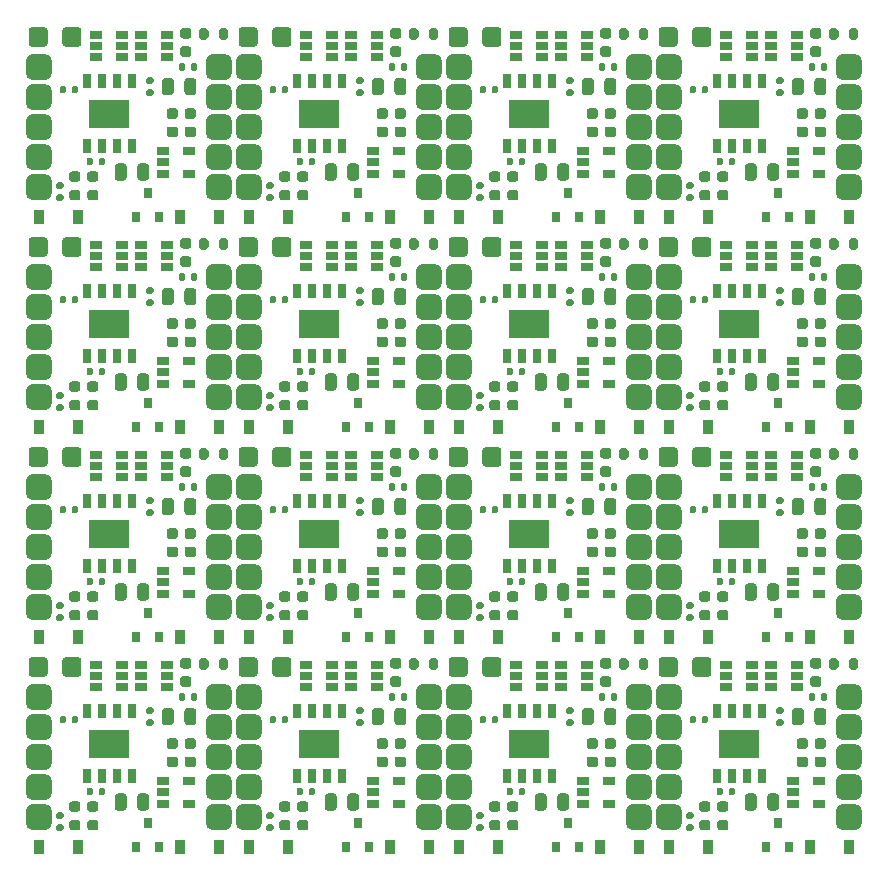
<source format=gbr>
%TF.GenerationSoftware,KiCad,Pcbnew,5.1.8*%
%TF.CreationDate,2020-11-29T15:41:03+01:00*%
%TF.ProjectId,panel,70616e65-6c2e-46b6-9963-61645f706362,rev?*%
%TF.SameCoordinates,Original*%
%TF.FileFunction,Soldermask,Top*%
%TF.FilePolarity,Negative*%
%FSLAX46Y46*%
G04 Gerber Fmt 4.6, Leading zero omitted, Abs format (unit mm)*
G04 Created by KiCad (PCBNEW 5.1.8) date 2020-11-29 15:41:03*
%MOMM*%
%LPD*%
G01*
G04 APERTURE LIST*
%ADD10R,0.700000X1.300000*%
%ADD11R,3.400000X2.400000*%
%ADD12R,0.800000X0.900000*%
%ADD13R,1.060000X0.650000*%
%ADD14R,0.900000X1.200000*%
G04 APERTURE END LIST*
%TO.C,D1*%
G36*
G01*
X109438266Y-118433516D02*
X108925766Y-118433516D01*
G75*
G02*
X108707016Y-118214766I0J218750D01*
G01*
X108707016Y-117777266D01*
G75*
G02*
X108925766Y-117558516I218750J0D01*
G01*
X109438266Y-117558516D01*
G75*
G02*
X109657016Y-117777266I0J-218750D01*
G01*
X109657016Y-118214766D01*
G75*
G02*
X109438266Y-118433516I-218750J0D01*
G01*
G37*
G36*
G01*
X109438266Y-116858516D02*
X108925766Y-116858516D01*
G75*
G02*
X108707016Y-116639766I0J218750D01*
G01*
X108707016Y-116202266D01*
G75*
G02*
X108925766Y-115983516I218750J0D01*
G01*
X109438266Y-115983516D01*
G75*
G02*
X109657016Y-116202266I0J-218750D01*
G01*
X109657016Y-116639766D01*
G75*
G02*
X109438266Y-116858516I-218750J0D01*
G01*
G37*
%TD*%
%TO.C,D2*%
G36*
G01*
X107914266Y-118433516D02*
X107401766Y-118433516D01*
G75*
G02*
X107183016Y-118214766I0J218750D01*
G01*
X107183016Y-117777266D01*
G75*
G02*
X107401766Y-117558516I218750J0D01*
G01*
X107914266Y-117558516D01*
G75*
G02*
X108133016Y-117777266I0J-218750D01*
G01*
X108133016Y-118214766D01*
G75*
G02*
X107914266Y-118433516I-218750J0D01*
G01*
G37*
G36*
G01*
X107914266Y-116858516D02*
X107401766Y-116858516D01*
G75*
G02*
X107183016Y-116639766I0J218750D01*
G01*
X107183016Y-116202266D01*
G75*
G02*
X107401766Y-115983516I218750J0D01*
G01*
X107914266Y-115983516D01*
G75*
G02*
X108133016Y-116202266I0J-218750D01*
G01*
X108133016Y-116639766D01*
G75*
G02*
X107914266Y-116858516I-218750J0D01*
G01*
G37*
%TD*%
%TO.C,F1*%
G36*
G01*
X108204016Y-104035016D02*
X108204016Y-105185016D01*
G75*
G02*
X107954016Y-105435016I-250000J0D01*
G01*
X106854016Y-105435016D01*
G75*
G02*
X106604016Y-105185016I0J250000D01*
G01*
X106604016Y-104035016D01*
G75*
G02*
X106854016Y-103785016I250000J0D01*
G01*
X107954016Y-103785016D01*
G75*
G02*
X108204016Y-104035016I0J-250000D01*
G01*
G37*
G36*
G01*
X105354016Y-104035016D02*
X105354016Y-105185016D01*
G75*
G02*
X105104016Y-105435016I-250000J0D01*
G01*
X104004016Y-105435016D01*
G75*
G02*
X103754016Y-105185016I0J250000D01*
G01*
X103754016Y-104035016D01*
G75*
G02*
X104004016Y-103785016I250000J0D01*
G01*
X105104016Y-103785016D01*
G75*
G02*
X105354016Y-104035016I0J-250000D01*
G01*
G37*
%TD*%
D10*
%TO.C,IC1*%
X112484016Y-113837016D03*
X111214016Y-113837016D03*
X108674016Y-113837016D03*
X109944016Y-113837016D03*
X112484016Y-108337016D03*
X111214016Y-108337016D03*
X108674016Y-108337016D03*
X109944016Y-108337016D03*
D11*
X110579016Y-111087016D03*
%TD*%
D12*
%TO.C,Q1*%
X112870016Y-119850016D03*
X114770016Y-119850016D03*
X113820016Y-117850016D03*
%TD*%
%TO.C,R1*%
G36*
G01*
X110214016Y-114966016D02*
X110214016Y-115336016D01*
G75*
G02*
X110079016Y-115471016I-135000J0D01*
G01*
X109809016Y-115471016D01*
G75*
G02*
X109674016Y-115336016I0J135000D01*
G01*
X109674016Y-114966016D01*
G75*
G02*
X109809016Y-114831016I135000J0D01*
G01*
X110079016Y-114831016D01*
G75*
G02*
X110214016Y-114966016I0J-135000D01*
G01*
G37*
G36*
G01*
X109194016Y-114966016D02*
X109194016Y-115336016D01*
G75*
G02*
X109059016Y-115471016I-135000J0D01*
G01*
X108789016Y-115471016D01*
G75*
G02*
X108654016Y-115336016I0J135000D01*
G01*
X108654016Y-114966016D01*
G75*
G02*
X108789016Y-114831016I135000J0D01*
G01*
X109059016Y-114831016D01*
G75*
G02*
X109194016Y-114966016I0J-135000D01*
G01*
G37*
%TD*%
%TO.C,R2*%
G36*
G01*
X114193016Y-109583016D02*
X113823016Y-109583016D01*
G75*
G02*
X113688016Y-109448016I0J135000D01*
G01*
X113688016Y-109178016D01*
G75*
G02*
X113823016Y-109043016I135000J0D01*
G01*
X114193016Y-109043016D01*
G75*
G02*
X114328016Y-109178016I0J-135000D01*
G01*
X114328016Y-109448016D01*
G75*
G02*
X114193016Y-109583016I-135000J0D01*
G01*
G37*
G36*
G01*
X114193016Y-108563016D02*
X113823016Y-108563016D01*
G75*
G02*
X113688016Y-108428016I0J135000D01*
G01*
X113688016Y-108158016D01*
G75*
G02*
X113823016Y-108023016I135000J0D01*
G01*
X114193016Y-108023016D01*
G75*
G02*
X114328016Y-108158016I0J-135000D01*
G01*
X114328016Y-108428016D01*
G75*
G02*
X114193016Y-108563016I-135000J0D01*
G01*
G37*
%TD*%
%TO.C,R3*%
G36*
G01*
X106372016Y-109240016D02*
X106372016Y-108870016D01*
G75*
G02*
X106507016Y-108735016I135000J0D01*
G01*
X106777016Y-108735016D01*
G75*
G02*
X106912016Y-108870016I0J-135000D01*
G01*
X106912016Y-109240016D01*
G75*
G02*
X106777016Y-109375016I-135000J0D01*
G01*
X106507016Y-109375016D01*
G75*
G02*
X106372016Y-109240016I0J135000D01*
G01*
G37*
G36*
G01*
X107392016Y-109240016D02*
X107392016Y-108870016D01*
G75*
G02*
X107527016Y-108735016I135000J0D01*
G01*
X107797016Y-108735016D01*
G75*
G02*
X107932016Y-108870016I0J-135000D01*
G01*
X107932016Y-109240016D01*
G75*
G02*
X107797016Y-109375016I-135000J0D01*
G01*
X107527016Y-109375016D01*
G75*
G02*
X107392016Y-109240016I0J135000D01*
G01*
G37*
%TD*%
%TO.C,R4*%
G36*
G01*
X106573016Y-118473016D02*
X106203016Y-118473016D01*
G75*
G02*
X106068016Y-118338016I0J135000D01*
G01*
X106068016Y-118068016D01*
G75*
G02*
X106203016Y-117933016I135000J0D01*
G01*
X106573016Y-117933016D01*
G75*
G02*
X106708016Y-118068016I0J-135000D01*
G01*
X106708016Y-118338016D01*
G75*
G02*
X106573016Y-118473016I-135000J0D01*
G01*
G37*
G36*
G01*
X106573016Y-117453016D02*
X106203016Y-117453016D01*
G75*
G02*
X106068016Y-117318016I0J135000D01*
G01*
X106068016Y-117048016D01*
G75*
G02*
X106203016Y-116913016I135000J0D01*
G01*
X106573016Y-116913016D01*
G75*
G02*
X106708016Y-117048016I0J-135000D01*
G01*
X106708016Y-117318016D01*
G75*
G02*
X106573016Y-117453016I-135000J0D01*
G01*
G37*
%TD*%
%TO.C,R5*%
G36*
G01*
X118028516Y-106965016D02*
X118028516Y-107335016D01*
G75*
G02*
X117893516Y-107470016I-135000J0D01*
G01*
X117623516Y-107470016D01*
G75*
G02*
X117488516Y-107335016I0J135000D01*
G01*
X117488516Y-106965016D01*
G75*
G02*
X117623516Y-106830016I135000J0D01*
G01*
X117893516Y-106830016D01*
G75*
G02*
X118028516Y-106965016I0J-135000D01*
G01*
G37*
G36*
G01*
X117008516Y-106965016D02*
X117008516Y-107335016D01*
G75*
G02*
X116873516Y-107470016I-135000J0D01*
G01*
X116603516Y-107470016D01*
G75*
G02*
X116468516Y-107335016I0J135000D01*
G01*
X116468516Y-106965016D01*
G75*
G02*
X116603516Y-106830016I135000J0D01*
G01*
X116873516Y-106830016D01*
G75*
G02*
X117008516Y-106965016I0J-135000D01*
G01*
G37*
%TD*%
%TO.C,TP1*%
G36*
G01*
X103510016Y-107700016D02*
X103510016Y-106600016D01*
G75*
G02*
X104060016Y-106050016I550000J0D01*
G01*
X105160016Y-106050016D01*
G75*
G02*
X105710016Y-106600016I0J-550000D01*
G01*
X105710016Y-107700016D01*
G75*
G02*
X105160016Y-108250016I-550000J0D01*
G01*
X104060016Y-108250016D01*
G75*
G02*
X103510016Y-107700016I0J550000D01*
G01*
G37*
%TD*%
%TO.C,TP2*%
G36*
G01*
X103510016Y-110240016D02*
X103510016Y-109140016D01*
G75*
G02*
X104060016Y-108590016I550000J0D01*
G01*
X105160016Y-108590016D01*
G75*
G02*
X105710016Y-109140016I0J-550000D01*
G01*
X105710016Y-110240016D01*
G75*
G02*
X105160016Y-110790016I-550000J0D01*
G01*
X104060016Y-110790016D01*
G75*
G02*
X103510016Y-110240016I0J550000D01*
G01*
G37*
%TD*%
%TO.C,TP3*%
G36*
G01*
X103510016Y-115320016D02*
X103510016Y-114220016D01*
G75*
G02*
X104060016Y-113670016I550000J0D01*
G01*
X105160016Y-113670016D01*
G75*
G02*
X105710016Y-114220016I0J-550000D01*
G01*
X105710016Y-115320016D01*
G75*
G02*
X105160016Y-115870016I-550000J0D01*
G01*
X104060016Y-115870016D01*
G75*
G02*
X103510016Y-115320016I0J550000D01*
G01*
G37*
%TD*%
%TO.C,TP4*%
G36*
G01*
X103510016Y-117860016D02*
X103510016Y-116760016D01*
G75*
G02*
X104060016Y-116210016I550000J0D01*
G01*
X105160016Y-116210016D01*
G75*
G02*
X105710016Y-116760016I0J-550000D01*
G01*
X105710016Y-117860016D01*
G75*
G02*
X105160016Y-118410016I-550000J0D01*
G01*
X104060016Y-118410016D01*
G75*
G02*
X103510016Y-117860016I0J550000D01*
G01*
G37*
%TD*%
%TO.C,TP5*%
G36*
G01*
X103510016Y-112780016D02*
X103510016Y-111680016D01*
G75*
G02*
X104060016Y-111130016I550000J0D01*
G01*
X105160016Y-111130016D01*
G75*
G02*
X105710016Y-111680016I0J-550000D01*
G01*
X105710016Y-112780016D01*
G75*
G02*
X105160016Y-113330016I-550000J0D01*
G01*
X104060016Y-113330016D01*
G75*
G02*
X103510016Y-112780016I0J550000D01*
G01*
G37*
%TD*%
%TO.C,TP6*%
G36*
G01*
X118750016Y-117860016D02*
X118750016Y-116760016D01*
G75*
G02*
X119300016Y-116210016I550000J0D01*
G01*
X120400016Y-116210016D01*
G75*
G02*
X120950016Y-116760016I0J-550000D01*
G01*
X120950016Y-117860016D01*
G75*
G02*
X120400016Y-118410016I-550000J0D01*
G01*
X119300016Y-118410016D01*
G75*
G02*
X118750016Y-117860016I0J550000D01*
G01*
G37*
%TD*%
%TO.C,TP7*%
G36*
G01*
X118750016Y-110240016D02*
X118750016Y-109140016D01*
G75*
G02*
X119300016Y-108590016I550000J0D01*
G01*
X120400016Y-108590016D01*
G75*
G02*
X120950016Y-109140016I0J-550000D01*
G01*
X120950016Y-110240016D01*
G75*
G02*
X120400016Y-110790016I-550000J0D01*
G01*
X119300016Y-110790016D01*
G75*
G02*
X118750016Y-110240016I0J550000D01*
G01*
G37*
%TD*%
%TO.C,TP8*%
G36*
G01*
X118750016Y-112780016D02*
X118750016Y-111680016D01*
G75*
G02*
X119300016Y-111130016I550000J0D01*
G01*
X120400016Y-111130016D01*
G75*
G02*
X120950016Y-111680016I0J-550000D01*
G01*
X120950016Y-112780016D01*
G75*
G02*
X120400016Y-113330016I-550000J0D01*
G01*
X119300016Y-113330016D01*
G75*
G02*
X118750016Y-112780016I0J550000D01*
G01*
G37*
%TD*%
%TO.C,TP9*%
G36*
G01*
X118750016Y-115320016D02*
X118750016Y-114220016D01*
G75*
G02*
X119300016Y-113670016I550000J0D01*
G01*
X120400016Y-113670016D01*
G75*
G02*
X120950016Y-114220016I0J-550000D01*
G01*
X120950016Y-115320016D01*
G75*
G02*
X120400016Y-115870016I-550000J0D01*
G01*
X119300016Y-115870016D01*
G75*
G02*
X118750016Y-115320016I0J550000D01*
G01*
G37*
%TD*%
%TO.C,TP10*%
G36*
G01*
X118750016Y-107700016D02*
X118750016Y-106600016D01*
G75*
G02*
X119300016Y-106050016I550000J0D01*
G01*
X120400016Y-106050016D01*
G75*
G02*
X120950016Y-106600016I0J-550000D01*
G01*
X120950016Y-107700016D01*
G75*
G02*
X120400016Y-108250016I-550000J0D01*
G01*
X119300016Y-108250016D01*
G75*
G02*
X118750016Y-107700016I0J550000D01*
G01*
G37*
%TD*%
D13*
%TO.C,U1*%
X115151016Y-114267016D03*
X115151016Y-115217016D03*
X115151016Y-116167016D03*
X117351016Y-116167016D03*
X117351016Y-114267016D03*
%TD*%
%TO.C,U2*%
X113246016Y-104416016D03*
X113246016Y-105366016D03*
X113246016Y-106316016D03*
X115446016Y-106316016D03*
X115446016Y-104416016D03*
X115446016Y-105366016D03*
%TD*%
%TO.C,U3*%
X109436016Y-104416016D03*
X109436016Y-105366016D03*
X109436016Y-106316016D03*
X111636016Y-106316016D03*
X111636016Y-104416016D03*
X111636016Y-105366016D03*
%TD*%
D14*
%TO.C,D3*%
X107910016Y-119850016D03*
X104610016Y-119850016D03*
%TD*%
%TO.C,D4*%
X119850016Y-119850016D03*
X116550016Y-119850016D03*
%TD*%
%TO.C,C1*%
G36*
G01*
X113934016Y-115565016D02*
X113934016Y-116515016D01*
G75*
G02*
X113684016Y-116765016I-250000J0D01*
G01*
X113184016Y-116765016D01*
G75*
G02*
X112934016Y-116515016I0J250000D01*
G01*
X112934016Y-115565016D01*
G75*
G02*
X113184016Y-115315016I250000J0D01*
G01*
X113684016Y-115315016D01*
G75*
G02*
X113934016Y-115565016I0J-250000D01*
G01*
G37*
G36*
G01*
X112034016Y-115565016D02*
X112034016Y-116515016D01*
G75*
G02*
X111784016Y-116765016I-250000J0D01*
G01*
X111284016Y-116765016D01*
G75*
G02*
X111034016Y-116515016I0J250000D01*
G01*
X111034016Y-115565016D01*
G75*
G02*
X111284016Y-115315016I250000J0D01*
G01*
X111784016Y-115315016D01*
G75*
G02*
X112034016Y-115565016I0J-250000D01*
G01*
G37*
%TD*%
%TO.C,C2*%
G36*
G01*
X115032016Y-109276016D02*
X115032016Y-108326016D01*
G75*
G02*
X115282016Y-108076016I250000J0D01*
G01*
X115782016Y-108076016D01*
G75*
G02*
X116032016Y-108326016I0J-250000D01*
G01*
X116032016Y-109276016D01*
G75*
G02*
X115782016Y-109526016I-250000J0D01*
G01*
X115282016Y-109526016D01*
G75*
G02*
X115032016Y-109276016I0J250000D01*
G01*
G37*
G36*
G01*
X116932016Y-109276016D02*
X116932016Y-108326016D01*
G75*
G02*
X117182016Y-108076016I250000J0D01*
G01*
X117682016Y-108076016D01*
G75*
G02*
X117932016Y-108326016I0J-250000D01*
G01*
X117932016Y-109276016D01*
G75*
G02*
X117682016Y-109526016I-250000J0D01*
G01*
X117182016Y-109526016D01*
G75*
G02*
X116932016Y-109276016I0J250000D01*
G01*
G37*
%TD*%
%TO.C,C3*%
G36*
G01*
X116163016Y-113087016D02*
X115663016Y-113087016D01*
G75*
G02*
X115438016Y-112862016I0J225000D01*
G01*
X115438016Y-112412016D01*
G75*
G02*
X115663016Y-112187016I225000J0D01*
G01*
X116163016Y-112187016D01*
G75*
G02*
X116388016Y-112412016I0J-225000D01*
G01*
X116388016Y-112862016D01*
G75*
G02*
X116163016Y-113087016I-225000J0D01*
G01*
G37*
G36*
G01*
X116163016Y-111537016D02*
X115663016Y-111537016D01*
G75*
G02*
X115438016Y-111312016I0J225000D01*
G01*
X115438016Y-110862016D01*
G75*
G02*
X115663016Y-110637016I225000J0D01*
G01*
X116163016Y-110637016D01*
G75*
G02*
X116388016Y-110862016I0J-225000D01*
G01*
X116388016Y-111312016D01*
G75*
G02*
X116163016Y-111537016I-225000J0D01*
G01*
G37*
%TD*%
%TO.C,C4*%
G36*
G01*
X117687016Y-113087016D02*
X117187016Y-113087016D01*
G75*
G02*
X116962016Y-112862016I0J225000D01*
G01*
X116962016Y-112412016D01*
G75*
G02*
X117187016Y-112187016I225000J0D01*
G01*
X117687016Y-112187016D01*
G75*
G02*
X117912016Y-112412016I0J-225000D01*
G01*
X117912016Y-112862016D01*
G75*
G02*
X117687016Y-113087016I-225000J0D01*
G01*
G37*
G36*
G01*
X117687016Y-111537016D02*
X117187016Y-111537016D01*
G75*
G02*
X116962016Y-111312016I0J225000D01*
G01*
X116962016Y-110862016D01*
G75*
G02*
X117187016Y-110637016I225000J0D01*
G01*
X117687016Y-110637016D01*
G75*
G02*
X117912016Y-110862016I0J-225000D01*
G01*
X117912016Y-111312016D01*
G75*
G02*
X117687016Y-111537016I-225000J0D01*
G01*
G37*
%TD*%
%TO.C,C5*%
G36*
G01*
X117306016Y-106292516D02*
X116806016Y-106292516D01*
G75*
G02*
X116581016Y-106067516I0J225000D01*
G01*
X116581016Y-105617516D01*
G75*
G02*
X116806016Y-105392516I225000J0D01*
G01*
X117306016Y-105392516D01*
G75*
G02*
X117531016Y-105617516I0J-225000D01*
G01*
X117531016Y-106067516D01*
G75*
G02*
X117306016Y-106292516I-225000J0D01*
G01*
G37*
G36*
G01*
X117306016Y-104742516D02*
X116806016Y-104742516D01*
G75*
G02*
X116581016Y-104517516I0J225000D01*
G01*
X116581016Y-104067516D01*
G75*
G02*
X116806016Y-103842516I225000J0D01*
G01*
X117306016Y-103842516D01*
G75*
G02*
X117531016Y-104067516I0J-225000D01*
G01*
X117531016Y-104517516D01*
G75*
G02*
X117306016Y-104742516I-225000J0D01*
G01*
G37*
%TD*%
%TO.C,R6*%
G36*
G01*
X118180016Y-104631016D02*
X118180016Y-104081016D01*
G75*
G02*
X118380016Y-103881016I200000J0D01*
G01*
X118780016Y-103881016D01*
G75*
G02*
X118980016Y-104081016I0J-200000D01*
G01*
X118980016Y-104631016D01*
G75*
G02*
X118780016Y-104831016I-200000J0D01*
G01*
X118380016Y-104831016D01*
G75*
G02*
X118180016Y-104631016I0J200000D01*
G01*
G37*
G36*
G01*
X119830016Y-104631016D02*
X119830016Y-104081016D01*
G75*
G02*
X120030016Y-103881016I200000J0D01*
G01*
X120430016Y-103881016D01*
G75*
G02*
X120630016Y-104081016I0J-200000D01*
G01*
X120630016Y-104631016D01*
G75*
G02*
X120430016Y-104831016I-200000J0D01*
G01*
X120030016Y-104831016D01*
G75*
G02*
X119830016Y-104631016I0J200000D01*
G01*
G37*
%TD*%
%TO.C,D1*%
G36*
G01*
X91658261Y-118433516D02*
X91145761Y-118433516D01*
G75*
G02*
X90927011Y-118214766I0J218750D01*
G01*
X90927011Y-117777266D01*
G75*
G02*
X91145761Y-117558516I218750J0D01*
G01*
X91658261Y-117558516D01*
G75*
G02*
X91877011Y-117777266I0J-218750D01*
G01*
X91877011Y-118214766D01*
G75*
G02*
X91658261Y-118433516I-218750J0D01*
G01*
G37*
G36*
G01*
X91658261Y-116858516D02*
X91145761Y-116858516D01*
G75*
G02*
X90927011Y-116639766I0J218750D01*
G01*
X90927011Y-116202266D01*
G75*
G02*
X91145761Y-115983516I218750J0D01*
G01*
X91658261Y-115983516D01*
G75*
G02*
X91877011Y-116202266I0J-218750D01*
G01*
X91877011Y-116639766D01*
G75*
G02*
X91658261Y-116858516I-218750J0D01*
G01*
G37*
%TD*%
%TO.C,D2*%
G36*
G01*
X90134261Y-118433516D02*
X89621761Y-118433516D01*
G75*
G02*
X89403011Y-118214766I0J218750D01*
G01*
X89403011Y-117777266D01*
G75*
G02*
X89621761Y-117558516I218750J0D01*
G01*
X90134261Y-117558516D01*
G75*
G02*
X90353011Y-117777266I0J-218750D01*
G01*
X90353011Y-118214766D01*
G75*
G02*
X90134261Y-118433516I-218750J0D01*
G01*
G37*
G36*
G01*
X90134261Y-116858516D02*
X89621761Y-116858516D01*
G75*
G02*
X89403011Y-116639766I0J218750D01*
G01*
X89403011Y-116202266D01*
G75*
G02*
X89621761Y-115983516I218750J0D01*
G01*
X90134261Y-115983516D01*
G75*
G02*
X90353011Y-116202266I0J-218750D01*
G01*
X90353011Y-116639766D01*
G75*
G02*
X90134261Y-116858516I-218750J0D01*
G01*
G37*
%TD*%
%TO.C,F1*%
G36*
G01*
X90424011Y-104035016D02*
X90424011Y-105185016D01*
G75*
G02*
X90174011Y-105435016I-250000J0D01*
G01*
X89074011Y-105435016D01*
G75*
G02*
X88824011Y-105185016I0J250000D01*
G01*
X88824011Y-104035016D01*
G75*
G02*
X89074011Y-103785016I250000J0D01*
G01*
X90174011Y-103785016D01*
G75*
G02*
X90424011Y-104035016I0J-250000D01*
G01*
G37*
G36*
G01*
X87574011Y-104035016D02*
X87574011Y-105185016D01*
G75*
G02*
X87324011Y-105435016I-250000J0D01*
G01*
X86224011Y-105435016D01*
G75*
G02*
X85974011Y-105185016I0J250000D01*
G01*
X85974011Y-104035016D01*
G75*
G02*
X86224011Y-103785016I250000J0D01*
G01*
X87324011Y-103785016D01*
G75*
G02*
X87574011Y-104035016I0J-250000D01*
G01*
G37*
%TD*%
D10*
%TO.C,IC1*%
X94704011Y-113837016D03*
X93434011Y-113837016D03*
X90894011Y-113837016D03*
X92164011Y-113837016D03*
X94704011Y-108337016D03*
X93434011Y-108337016D03*
X90894011Y-108337016D03*
X92164011Y-108337016D03*
D11*
X92799011Y-111087016D03*
%TD*%
D12*
%TO.C,Q1*%
X95090011Y-119850016D03*
X96990011Y-119850016D03*
X96040011Y-117850016D03*
%TD*%
%TO.C,R1*%
G36*
G01*
X92434011Y-114966016D02*
X92434011Y-115336016D01*
G75*
G02*
X92299011Y-115471016I-135000J0D01*
G01*
X92029011Y-115471016D01*
G75*
G02*
X91894011Y-115336016I0J135000D01*
G01*
X91894011Y-114966016D01*
G75*
G02*
X92029011Y-114831016I135000J0D01*
G01*
X92299011Y-114831016D01*
G75*
G02*
X92434011Y-114966016I0J-135000D01*
G01*
G37*
G36*
G01*
X91414011Y-114966016D02*
X91414011Y-115336016D01*
G75*
G02*
X91279011Y-115471016I-135000J0D01*
G01*
X91009011Y-115471016D01*
G75*
G02*
X90874011Y-115336016I0J135000D01*
G01*
X90874011Y-114966016D01*
G75*
G02*
X91009011Y-114831016I135000J0D01*
G01*
X91279011Y-114831016D01*
G75*
G02*
X91414011Y-114966016I0J-135000D01*
G01*
G37*
%TD*%
%TO.C,R2*%
G36*
G01*
X96413011Y-109583016D02*
X96043011Y-109583016D01*
G75*
G02*
X95908011Y-109448016I0J135000D01*
G01*
X95908011Y-109178016D01*
G75*
G02*
X96043011Y-109043016I135000J0D01*
G01*
X96413011Y-109043016D01*
G75*
G02*
X96548011Y-109178016I0J-135000D01*
G01*
X96548011Y-109448016D01*
G75*
G02*
X96413011Y-109583016I-135000J0D01*
G01*
G37*
G36*
G01*
X96413011Y-108563016D02*
X96043011Y-108563016D01*
G75*
G02*
X95908011Y-108428016I0J135000D01*
G01*
X95908011Y-108158016D01*
G75*
G02*
X96043011Y-108023016I135000J0D01*
G01*
X96413011Y-108023016D01*
G75*
G02*
X96548011Y-108158016I0J-135000D01*
G01*
X96548011Y-108428016D01*
G75*
G02*
X96413011Y-108563016I-135000J0D01*
G01*
G37*
%TD*%
%TO.C,R3*%
G36*
G01*
X88592011Y-109240016D02*
X88592011Y-108870016D01*
G75*
G02*
X88727011Y-108735016I135000J0D01*
G01*
X88997011Y-108735016D01*
G75*
G02*
X89132011Y-108870016I0J-135000D01*
G01*
X89132011Y-109240016D01*
G75*
G02*
X88997011Y-109375016I-135000J0D01*
G01*
X88727011Y-109375016D01*
G75*
G02*
X88592011Y-109240016I0J135000D01*
G01*
G37*
G36*
G01*
X89612011Y-109240016D02*
X89612011Y-108870016D01*
G75*
G02*
X89747011Y-108735016I135000J0D01*
G01*
X90017011Y-108735016D01*
G75*
G02*
X90152011Y-108870016I0J-135000D01*
G01*
X90152011Y-109240016D01*
G75*
G02*
X90017011Y-109375016I-135000J0D01*
G01*
X89747011Y-109375016D01*
G75*
G02*
X89612011Y-109240016I0J135000D01*
G01*
G37*
%TD*%
%TO.C,R4*%
G36*
G01*
X88793011Y-118473016D02*
X88423011Y-118473016D01*
G75*
G02*
X88288011Y-118338016I0J135000D01*
G01*
X88288011Y-118068016D01*
G75*
G02*
X88423011Y-117933016I135000J0D01*
G01*
X88793011Y-117933016D01*
G75*
G02*
X88928011Y-118068016I0J-135000D01*
G01*
X88928011Y-118338016D01*
G75*
G02*
X88793011Y-118473016I-135000J0D01*
G01*
G37*
G36*
G01*
X88793011Y-117453016D02*
X88423011Y-117453016D01*
G75*
G02*
X88288011Y-117318016I0J135000D01*
G01*
X88288011Y-117048016D01*
G75*
G02*
X88423011Y-116913016I135000J0D01*
G01*
X88793011Y-116913016D01*
G75*
G02*
X88928011Y-117048016I0J-135000D01*
G01*
X88928011Y-117318016D01*
G75*
G02*
X88793011Y-117453016I-135000J0D01*
G01*
G37*
%TD*%
%TO.C,R5*%
G36*
G01*
X100248511Y-106965016D02*
X100248511Y-107335016D01*
G75*
G02*
X100113511Y-107470016I-135000J0D01*
G01*
X99843511Y-107470016D01*
G75*
G02*
X99708511Y-107335016I0J135000D01*
G01*
X99708511Y-106965016D01*
G75*
G02*
X99843511Y-106830016I135000J0D01*
G01*
X100113511Y-106830016D01*
G75*
G02*
X100248511Y-106965016I0J-135000D01*
G01*
G37*
G36*
G01*
X99228511Y-106965016D02*
X99228511Y-107335016D01*
G75*
G02*
X99093511Y-107470016I-135000J0D01*
G01*
X98823511Y-107470016D01*
G75*
G02*
X98688511Y-107335016I0J135000D01*
G01*
X98688511Y-106965016D01*
G75*
G02*
X98823511Y-106830016I135000J0D01*
G01*
X99093511Y-106830016D01*
G75*
G02*
X99228511Y-106965016I0J-135000D01*
G01*
G37*
%TD*%
%TO.C,TP1*%
G36*
G01*
X85730011Y-107700016D02*
X85730011Y-106600016D01*
G75*
G02*
X86280011Y-106050016I550000J0D01*
G01*
X87380011Y-106050016D01*
G75*
G02*
X87930011Y-106600016I0J-550000D01*
G01*
X87930011Y-107700016D01*
G75*
G02*
X87380011Y-108250016I-550000J0D01*
G01*
X86280011Y-108250016D01*
G75*
G02*
X85730011Y-107700016I0J550000D01*
G01*
G37*
%TD*%
%TO.C,TP2*%
G36*
G01*
X85730011Y-110240016D02*
X85730011Y-109140016D01*
G75*
G02*
X86280011Y-108590016I550000J0D01*
G01*
X87380011Y-108590016D01*
G75*
G02*
X87930011Y-109140016I0J-550000D01*
G01*
X87930011Y-110240016D01*
G75*
G02*
X87380011Y-110790016I-550000J0D01*
G01*
X86280011Y-110790016D01*
G75*
G02*
X85730011Y-110240016I0J550000D01*
G01*
G37*
%TD*%
%TO.C,TP3*%
G36*
G01*
X85730011Y-115320016D02*
X85730011Y-114220016D01*
G75*
G02*
X86280011Y-113670016I550000J0D01*
G01*
X87380011Y-113670016D01*
G75*
G02*
X87930011Y-114220016I0J-550000D01*
G01*
X87930011Y-115320016D01*
G75*
G02*
X87380011Y-115870016I-550000J0D01*
G01*
X86280011Y-115870016D01*
G75*
G02*
X85730011Y-115320016I0J550000D01*
G01*
G37*
%TD*%
%TO.C,TP4*%
G36*
G01*
X85730011Y-117860016D02*
X85730011Y-116760016D01*
G75*
G02*
X86280011Y-116210016I550000J0D01*
G01*
X87380011Y-116210016D01*
G75*
G02*
X87930011Y-116760016I0J-550000D01*
G01*
X87930011Y-117860016D01*
G75*
G02*
X87380011Y-118410016I-550000J0D01*
G01*
X86280011Y-118410016D01*
G75*
G02*
X85730011Y-117860016I0J550000D01*
G01*
G37*
%TD*%
%TO.C,TP5*%
G36*
G01*
X85730011Y-112780016D02*
X85730011Y-111680016D01*
G75*
G02*
X86280011Y-111130016I550000J0D01*
G01*
X87380011Y-111130016D01*
G75*
G02*
X87930011Y-111680016I0J-550000D01*
G01*
X87930011Y-112780016D01*
G75*
G02*
X87380011Y-113330016I-550000J0D01*
G01*
X86280011Y-113330016D01*
G75*
G02*
X85730011Y-112780016I0J550000D01*
G01*
G37*
%TD*%
%TO.C,TP6*%
G36*
G01*
X100970011Y-117860016D02*
X100970011Y-116760016D01*
G75*
G02*
X101520011Y-116210016I550000J0D01*
G01*
X102620011Y-116210016D01*
G75*
G02*
X103170011Y-116760016I0J-550000D01*
G01*
X103170011Y-117860016D01*
G75*
G02*
X102620011Y-118410016I-550000J0D01*
G01*
X101520011Y-118410016D01*
G75*
G02*
X100970011Y-117860016I0J550000D01*
G01*
G37*
%TD*%
%TO.C,TP7*%
G36*
G01*
X100970011Y-110240016D02*
X100970011Y-109140016D01*
G75*
G02*
X101520011Y-108590016I550000J0D01*
G01*
X102620011Y-108590016D01*
G75*
G02*
X103170011Y-109140016I0J-550000D01*
G01*
X103170011Y-110240016D01*
G75*
G02*
X102620011Y-110790016I-550000J0D01*
G01*
X101520011Y-110790016D01*
G75*
G02*
X100970011Y-110240016I0J550000D01*
G01*
G37*
%TD*%
%TO.C,TP8*%
G36*
G01*
X100970011Y-112780016D02*
X100970011Y-111680016D01*
G75*
G02*
X101520011Y-111130016I550000J0D01*
G01*
X102620011Y-111130016D01*
G75*
G02*
X103170011Y-111680016I0J-550000D01*
G01*
X103170011Y-112780016D01*
G75*
G02*
X102620011Y-113330016I-550000J0D01*
G01*
X101520011Y-113330016D01*
G75*
G02*
X100970011Y-112780016I0J550000D01*
G01*
G37*
%TD*%
%TO.C,TP9*%
G36*
G01*
X100970011Y-115320016D02*
X100970011Y-114220016D01*
G75*
G02*
X101520011Y-113670016I550000J0D01*
G01*
X102620011Y-113670016D01*
G75*
G02*
X103170011Y-114220016I0J-550000D01*
G01*
X103170011Y-115320016D01*
G75*
G02*
X102620011Y-115870016I-550000J0D01*
G01*
X101520011Y-115870016D01*
G75*
G02*
X100970011Y-115320016I0J550000D01*
G01*
G37*
%TD*%
%TO.C,TP10*%
G36*
G01*
X100970011Y-107700016D02*
X100970011Y-106600016D01*
G75*
G02*
X101520011Y-106050016I550000J0D01*
G01*
X102620011Y-106050016D01*
G75*
G02*
X103170011Y-106600016I0J-550000D01*
G01*
X103170011Y-107700016D01*
G75*
G02*
X102620011Y-108250016I-550000J0D01*
G01*
X101520011Y-108250016D01*
G75*
G02*
X100970011Y-107700016I0J550000D01*
G01*
G37*
%TD*%
D13*
%TO.C,U1*%
X97371011Y-114267016D03*
X97371011Y-115217016D03*
X97371011Y-116167016D03*
X99571011Y-116167016D03*
X99571011Y-114267016D03*
%TD*%
%TO.C,U2*%
X95466011Y-104416016D03*
X95466011Y-105366016D03*
X95466011Y-106316016D03*
X97666011Y-106316016D03*
X97666011Y-104416016D03*
X97666011Y-105366016D03*
%TD*%
%TO.C,U3*%
X91656011Y-104416016D03*
X91656011Y-105366016D03*
X91656011Y-106316016D03*
X93856011Y-106316016D03*
X93856011Y-104416016D03*
X93856011Y-105366016D03*
%TD*%
D14*
%TO.C,D3*%
X90130011Y-119850016D03*
X86830011Y-119850016D03*
%TD*%
%TO.C,D4*%
X102070011Y-119850016D03*
X98770011Y-119850016D03*
%TD*%
%TO.C,C1*%
G36*
G01*
X96154011Y-115565016D02*
X96154011Y-116515016D01*
G75*
G02*
X95904011Y-116765016I-250000J0D01*
G01*
X95404011Y-116765016D01*
G75*
G02*
X95154011Y-116515016I0J250000D01*
G01*
X95154011Y-115565016D01*
G75*
G02*
X95404011Y-115315016I250000J0D01*
G01*
X95904011Y-115315016D01*
G75*
G02*
X96154011Y-115565016I0J-250000D01*
G01*
G37*
G36*
G01*
X94254011Y-115565016D02*
X94254011Y-116515016D01*
G75*
G02*
X94004011Y-116765016I-250000J0D01*
G01*
X93504011Y-116765016D01*
G75*
G02*
X93254011Y-116515016I0J250000D01*
G01*
X93254011Y-115565016D01*
G75*
G02*
X93504011Y-115315016I250000J0D01*
G01*
X94004011Y-115315016D01*
G75*
G02*
X94254011Y-115565016I0J-250000D01*
G01*
G37*
%TD*%
%TO.C,C2*%
G36*
G01*
X97252011Y-109276016D02*
X97252011Y-108326016D01*
G75*
G02*
X97502011Y-108076016I250000J0D01*
G01*
X98002011Y-108076016D01*
G75*
G02*
X98252011Y-108326016I0J-250000D01*
G01*
X98252011Y-109276016D01*
G75*
G02*
X98002011Y-109526016I-250000J0D01*
G01*
X97502011Y-109526016D01*
G75*
G02*
X97252011Y-109276016I0J250000D01*
G01*
G37*
G36*
G01*
X99152011Y-109276016D02*
X99152011Y-108326016D01*
G75*
G02*
X99402011Y-108076016I250000J0D01*
G01*
X99902011Y-108076016D01*
G75*
G02*
X100152011Y-108326016I0J-250000D01*
G01*
X100152011Y-109276016D01*
G75*
G02*
X99902011Y-109526016I-250000J0D01*
G01*
X99402011Y-109526016D01*
G75*
G02*
X99152011Y-109276016I0J250000D01*
G01*
G37*
%TD*%
%TO.C,C3*%
G36*
G01*
X98383011Y-113087016D02*
X97883011Y-113087016D01*
G75*
G02*
X97658011Y-112862016I0J225000D01*
G01*
X97658011Y-112412016D01*
G75*
G02*
X97883011Y-112187016I225000J0D01*
G01*
X98383011Y-112187016D01*
G75*
G02*
X98608011Y-112412016I0J-225000D01*
G01*
X98608011Y-112862016D01*
G75*
G02*
X98383011Y-113087016I-225000J0D01*
G01*
G37*
G36*
G01*
X98383011Y-111537016D02*
X97883011Y-111537016D01*
G75*
G02*
X97658011Y-111312016I0J225000D01*
G01*
X97658011Y-110862016D01*
G75*
G02*
X97883011Y-110637016I225000J0D01*
G01*
X98383011Y-110637016D01*
G75*
G02*
X98608011Y-110862016I0J-225000D01*
G01*
X98608011Y-111312016D01*
G75*
G02*
X98383011Y-111537016I-225000J0D01*
G01*
G37*
%TD*%
%TO.C,C4*%
G36*
G01*
X99907011Y-113087016D02*
X99407011Y-113087016D01*
G75*
G02*
X99182011Y-112862016I0J225000D01*
G01*
X99182011Y-112412016D01*
G75*
G02*
X99407011Y-112187016I225000J0D01*
G01*
X99907011Y-112187016D01*
G75*
G02*
X100132011Y-112412016I0J-225000D01*
G01*
X100132011Y-112862016D01*
G75*
G02*
X99907011Y-113087016I-225000J0D01*
G01*
G37*
G36*
G01*
X99907011Y-111537016D02*
X99407011Y-111537016D01*
G75*
G02*
X99182011Y-111312016I0J225000D01*
G01*
X99182011Y-110862016D01*
G75*
G02*
X99407011Y-110637016I225000J0D01*
G01*
X99907011Y-110637016D01*
G75*
G02*
X100132011Y-110862016I0J-225000D01*
G01*
X100132011Y-111312016D01*
G75*
G02*
X99907011Y-111537016I-225000J0D01*
G01*
G37*
%TD*%
%TO.C,C5*%
G36*
G01*
X99526011Y-106292516D02*
X99026011Y-106292516D01*
G75*
G02*
X98801011Y-106067516I0J225000D01*
G01*
X98801011Y-105617516D01*
G75*
G02*
X99026011Y-105392516I225000J0D01*
G01*
X99526011Y-105392516D01*
G75*
G02*
X99751011Y-105617516I0J-225000D01*
G01*
X99751011Y-106067516D01*
G75*
G02*
X99526011Y-106292516I-225000J0D01*
G01*
G37*
G36*
G01*
X99526011Y-104742516D02*
X99026011Y-104742516D01*
G75*
G02*
X98801011Y-104517516I0J225000D01*
G01*
X98801011Y-104067516D01*
G75*
G02*
X99026011Y-103842516I225000J0D01*
G01*
X99526011Y-103842516D01*
G75*
G02*
X99751011Y-104067516I0J-225000D01*
G01*
X99751011Y-104517516D01*
G75*
G02*
X99526011Y-104742516I-225000J0D01*
G01*
G37*
%TD*%
%TO.C,R6*%
G36*
G01*
X100400011Y-104631016D02*
X100400011Y-104081016D01*
G75*
G02*
X100600011Y-103881016I200000J0D01*
G01*
X101000011Y-103881016D01*
G75*
G02*
X101200011Y-104081016I0J-200000D01*
G01*
X101200011Y-104631016D01*
G75*
G02*
X101000011Y-104831016I-200000J0D01*
G01*
X100600011Y-104831016D01*
G75*
G02*
X100400011Y-104631016I0J200000D01*
G01*
G37*
G36*
G01*
X102050011Y-104631016D02*
X102050011Y-104081016D01*
G75*
G02*
X102250011Y-103881016I200000J0D01*
G01*
X102650011Y-103881016D01*
G75*
G02*
X102850011Y-104081016I0J-200000D01*
G01*
X102850011Y-104631016D01*
G75*
G02*
X102650011Y-104831016I-200000J0D01*
G01*
X102250011Y-104831016D01*
G75*
G02*
X102050011Y-104631016I0J200000D01*
G01*
G37*
%TD*%
%TO.C,D1*%
G36*
G01*
X73878256Y-118433516D02*
X73365756Y-118433516D01*
G75*
G02*
X73147006Y-118214766I0J218750D01*
G01*
X73147006Y-117777266D01*
G75*
G02*
X73365756Y-117558516I218750J0D01*
G01*
X73878256Y-117558516D01*
G75*
G02*
X74097006Y-117777266I0J-218750D01*
G01*
X74097006Y-118214766D01*
G75*
G02*
X73878256Y-118433516I-218750J0D01*
G01*
G37*
G36*
G01*
X73878256Y-116858516D02*
X73365756Y-116858516D01*
G75*
G02*
X73147006Y-116639766I0J218750D01*
G01*
X73147006Y-116202266D01*
G75*
G02*
X73365756Y-115983516I218750J0D01*
G01*
X73878256Y-115983516D01*
G75*
G02*
X74097006Y-116202266I0J-218750D01*
G01*
X74097006Y-116639766D01*
G75*
G02*
X73878256Y-116858516I-218750J0D01*
G01*
G37*
%TD*%
%TO.C,D2*%
G36*
G01*
X72354256Y-118433516D02*
X71841756Y-118433516D01*
G75*
G02*
X71623006Y-118214766I0J218750D01*
G01*
X71623006Y-117777266D01*
G75*
G02*
X71841756Y-117558516I218750J0D01*
G01*
X72354256Y-117558516D01*
G75*
G02*
X72573006Y-117777266I0J-218750D01*
G01*
X72573006Y-118214766D01*
G75*
G02*
X72354256Y-118433516I-218750J0D01*
G01*
G37*
G36*
G01*
X72354256Y-116858516D02*
X71841756Y-116858516D01*
G75*
G02*
X71623006Y-116639766I0J218750D01*
G01*
X71623006Y-116202266D01*
G75*
G02*
X71841756Y-115983516I218750J0D01*
G01*
X72354256Y-115983516D01*
G75*
G02*
X72573006Y-116202266I0J-218750D01*
G01*
X72573006Y-116639766D01*
G75*
G02*
X72354256Y-116858516I-218750J0D01*
G01*
G37*
%TD*%
%TO.C,F1*%
G36*
G01*
X72644006Y-104035016D02*
X72644006Y-105185016D01*
G75*
G02*
X72394006Y-105435016I-250000J0D01*
G01*
X71294006Y-105435016D01*
G75*
G02*
X71044006Y-105185016I0J250000D01*
G01*
X71044006Y-104035016D01*
G75*
G02*
X71294006Y-103785016I250000J0D01*
G01*
X72394006Y-103785016D01*
G75*
G02*
X72644006Y-104035016I0J-250000D01*
G01*
G37*
G36*
G01*
X69794006Y-104035016D02*
X69794006Y-105185016D01*
G75*
G02*
X69544006Y-105435016I-250000J0D01*
G01*
X68444006Y-105435016D01*
G75*
G02*
X68194006Y-105185016I0J250000D01*
G01*
X68194006Y-104035016D01*
G75*
G02*
X68444006Y-103785016I250000J0D01*
G01*
X69544006Y-103785016D01*
G75*
G02*
X69794006Y-104035016I0J-250000D01*
G01*
G37*
%TD*%
D10*
%TO.C,IC1*%
X76924006Y-113837016D03*
X75654006Y-113837016D03*
X73114006Y-113837016D03*
X74384006Y-113837016D03*
X76924006Y-108337016D03*
X75654006Y-108337016D03*
X73114006Y-108337016D03*
X74384006Y-108337016D03*
D11*
X75019006Y-111087016D03*
%TD*%
D12*
%TO.C,Q1*%
X77310006Y-119850016D03*
X79210006Y-119850016D03*
X78260006Y-117850016D03*
%TD*%
%TO.C,R1*%
G36*
G01*
X74654006Y-114966016D02*
X74654006Y-115336016D01*
G75*
G02*
X74519006Y-115471016I-135000J0D01*
G01*
X74249006Y-115471016D01*
G75*
G02*
X74114006Y-115336016I0J135000D01*
G01*
X74114006Y-114966016D01*
G75*
G02*
X74249006Y-114831016I135000J0D01*
G01*
X74519006Y-114831016D01*
G75*
G02*
X74654006Y-114966016I0J-135000D01*
G01*
G37*
G36*
G01*
X73634006Y-114966016D02*
X73634006Y-115336016D01*
G75*
G02*
X73499006Y-115471016I-135000J0D01*
G01*
X73229006Y-115471016D01*
G75*
G02*
X73094006Y-115336016I0J135000D01*
G01*
X73094006Y-114966016D01*
G75*
G02*
X73229006Y-114831016I135000J0D01*
G01*
X73499006Y-114831016D01*
G75*
G02*
X73634006Y-114966016I0J-135000D01*
G01*
G37*
%TD*%
%TO.C,R2*%
G36*
G01*
X78633006Y-109583016D02*
X78263006Y-109583016D01*
G75*
G02*
X78128006Y-109448016I0J135000D01*
G01*
X78128006Y-109178016D01*
G75*
G02*
X78263006Y-109043016I135000J0D01*
G01*
X78633006Y-109043016D01*
G75*
G02*
X78768006Y-109178016I0J-135000D01*
G01*
X78768006Y-109448016D01*
G75*
G02*
X78633006Y-109583016I-135000J0D01*
G01*
G37*
G36*
G01*
X78633006Y-108563016D02*
X78263006Y-108563016D01*
G75*
G02*
X78128006Y-108428016I0J135000D01*
G01*
X78128006Y-108158016D01*
G75*
G02*
X78263006Y-108023016I135000J0D01*
G01*
X78633006Y-108023016D01*
G75*
G02*
X78768006Y-108158016I0J-135000D01*
G01*
X78768006Y-108428016D01*
G75*
G02*
X78633006Y-108563016I-135000J0D01*
G01*
G37*
%TD*%
%TO.C,R3*%
G36*
G01*
X70812006Y-109240016D02*
X70812006Y-108870016D01*
G75*
G02*
X70947006Y-108735016I135000J0D01*
G01*
X71217006Y-108735016D01*
G75*
G02*
X71352006Y-108870016I0J-135000D01*
G01*
X71352006Y-109240016D01*
G75*
G02*
X71217006Y-109375016I-135000J0D01*
G01*
X70947006Y-109375016D01*
G75*
G02*
X70812006Y-109240016I0J135000D01*
G01*
G37*
G36*
G01*
X71832006Y-109240016D02*
X71832006Y-108870016D01*
G75*
G02*
X71967006Y-108735016I135000J0D01*
G01*
X72237006Y-108735016D01*
G75*
G02*
X72372006Y-108870016I0J-135000D01*
G01*
X72372006Y-109240016D01*
G75*
G02*
X72237006Y-109375016I-135000J0D01*
G01*
X71967006Y-109375016D01*
G75*
G02*
X71832006Y-109240016I0J135000D01*
G01*
G37*
%TD*%
%TO.C,R4*%
G36*
G01*
X71013006Y-118473016D02*
X70643006Y-118473016D01*
G75*
G02*
X70508006Y-118338016I0J135000D01*
G01*
X70508006Y-118068016D01*
G75*
G02*
X70643006Y-117933016I135000J0D01*
G01*
X71013006Y-117933016D01*
G75*
G02*
X71148006Y-118068016I0J-135000D01*
G01*
X71148006Y-118338016D01*
G75*
G02*
X71013006Y-118473016I-135000J0D01*
G01*
G37*
G36*
G01*
X71013006Y-117453016D02*
X70643006Y-117453016D01*
G75*
G02*
X70508006Y-117318016I0J135000D01*
G01*
X70508006Y-117048016D01*
G75*
G02*
X70643006Y-116913016I135000J0D01*
G01*
X71013006Y-116913016D01*
G75*
G02*
X71148006Y-117048016I0J-135000D01*
G01*
X71148006Y-117318016D01*
G75*
G02*
X71013006Y-117453016I-135000J0D01*
G01*
G37*
%TD*%
%TO.C,R5*%
G36*
G01*
X82468506Y-106965016D02*
X82468506Y-107335016D01*
G75*
G02*
X82333506Y-107470016I-135000J0D01*
G01*
X82063506Y-107470016D01*
G75*
G02*
X81928506Y-107335016I0J135000D01*
G01*
X81928506Y-106965016D01*
G75*
G02*
X82063506Y-106830016I135000J0D01*
G01*
X82333506Y-106830016D01*
G75*
G02*
X82468506Y-106965016I0J-135000D01*
G01*
G37*
G36*
G01*
X81448506Y-106965016D02*
X81448506Y-107335016D01*
G75*
G02*
X81313506Y-107470016I-135000J0D01*
G01*
X81043506Y-107470016D01*
G75*
G02*
X80908506Y-107335016I0J135000D01*
G01*
X80908506Y-106965016D01*
G75*
G02*
X81043506Y-106830016I135000J0D01*
G01*
X81313506Y-106830016D01*
G75*
G02*
X81448506Y-106965016I0J-135000D01*
G01*
G37*
%TD*%
%TO.C,TP1*%
G36*
G01*
X67950006Y-107700016D02*
X67950006Y-106600016D01*
G75*
G02*
X68500006Y-106050016I550000J0D01*
G01*
X69600006Y-106050016D01*
G75*
G02*
X70150006Y-106600016I0J-550000D01*
G01*
X70150006Y-107700016D01*
G75*
G02*
X69600006Y-108250016I-550000J0D01*
G01*
X68500006Y-108250016D01*
G75*
G02*
X67950006Y-107700016I0J550000D01*
G01*
G37*
%TD*%
%TO.C,TP2*%
G36*
G01*
X67950006Y-110240016D02*
X67950006Y-109140016D01*
G75*
G02*
X68500006Y-108590016I550000J0D01*
G01*
X69600006Y-108590016D01*
G75*
G02*
X70150006Y-109140016I0J-550000D01*
G01*
X70150006Y-110240016D01*
G75*
G02*
X69600006Y-110790016I-550000J0D01*
G01*
X68500006Y-110790016D01*
G75*
G02*
X67950006Y-110240016I0J550000D01*
G01*
G37*
%TD*%
%TO.C,TP3*%
G36*
G01*
X67950006Y-115320016D02*
X67950006Y-114220016D01*
G75*
G02*
X68500006Y-113670016I550000J0D01*
G01*
X69600006Y-113670016D01*
G75*
G02*
X70150006Y-114220016I0J-550000D01*
G01*
X70150006Y-115320016D01*
G75*
G02*
X69600006Y-115870016I-550000J0D01*
G01*
X68500006Y-115870016D01*
G75*
G02*
X67950006Y-115320016I0J550000D01*
G01*
G37*
%TD*%
%TO.C,TP4*%
G36*
G01*
X67950006Y-117860016D02*
X67950006Y-116760016D01*
G75*
G02*
X68500006Y-116210016I550000J0D01*
G01*
X69600006Y-116210016D01*
G75*
G02*
X70150006Y-116760016I0J-550000D01*
G01*
X70150006Y-117860016D01*
G75*
G02*
X69600006Y-118410016I-550000J0D01*
G01*
X68500006Y-118410016D01*
G75*
G02*
X67950006Y-117860016I0J550000D01*
G01*
G37*
%TD*%
%TO.C,TP5*%
G36*
G01*
X67950006Y-112780016D02*
X67950006Y-111680016D01*
G75*
G02*
X68500006Y-111130016I550000J0D01*
G01*
X69600006Y-111130016D01*
G75*
G02*
X70150006Y-111680016I0J-550000D01*
G01*
X70150006Y-112780016D01*
G75*
G02*
X69600006Y-113330016I-550000J0D01*
G01*
X68500006Y-113330016D01*
G75*
G02*
X67950006Y-112780016I0J550000D01*
G01*
G37*
%TD*%
%TO.C,TP6*%
G36*
G01*
X83190006Y-117860016D02*
X83190006Y-116760016D01*
G75*
G02*
X83740006Y-116210016I550000J0D01*
G01*
X84840006Y-116210016D01*
G75*
G02*
X85390006Y-116760016I0J-550000D01*
G01*
X85390006Y-117860016D01*
G75*
G02*
X84840006Y-118410016I-550000J0D01*
G01*
X83740006Y-118410016D01*
G75*
G02*
X83190006Y-117860016I0J550000D01*
G01*
G37*
%TD*%
%TO.C,TP7*%
G36*
G01*
X83190006Y-110240016D02*
X83190006Y-109140016D01*
G75*
G02*
X83740006Y-108590016I550000J0D01*
G01*
X84840006Y-108590016D01*
G75*
G02*
X85390006Y-109140016I0J-550000D01*
G01*
X85390006Y-110240016D01*
G75*
G02*
X84840006Y-110790016I-550000J0D01*
G01*
X83740006Y-110790016D01*
G75*
G02*
X83190006Y-110240016I0J550000D01*
G01*
G37*
%TD*%
%TO.C,TP8*%
G36*
G01*
X83190006Y-112780016D02*
X83190006Y-111680016D01*
G75*
G02*
X83740006Y-111130016I550000J0D01*
G01*
X84840006Y-111130016D01*
G75*
G02*
X85390006Y-111680016I0J-550000D01*
G01*
X85390006Y-112780016D01*
G75*
G02*
X84840006Y-113330016I-550000J0D01*
G01*
X83740006Y-113330016D01*
G75*
G02*
X83190006Y-112780016I0J550000D01*
G01*
G37*
%TD*%
%TO.C,TP9*%
G36*
G01*
X83190006Y-115320016D02*
X83190006Y-114220016D01*
G75*
G02*
X83740006Y-113670016I550000J0D01*
G01*
X84840006Y-113670016D01*
G75*
G02*
X85390006Y-114220016I0J-550000D01*
G01*
X85390006Y-115320016D01*
G75*
G02*
X84840006Y-115870016I-550000J0D01*
G01*
X83740006Y-115870016D01*
G75*
G02*
X83190006Y-115320016I0J550000D01*
G01*
G37*
%TD*%
%TO.C,TP10*%
G36*
G01*
X83190006Y-107700016D02*
X83190006Y-106600016D01*
G75*
G02*
X83740006Y-106050016I550000J0D01*
G01*
X84840006Y-106050016D01*
G75*
G02*
X85390006Y-106600016I0J-550000D01*
G01*
X85390006Y-107700016D01*
G75*
G02*
X84840006Y-108250016I-550000J0D01*
G01*
X83740006Y-108250016D01*
G75*
G02*
X83190006Y-107700016I0J550000D01*
G01*
G37*
%TD*%
D13*
%TO.C,U1*%
X79591006Y-114267016D03*
X79591006Y-115217016D03*
X79591006Y-116167016D03*
X81791006Y-116167016D03*
X81791006Y-114267016D03*
%TD*%
%TO.C,U2*%
X77686006Y-104416016D03*
X77686006Y-105366016D03*
X77686006Y-106316016D03*
X79886006Y-106316016D03*
X79886006Y-104416016D03*
X79886006Y-105366016D03*
%TD*%
%TO.C,U3*%
X73876006Y-104416016D03*
X73876006Y-105366016D03*
X73876006Y-106316016D03*
X76076006Y-106316016D03*
X76076006Y-104416016D03*
X76076006Y-105366016D03*
%TD*%
D14*
%TO.C,D3*%
X72350006Y-119850016D03*
X69050006Y-119850016D03*
%TD*%
%TO.C,D4*%
X84290006Y-119850016D03*
X80990006Y-119850016D03*
%TD*%
%TO.C,C1*%
G36*
G01*
X78374006Y-115565016D02*
X78374006Y-116515016D01*
G75*
G02*
X78124006Y-116765016I-250000J0D01*
G01*
X77624006Y-116765016D01*
G75*
G02*
X77374006Y-116515016I0J250000D01*
G01*
X77374006Y-115565016D01*
G75*
G02*
X77624006Y-115315016I250000J0D01*
G01*
X78124006Y-115315016D01*
G75*
G02*
X78374006Y-115565016I0J-250000D01*
G01*
G37*
G36*
G01*
X76474006Y-115565016D02*
X76474006Y-116515016D01*
G75*
G02*
X76224006Y-116765016I-250000J0D01*
G01*
X75724006Y-116765016D01*
G75*
G02*
X75474006Y-116515016I0J250000D01*
G01*
X75474006Y-115565016D01*
G75*
G02*
X75724006Y-115315016I250000J0D01*
G01*
X76224006Y-115315016D01*
G75*
G02*
X76474006Y-115565016I0J-250000D01*
G01*
G37*
%TD*%
%TO.C,C2*%
G36*
G01*
X79472006Y-109276016D02*
X79472006Y-108326016D01*
G75*
G02*
X79722006Y-108076016I250000J0D01*
G01*
X80222006Y-108076016D01*
G75*
G02*
X80472006Y-108326016I0J-250000D01*
G01*
X80472006Y-109276016D01*
G75*
G02*
X80222006Y-109526016I-250000J0D01*
G01*
X79722006Y-109526016D01*
G75*
G02*
X79472006Y-109276016I0J250000D01*
G01*
G37*
G36*
G01*
X81372006Y-109276016D02*
X81372006Y-108326016D01*
G75*
G02*
X81622006Y-108076016I250000J0D01*
G01*
X82122006Y-108076016D01*
G75*
G02*
X82372006Y-108326016I0J-250000D01*
G01*
X82372006Y-109276016D01*
G75*
G02*
X82122006Y-109526016I-250000J0D01*
G01*
X81622006Y-109526016D01*
G75*
G02*
X81372006Y-109276016I0J250000D01*
G01*
G37*
%TD*%
%TO.C,C3*%
G36*
G01*
X80603006Y-113087016D02*
X80103006Y-113087016D01*
G75*
G02*
X79878006Y-112862016I0J225000D01*
G01*
X79878006Y-112412016D01*
G75*
G02*
X80103006Y-112187016I225000J0D01*
G01*
X80603006Y-112187016D01*
G75*
G02*
X80828006Y-112412016I0J-225000D01*
G01*
X80828006Y-112862016D01*
G75*
G02*
X80603006Y-113087016I-225000J0D01*
G01*
G37*
G36*
G01*
X80603006Y-111537016D02*
X80103006Y-111537016D01*
G75*
G02*
X79878006Y-111312016I0J225000D01*
G01*
X79878006Y-110862016D01*
G75*
G02*
X80103006Y-110637016I225000J0D01*
G01*
X80603006Y-110637016D01*
G75*
G02*
X80828006Y-110862016I0J-225000D01*
G01*
X80828006Y-111312016D01*
G75*
G02*
X80603006Y-111537016I-225000J0D01*
G01*
G37*
%TD*%
%TO.C,C4*%
G36*
G01*
X82127006Y-113087016D02*
X81627006Y-113087016D01*
G75*
G02*
X81402006Y-112862016I0J225000D01*
G01*
X81402006Y-112412016D01*
G75*
G02*
X81627006Y-112187016I225000J0D01*
G01*
X82127006Y-112187016D01*
G75*
G02*
X82352006Y-112412016I0J-225000D01*
G01*
X82352006Y-112862016D01*
G75*
G02*
X82127006Y-113087016I-225000J0D01*
G01*
G37*
G36*
G01*
X82127006Y-111537016D02*
X81627006Y-111537016D01*
G75*
G02*
X81402006Y-111312016I0J225000D01*
G01*
X81402006Y-110862016D01*
G75*
G02*
X81627006Y-110637016I225000J0D01*
G01*
X82127006Y-110637016D01*
G75*
G02*
X82352006Y-110862016I0J-225000D01*
G01*
X82352006Y-111312016D01*
G75*
G02*
X82127006Y-111537016I-225000J0D01*
G01*
G37*
%TD*%
%TO.C,C5*%
G36*
G01*
X81746006Y-106292516D02*
X81246006Y-106292516D01*
G75*
G02*
X81021006Y-106067516I0J225000D01*
G01*
X81021006Y-105617516D01*
G75*
G02*
X81246006Y-105392516I225000J0D01*
G01*
X81746006Y-105392516D01*
G75*
G02*
X81971006Y-105617516I0J-225000D01*
G01*
X81971006Y-106067516D01*
G75*
G02*
X81746006Y-106292516I-225000J0D01*
G01*
G37*
G36*
G01*
X81746006Y-104742516D02*
X81246006Y-104742516D01*
G75*
G02*
X81021006Y-104517516I0J225000D01*
G01*
X81021006Y-104067516D01*
G75*
G02*
X81246006Y-103842516I225000J0D01*
G01*
X81746006Y-103842516D01*
G75*
G02*
X81971006Y-104067516I0J-225000D01*
G01*
X81971006Y-104517516D01*
G75*
G02*
X81746006Y-104742516I-225000J0D01*
G01*
G37*
%TD*%
%TO.C,R6*%
G36*
G01*
X82620006Y-104631016D02*
X82620006Y-104081016D01*
G75*
G02*
X82820006Y-103881016I200000J0D01*
G01*
X83220006Y-103881016D01*
G75*
G02*
X83420006Y-104081016I0J-200000D01*
G01*
X83420006Y-104631016D01*
G75*
G02*
X83220006Y-104831016I-200000J0D01*
G01*
X82820006Y-104831016D01*
G75*
G02*
X82620006Y-104631016I0J200000D01*
G01*
G37*
G36*
G01*
X84270006Y-104631016D02*
X84270006Y-104081016D01*
G75*
G02*
X84470006Y-103881016I200000J0D01*
G01*
X84870006Y-103881016D01*
G75*
G02*
X85070006Y-104081016I0J-200000D01*
G01*
X85070006Y-104631016D01*
G75*
G02*
X84870006Y-104831016I-200000J0D01*
G01*
X84470006Y-104831016D01*
G75*
G02*
X84270006Y-104631016I0J200000D01*
G01*
G37*
%TD*%
%TO.C,D1*%
G36*
G01*
X56098251Y-118433516D02*
X55585751Y-118433516D01*
G75*
G02*
X55367001Y-118214766I0J218750D01*
G01*
X55367001Y-117777266D01*
G75*
G02*
X55585751Y-117558516I218750J0D01*
G01*
X56098251Y-117558516D01*
G75*
G02*
X56317001Y-117777266I0J-218750D01*
G01*
X56317001Y-118214766D01*
G75*
G02*
X56098251Y-118433516I-218750J0D01*
G01*
G37*
G36*
G01*
X56098251Y-116858516D02*
X55585751Y-116858516D01*
G75*
G02*
X55367001Y-116639766I0J218750D01*
G01*
X55367001Y-116202266D01*
G75*
G02*
X55585751Y-115983516I218750J0D01*
G01*
X56098251Y-115983516D01*
G75*
G02*
X56317001Y-116202266I0J-218750D01*
G01*
X56317001Y-116639766D01*
G75*
G02*
X56098251Y-116858516I-218750J0D01*
G01*
G37*
%TD*%
%TO.C,D2*%
G36*
G01*
X54574251Y-118433516D02*
X54061751Y-118433516D01*
G75*
G02*
X53843001Y-118214766I0J218750D01*
G01*
X53843001Y-117777266D01*
G75*
G02*
X54061751Y-117558516I218750J0D01*
G01*
X54574251Y-117558516D01*
G75*
G02*
X54793001Y-117777266I0J-218750D01*
G01*
X54793001Y-118214766D01*
G75*
G02*
X54574251Y-118433516I-218750J0D01*
G01*
G37*
G36*
G01*
X54574251Y-116858516D02*
X54061751Y-116858516D01*
G75*
G02*
X53843001Y-116639766I0J218750D01*
G01*
X53843001Y-116202266D01*
G75*
G02*
X54061751Y-115983516I218750J0D01*
G01*
X54574251Y-115983516D01*
G75*
G02*
X54793001Y-116202266I0J-218750D01*
G01*
X54793001Y-116639766D01*
G75*
G02*
X54574251Y-116858516I-218750J0D01*
G01*
G37*
%TD*%
%TO.C,F1*%
G36*
G01*
X54864001Y-104035016D02*
X54864001Y-105185016D01*
G75*
G02*
X54614001Y-105435016I-250000J0D01*
G01*
X53514001Y-105435016D01*
G75*
G02*
X53264001Y-105185016I0J250000D01*
G01*
X53264001Y-104035016D01*
G75*
G02*
X53514001Y-103785016I250000J0D01*
G01*
X54614001Y-103785016D01*
G75*
G02*
X54864001Y-104035016I0J-250000D01*
G01*
G37*
G36*
G01*
X52014001Y-104035016D02*
X52014001Y-105185016D01*
G75*
G02*
X51764001Y-105435016I-250000J0D01*
G01*
X50664001Y-105435016D01*
G75*
G02*
X50414001Y-105185016I0J250000D01*
G01*
X50414001Y-104035016D01*
G75*
G02*
X50664001Y-103785016I250000J0D01*
G01*
X51764001Y-103785016D01*
G75*
G02*
X52014001Y-104035016I0J-250000D01*
G01*
G37*
%TD*%
D10*
%TO.C,IC1*%
X59144001Y-113837016D03*
X57874001Y-113837016D03*
X55334001Y-113837016D03*
X56604001Y-113837016D03*
X59144001Y-108337016D03*
X57874001Y-108337016D03*
X55334001Y-108337016D03*
X56604001Y-108337016D03*
D11*
X57239001Y-111087016D03*
%TD*%
D12*
%TO.C,Q1*%
X59530001Y-119850016D03*
X61430001Y-119850016D03*
X60480001Y-117850016D03*
%TD*%
%TO.C,R1*%
G36*
G01*
X56874001Y-114966016D02*
X56874001Y-115336016D01*
G75*
G02*
X56739001Y-115471016I-135000J0D01*
G01*
X56469001Y-115471016D01*
G75*
G02*
X56334001Y-115336016I0J135000D01*
G01*
X56334001Y-114966016D01*
G75*
G02*
X56469001Y-114831016I135000J0D01*
G01*
X56739001Y-114831016D01*
G75*
G02*
X56874001Y-114966016I0J-135000D01*
G01*
G37*
G36*
G01*
X55854001Y-114966016D02*
X55854001Y-115336016D01*
G75*
G02*
X55719001Y-115471016I-135000J0D01*
G01*
X55449001Y-115471016D01*
G75*
G02*
X55314001Y-115336016I0J135000D01*
G01*
X55314001Y-114966016D01*
G75*
G02*
X55449001Y-114831016I135000J0D01*
G01*
X55719001Y-114831016D01*
G75*
G02*
X55854001Y-114966016I0J-135000D01*
G01*
G37*
%TD*%
%TO.C,R2*%
G36*
G01*
X60853001Y-109583016D02*
X60483001Y-109583016D01*
G75*
G02*
X60348001Y-109448016I0J135000D01*
G01*
X60348001Y-109178016D01*
G75*
G02*
X60483001Y-109043016I135000J0D01*
G01*
X60853001Y-109043016D01*
G75*
G02*
X60988001Y-109178016I0J-135000D01*
G01*
X60988001Y-109448016D01*
G75*
G02*
X60853001Y-109583016I-135000J0D01*
G01*
G37*
G36*
G01*
X60853001Y-108563016D02*
X60483001Y-108563016D01*
G75*
G02*
X60348001Y-108428016I0J135000D01*
G01*
X60348001Y-108158016D01*
G75*
G02*
X60483001Y-108023016I135000J0D01*
G01*
X60853001Y-108023016D01*
G75*
G02*
X60988001Y-108158016I0J-135000D01*
G01*
X60988001Y-108428016D01*
G75*
G02*
X60853001Y-108563016I-135000J0D01*
G01*
G37*
%TD*%
%TO.C,R3*%
G36*
G01*
X53032001Y-109240016D02*
X53032001Y-108870016D01*
G75*
G02*
X53167001Y-108735016I135000J0D01*
G01*
X53437001Y-108735016D01*
G75*
G02*
X53572001Y-108870016I0J-135000D01*
G01*
X53572001Y-109240016D01*
G75*
G02*
X53437001Y-109375016I-135000J0D01*
G01*
X53167001Y-109375016D01*
G75*
G02*
X53032001Y-109240016I0J135000D01*
G01*
G37*
G36*
G01*
X54052001Y-109240016D02*
X54052001Y-108870016D01*
G75*
G02*
X54187001Y-108735016I135000J0D01*
G01*
X54457001Y-108735016D01*
G75*
G02*
X54592001Y-108870016I0J-135000D01*
G01*
X54592001Y-109240016D01*
G75*
G02*
X54457001Y-109375016I-135000J0D01*
G01*
X54187001Y-109375016D01*
G75*
G02*
X54052001Y-109240016I0J135000D01*
G01*
G37*
%TD*%
%TO.C,R4*%
G36*
G01*
X53233001Y-118473016D02*
X52863001Y-118473016D01*
G75*
G02*
X52728001Y-118338016I0J135000D01*
G01*
X52728001Y-118068016D01*
G75*
G02*
X52863001Y-117933016I135000J0D01*
G01*
X53233001Y-117933016D01*
G75*
G02*
X53368001Y-118068016I0J-135000D01*
G01*
X53368001Y-118338016D01*
G75*
G02*
X53233001Y-118473016I-135000J0D01*
G01*
G37*
G36*
G01*
X53233001Y-117453016D02*
X52863001Y-117453016D01*
G75*
G02*
X52728001Y-117318016I0J135000D01*
G01*
X52728001Y-117048016D01*
G75*
G02*
X52863001Y-116913016I135000J0D01*
G01*
X53233001Y-116913016D01*
G75*
G02*
X53368001Y-117048016I0J-135000D01*
G01*
X53368001Y-117318016D01*
G75*
G02*
X53233001Y-117453016I-135000J0D01*
G01*
G37*
%TD*%
%TO.C,R5*%
G36*
G01*
X64688501Y-106965016D02*
X64688501Y-107335016D01*
G75*
G02*
X64553501Y-107470016I-135000J0D01*
G01*
X64283501Y-107470016D01*
G75*
G02*
X64148501Y-107335016I0J135000D01*
G01*
X64148501Y-106965016D01*
G75*
G02*
X64283501Y-106830016I135000J0D01*
G01*
X64553501Y-106830016D01*
G75*
G02*
X64688501Y-106965016I0J-135000D01*
G01*
G37*
G36*
G01*
X63668501Y-106965016D02*
X63668501Y-107335016D01*
G75*
G02*
X63533501Y-107470016I-135000J0D01*
G01*
X63263501Y-107470016D01*
G75*
G02*
X63128501Y-107335016I0J135000D01*
G01*
X63128501Y-106965016D01*
G75*
G02*
X63263501Y-106830016I135000J0D01*
G01*
X63533501Y-106830016D01*
G75*
G02*
X63668501Y-106965016I0J-135000D01*
G01*
G37*
%TD*%
%TO.C,TP1*%
G36*
G01*
X50170001Y-107700016D02*
X50170001Y-106600016D01*
G75*
G02*
X50720001Y-106050016I550000J0D01*
G01*
X51820001Y-106050016D01*
G75*
G02*
X52370001Y-106600016I0J-550000D01*
G01*
X52370001Y-107700016D01*
G75*
G02*
X51820001Y-108250016I-550000J0D01*
G01*
X50720001Y-108250016D01*
G75*
G02*
X50170001Y-107700016I0J550000D01*
G01*
G37*
%TD*%
%TO.C,TP2*%
G36*
G01*
X50170001Y-110240016D02*
X50170001Y-109140016D01*
G75*
G02*
X50720001Y-108590016I550000J0D01*
G01*
X51820001Y-108590016D01*
G75*
G02*
X52370001Y-109140016I0J-550000D01*
G01*
X52370001Y-110240016D01*
G75*
G02*
X51820001Y-110790016I-550000J0D01*
G01*
X50720001Y-110790016D01*
G75*
G02*
X50170001Y-110240016I0J550000D01*
G01*
G37*
%TD*%
%TO.C,TP3*%
G36*
G01*
X50170001Y-115320016D02*
X50170001Y-114220016D01*
G75*
G02*
X50720001Y-113670016I550000J0D01*
G01*
X51820001Y-113670016D01*
G75*
G02*
X52370001Y-114220016I0J-550000D01*
G01*
X52370001Y-115320016D01*
G75*
G02*
X51820001Y-115870016I-550000J0D01*
G01*
X50720001Y-115870016D01*
G75*
G02*
X50170001Y-115320016I0J550000D01*
G01*
G37*
%TD*%
%TO.C,TP4*%
G36*
G01*
X50170001Y-117860016D02*
X50170001Y-116760016D01*
G75*
G02*
X50720001Y-116210016I550000J0D01*
G01*
X51820001Y-116210016D01*
G75*
G02*
X52370001Y-116760016I0J-550000D01*
G01*
X52370001Y-117860016D01*
G75*
G02*
X51820001Y-118410016I-550000J0D01*
G01*
X50720001Y-118410016D01*
G75*
G02*
X50170001Y-117860016I0J550000D01*
G01*
G37*
%TD*%
%TO.C,TP5*%
G36*
G01*
X50170001Y-112780016D02*
X50170001Y-111680016D01*
G75*
G02*
X50720001Y-111130016I550000J0D01*
G01*
X51820001Y-111130016D01*
G75*
G02*
X52370001Y-111680016I0J-550000D01*
G01*
X52370001Y-112780016D01*
G75*
G02*
X51820001Y-113330016I-550000J0D01*
G01*
X50720001Y-113330016D01*
G75*
G02*
X50170001Y-112780016I0J550000D01*
G01*
G37*
%TD*%
%TO.C,TP6*%
G36*
G01*
X65410001Y-117860016D02*
X65410001Y-116760016D01*
G75*
G02*
X65960001Y-116210016I550000J0D01*
G01*
X67060001Y-116210016D01*
G75*
G02*
X67610001Y-116760016I0J-550000D01*
G01*
X67610001Y-117860016D01*
G75*
G02*
X67060001Y-118410016I-550000J0D01*
G01*
X65960001Y-118410016D01*
G75*
G02*
X65410001Y-117860016I0J550000D01*
G01*
G37*
%TD*%
%TO.C,TP7*%
G36*
G01*
X65410001Y-110240016D02*
X65410001Y-109140016D01*
G75*
G02*
X65960001Y-108590016I550000J0D01*
G01*
X67060001Y-108590016D01*
G75*
G02*
X67610001Y-109140016I0J-550000D01*
G01*
X67610001Y-110240016D01*
G75*
G02*
X67060001Y-110790016I-550000J0D01*
G01*
X65960001Y-110790016D01*
G75*
G02*
X65410001Y-110240016I0J550000D01*
G01*
G37*
%TD*%
%TO.C,TP8*%
G36*
G01*
X65410001Y-112780016D02*
X65410001Y-111680016D01*
G75*
G02*
X65960001Y-111130016I550000J0D01*
G01*
X67060001Y-111130016D01*
G75*
G02*
X67610001Y-111680016I0J-550000D01*
G01*
X67610001Y-112780016D01*
G75*
G02*
X67060001Y-113330016I-550000J0D01*
G01*
X65960001Y-113330016D01*
G75*
G02*
X65410001Y-112780016I0J550000D01*
G01*
G37*
%TD*%
%TO.C,TP9*%
G36*
G01*
X65410001Y-115320016D02*
X65410001Y-114220016D01*
G75*
G02*
X65960001Y-113670016I550000J0D01*
G01*
X67060001Y-113670016D01*
G75*
G02*
X67610001Y-114220016I0J-550000D01*
G01*
X67610001Y-115320016D01*
G75*
G02*
X67060001Y-115870016I-550000J0D01*
G01*
X65960001Y-115870016D01*
G75*
G02*
X65410001Y-115320016I0J550000D01*
G01*
G37*
%TD*%
%TO.C,TP10*%
G36*
G01*
X65410001Y-107700016D02*
X65410001Y-106600016D01*
G75*
G02*
X65960001Y-106050016I550000J0D01*
G01*
X67060001Y-106050016D01*
G75*
G02*
X67610001Y-106600016I0J-550000D01*
G01*
X67610001Y-107700016D01*
G75*
G02*
X67060001Y-108250016I-550000J0D01*
G01*
X65960001Y-108250016D01*
G75*
G02*
X65410001Y-107700016I0J550000D01*
G01*
G37*
%TD*%
D13*
%TO.C,U1*%
X61811001Y-114267016D03*
X61811001Y-115217016D03*
X61811001Y-116167016D03*
X64011001Y-116167016D03*
X64011001Y-114267016D03*
%TD*%
%TO.C,U2*%
X59906001Y-104416016D03*
X59906001Y-105366016D03*
X59906001Y-106316016D03*
X62106001Y-106316016D03*
X62106001Y-104416016D03*
X62106001Y-105366016D03*
%TD*%
%TO.C,U3*%
X56096001Y-104416016D03*
X56096001Y-105366016D03*
X56096001Y-106316016D03*
X58296001Y-106316016D03*
X58296001Y-104416016D03*
X58296001Y-105366016D03*
%TD*%
D14*
%TO.C,D3*%
X54570001Y-119850016D03*
X51270001Y-119850016D03*
%TD*%
%TO.C,D4*%
X66510001Y-119850016D03*
X63210001Y-119850016D03*
%TD*%
%TO.C,C1*%
G36*
G01*
X60594001Y-115565016D02*
X60594001Y-116515016D01*
G75*
G02*
X60344001Y-116765016I-250000J0D01*
G01*
X59844001Y-116765016D01*
G75*
G02*
X59594001Y-116515016I0J250000D01*
G01*
X59594001Y-115565016D01*
G75*
G02*
X59844001Y-115315016I250000J0D01*
G01*
X60344001Y-115315016D01*
G75*
G02*
X60594001Y-115565016I0J-250000D01*
G01*
G37*
G36*
G01*
X58694001Y-115565016D02*
X58694001Y-116515016D01*
G75*
G02*
X58444001Y-116765016I-250000J0D01*
G01*
X57944001Y-116765016D01*
G75*
G02*
X57694001Y-116515016I0J250000D01*
G01*
X57694001Y-115565016D01*
G75*
G02*
X57944001Y-115315016I250000J0D01*
G01*
X58444001Y-115315016D01*
G75*
G02*
X58694001Y-115565016I0J-250000D01*
G01*
G37*
%TD*%
%TO.C,C2*%
G36*
G01*
X61692001Y-109276016D02*
X61692001Y-108326016D01*
G75*
G02*
X61942001Y-108076016I250000J0D01*
G01*
X62442001Y-108076016D01*
G75*
G02*
X62692001Y-108326016I0J-250000D01*
G01*
X62692001Y-109276016D01*
G75*
G02*
X62442001Y-109526016I-250000J0D01*
G01*
X61942001Y-109526016D01*
G75*
G02*
X61692001Y-109276016I0J250000D01*
G01*
G37*
G36*
G01*
X63592001Y-109276016D02*
X63592001Y-108326016D01*
G75*
G02*
X63842001Y-108076016I250000J0D01*
G01*
X64342001Y-108076016D01*
G75*
G02*
X64592001Y-108326016I0J-250000D01*
G01*
X64592001Y-109276016D01*
G75*
G02*
X64342001Y-109526016I-250000J0D01*
G01*
X63842001Y-109526016D01*
G75*
G02*
X63592001Y-109276016I0J250000D01*
G01*
G37*
%TD*%
%TO.C,C3*%
G36*
G01*
X62823001Y-113087016D02*
X62323001Y-113087016D01*
G75*
G02*
X62098001Y-112862016I0J225000D01*
G01*
X62098001Y-112412016D01*
G75*
G02*
X62323001Y-112187016I225000J0D01*
G01*
X62823001Y-112187016D01*
G75*
G02*
X63048001Y-112412016I0J-225000D01*
G01*
X63048001Y-112862016D01*
G75*
G02*
X62823001Y-113087016I-225000J0D01*
G01*
G37*
G36*
G01*
X62823001Y-111537016D02*
X62323001Y-111537016D01*
G75*
G02*
X62098001Y-111312016I0J225000D01*
G01*
X62098001Y-110862016D01*
G75*
G02*
X62323001Y-110637016I225000J0D01*
G01*
X62823001Y-110637016D01*
G75*
G02*
X63048001Y-110862016I0J-225000D01*
G01*
X63048001Y-111312016D01*
G75*
G02*
X62823001Y-111537016I-225000J0D01*
G01*
G37*
%TD*%
%TO.C,C4*%
G36*
G01*
X64347001Y-113087016D02*
X63847001Y-113087016D01*
G75*
G02*
X63622001Y-112862016I0J225000D01*
G01*
X63622001Y-112412016D01*
G75*
G02*
X63847001Y-112187016I225000J0D01*
G01*
X64347001Y-112187016D01*
G75*
G02*
X64572001Y-112412016I0J-225000D01*
G01*
X64572001Y-112862016D01*
G75*
G02*
X64347001Y-113087016I-225000J0D01*
G01*
G37*
G36*
G01*
X64347001Y-111537016D02*
X63847001Y-111537016D01*
G75*
G02*
X63622001Y-111312016I0J225000D01*
G01*
X63622001Y-110862016D01*
G75*
G02*
X63847001Y-110637016I225000J0D01*
G01*
X64347001Y-110637016D01*
G75*
G02*
X64572001Y-110862016I0J-225000D01*
G01*
X64572001Y-111312016D01*
G75*
G02*
X64347001Y-111537016I-225000J0D01*
G01*
G37*
%TD*%
%TO.C,C5*%
G36*
G01*
X63966001Y-106292516D02*
X63466001Y-106292516D01*
G75*
G02*
X63241001Y-106067516I0J225000D01*
G01*
X63241001Y-105617516D01*
G75*
G02*
X63466001Y-105392516I225000J0D01*
G01*
X63966001Y-105392516D01*
G75*
G02*
X64191001Y-105617516I0J-225000D01*
G01*
X64191001Y-106067516D01*
G75*
G02*
X63966001Y-106292516I-225000J0D01*
G01*
G37*
G36*
G01*
X63966001Y-104742516D02*
X63466001Y-104742516D01*
G75*
G02*
X63241001Y-104517516I0J225000D01*
G01*
X63241001Y-104067516D01*
G75*
G02*
X63466001Y-103842516I225000J0D01*
G01*
X63966001Y-103842516D01*
G75*
G02*
X64191001Y-104067516I0J-225000D01*
G01*
X64191001Y-104517516D01*
G75*
G02*
X63966001Y-104742516I-225000J0D01*
G01*
G37*
%TD*%
%TO.C,R6*%
G36*
G01*
X64840001Y-104631016D02*
X64840001Y-104081016D01*
G75*
G02*
X65040001Y-103881016I200000J0D01*
G01*
X65440001Y-103881016D01*
G75*
G02*
X65640001Y-104081016I0J-200000D01*
G01*
X65640001Y-104631016D01*
G75*
G02*
X65440001Y-104831016I-200000J0D01*
G01*
X65040001Y-104831016D01*
G75*
G02*
X64840001Y-104631016I0J200000D01*
G01*
G37*
G36*
G01*
X66490001Y-104631016D02*
X66490001Y-104081016D01*
G75*
G02*
X66690001Y-103881016I200000J0D01*
G01*
X67090001Y-103881016D01*
G75*
G02*
X67290001Y-104081016I0J-200000D01*
G01*
X67290001Y-104631016D01*
G75*
G02*
X67090001Y-104831016I-200000J0D01*
G01*
X66690001Y-104831016D01*
G75*
G02*
X66490001Y-104631016I0J200000D01*
G01*
G37*
%TD*%
%TO.C,D1*%
G36*
G01*
X109438266Y-100653511D02*
X108925766Y-100653511D01*
G75*
G02*
X108707016Y-100434761I0J218750D01*
G01*
X108707016Y-99997261D01*
G75*
G02*
X108925766Y-99778511I218750J0D01*
G01*
X109438266Y-99778511D01*
G75*
G02*
X109657016Y-99997261I0J-218750D01*
G01*
X109657016Y-100434761D01*
G75*
G02*
X109438266Y-100653511I-218750J0D01*
G01*
G37*
G36*
G01*
X109438266Y-99078511D02*
X108925766Y-99078511D01*
G75*
G02*
X108707016Y-98859761I0J218750D01*
G01*
X108707016Y-98422261D01*
G75*
G02*
X108925766Y-98203511I218750J0D01*
G01*
X109438266Y-98203511D01*
G75*
G02*
X109657016Y-98422261I0J-218750D01*
G01*
X109657016Y-98859761D01*
G75*
G02*
X109438266Y-99078511I-218750J0D01*
G01*
G37*
%TD*%
%TO.C,D2*%
G36*
G01*
X107914266Y-100653511D02*
X107401766Y-100653511D01*
G75*
G02*
X107183016Y-100434761I0J218750D01*
G01*
X107183016Y-99997261D01*
G75*
G02*
X107401766Y-99778511I218750J0D01*
G01*
X107914266Y-99778511D01*
G75*
G02*
X108133016Y-99997261I0J-218750D01*
G01*
X108133016Y-100434761D01*
G75*
G02*
X107914266Y-100653511I-218750J0D01*
G01*
G37*
G36*
G01*
X107914266Y-99078511D02*
X107401766Y-99078511D01*
G75*
G02*
X107183016Y-98859761I0J218750D01*
G01*
X107183016Y-98422261D01*
G75*
G02*
X107401766Y-98203511I218750J0D01*
G01*
X107914266Y-98203511D01*
G75*
G02*
X108133016Y-98422261I0J-218750D01*
G01*
X108133016Y-98859761D01*
G75*
G02*
X107914266Y-99078511I-218750J0D01*
G01*
G37*
%TD*%
%TO.C,F1*%
G36*
G01*
X108204016Y-86255011D02*
X108204016Y-87405011D01*
G75*
G02*
X107954016Y-87655011I-250000J0D01*
G01*
X106854016Y-87655011D01*
G75*
G02*
X106604016Y-87405011I0J250000D01*
G01*
X106604016Y-86255011D01*
G75*
G02*
X106854016Y-86005011I250000J0D01*
G01*
X107954016Y-86005011D01*
G75*
G02*
X108204016Y-86255011I0J-250000D01*
G01*
G37*
G36*
G01*
X105354016Y-86255011D02*
X105354016Y-87405011D01*
G75*
G02*
X105104016Y-87655011I-250000J0D01*
G01*
X104004016Y-87655011D01*
G75*
G02*
X103754016Y-87405011I0J250000D01*
G01*
X103754016Y-86255011D01*
G75*
G02*
X104004016Y-86005011I250000J0D01*
G01*
X105104016Y-86005011D01*
G75*
G02*
X105354016Y-86255011I0J-250000D01*
G01*
G37*
%TD*%
D10*
%TO.C,IC1*%
X112484016Y-96057011D03*
X111214016Y-96057011D03*
X108674016Y-96057011D03*
X109944016Y-96057011D03*
X112484016Y-90557011D03*
X111214016Y-90557011D03*
X108674016Y-90557011D03*
X109944016Y-90557011D03*
D11*
X110579016Y-93307011D03*
%TD*%
D12*
%TO.C,Q1*%
X112870016Y-102070011D03*
X114770016Y-102070011D03*
X113820016Y-100070011D03*
%TD*%
%TO.C,R1*%
G36*
G01*
X110214016Y-97186011D02*
X110214016Y-97556011D01*
G75*
G02*
X110079016Y-97691011I-135000J0D01*
G01*
X109809016Y-97691011D01*
G75*
G02*
X109674016Y-97556011I0J135000D01*
G01*
X109674016Y-97186011D01*
G75*
G02*
X109809016Y-97051011I135000J0D01*
G01*
X110079016Y-97051011D01*
G75*
G02*
X110214016Y-97186011I0J-135000D01*
G01*
G37*
G36*
G01*
X109194016Y-97186011D02*
X109194016Y-97556011D01*
G75*
G02*
X109059016Y-97691011I-135000J0D01*
G01*
X108789016Y-97691011D01*
G75*
G02*
X108654016Y-97556011I0J135000D01*
G01*
X108654016Y-97186011D01*
G75*
G02*
X108789016Y-97051011I135000J0D01*
G01*
X109059016Y-97051011D01*
G75*
G02*
X109194016Y-97186011I0J-135000D01*
G01*
G37*
%TD*%
%TO.C,R2*%
G36*
G01*
X114193016Y-91803011D02*
X113823016Y-91803011D01*
G75*
G02*
X113688016Y-91668011I0J135000D01*
G01*
X113688016Y-91398011D01*
G75*
G02*
X113823016Y-91263011I135000J0D01*
G01*
X114193016Y-91263011D01*
G75*
G02*
X114328016Y-91398011I0J-135000D01*
G01*
X114328016Y-91668011D01*
G75*
G02*
X114193016Y-91803011I-135000J0D01*
G01*
G37*
G36*
G01*
X114193016Y-90783011D02*
X113823016Y-90783011D01*
G75*
G02*
X113688016Y-90648011I0J135000D01*
G01*
X113688016Y-90378011D01*
G75*
G02*
X113823016Y-90243011I135000J0D01*
G01*
X114193016Y-90243011D01*
G75*
G02*
X114328016Y-90378011I0J-135000D01*
G01*
X114328016Y-90648011D01*
G75*
G02*
X114193016Y-90783011I-135000J0D01*
G01*
G37*
%TD*%
%TO.C,R3*%
G36*
G01*
X106372016Y-91460011D02*
X106372016Y-91090011D01*
G75*
G02*
X106507016Y-90955011I135000J0D01*
G01*
X106777016Y-90955011D01*
G75*
G02*
X106912016Y-91090011I0J-135000D01*
G01*
X106912016Y-91460011D01*
G75*
G02*
X106777016Y-91595011I-135000J0D01*
G01*
X106507016Y-91595011D01*
G75*
G02*
X106372016Y-91460011I0J135000D01*
G01*
G37*
G36*
G01*
X107392016Y-91460011D02*
X107392016Y-91090011D01*
G75*
G02*
X107527016Y-90955011I135000J0D01*
G01*
X107797016Y-90955011D01*
G75*
G02*
X107932016Y-91090011I0J-135000D01*
G01*
X107932016Y-91460011D01*
G75*
G02*
X107797016Y-91595011I-135000J0D01*
G01*
X107527016Y-91595011D01*
G75*
G02*
X107392016Y-91460011I0J135000D01*
G01*
G37*
%TD*%
%TO.C,R4*%
G36*
G01*
X106573016Y-100693011D02*
X106203016Y-100693011D01*
G75*
G02*
X106068016Y-100558011I0J135000D01*
G01*
X106068016Y-100288011D01*
G75*
G02*
X106203016Y-100153011I135000J0D01*
G01*
X106573016Y-100153011D01*
G75*
G02*
X106708016Y-100288011I0J-135000D01*
G01*
X106708016Y-100558011D01*
G75*
G02*
X106573016Y-100693011I-135000J0D01*
G01*
G37*
G36*
G01*
X106573016Y-99673011D02*
X106203016Y-99673011D01*
G75*
G02*
X106068016Y-99538011I0J135000D01*
G01*
X106068016Y-99268011D01*
G75*
G02*
X106203016Y-99133011I135000J0D01*
G01*
X106573016Y-99133011D01*
G75*
G02*
X106708016Y-99268011I0J-135000D01*
G01*
X106708016Y-99538011D01*
G75*
G02*
X106573016Y-99673011I-135000J0D01*
G01*
G37*
%TD*%
%TO.C,R5*%
G36*
G01*
X118028516Y-89185011D02*
X118028516Y-89555011D01*
G75*
G02*
X117893516Y-89690011I-135000J0D01*
G01*
X117623516Y-89690011D01*
G75*
G02*
X117488516Y-89555011I0J135000D01*
G01*
X117488516Y-89185011D01*
G75*
G02*
X117623516Y-89050011I135000J0D01*
G01*
X117893516Y-89050011D01*
G75*
G02*
X118028516Y-89185011I0J-135000D01*
G01*
G37*
G36*
G01*
X117008516Y-89185011D02*
X117008516Y-89555011D01*
G75*
G02*
X116873516Y-89690011I-135000J0D01*
G01*
X116603516Y-89690011D01*
G75*
G02*
X116468516Y-89555011I0J135000D01*
G01*
X116468516Y-89185011D01*
G75*
G02*
X116603516Y-89050011I135000J0D01*
G01*
X116873516Y-89050011D01*
G75*
G02*
X117008516Y-89185011I0J-135000D01*
G01*
G37*
%TD*%
%TO.C,TP1*%
G36*
G01*
X103510016Y-89920011D02*
X103510016Y-88820011D01*
G75*
G02*
X104060016Y-88270011I550000J0D01*
G01*
X105160016Y-88270011D01*
G75*
G02*
X105710016Y-88820011I0J-550000D01*
G01*
X105710016Y-89920011D01*
G75*
G02*
X105160016Y-90470011I-550000J0D01*
G01*
X104060016Y-90470011D01*
G75*
G02*
X103510016Y-89920011I0J550000D01*
G01*
G37*
%TD*%
%TO.C,TP2*%
G36*
G01*
X103510016Y-92460011D02*
X103510016Y-91360011D01*
G75*
G02*
X104060016Y-90810011I550000J0D01*
G01*
X105160016Y-90810011D01*
G75*
G02*
X105710016Y-91360011I0J-550000D01*
G01*
X105710016Y-92460011D01*
G75*
G02*
X105160016Y-93010011I-550000J0D01*
G01*
X104060016Y-93010011D01*
G75*
G02*
X103510016Y-92460011I0J550000D01*
G01*
G37*
%TD*%
%TO.C,TP3*%
G36*
G01*
X103510016Y-97540011D02*
X103510016Y-96440011D01*
G75*
G02*
X104060016Y-95890011I550000J0D01*
G01*
X105160016Y-95890011D01*
G75*
G02*
X105710016Y-96440011I0J-550000D01*
G01*
X105710016Y-97540011D01*
G75*
G02*
X105160016Y-98090011I-550000J0D01*
G01*
X104060016Y-98090011D01*
G75*
G02*
X103510016Y-97540011I0J550000D01*
G01*
G37*
%TD*%
%TO.C,TP4*%
G36*
G01*
X103510016Y-100080011D02*
X103510016Y-98980011D01*
G75*
G02*
X104060016Y-98430011I550000J0D01*
G01*
X105160016Y-98430011D01*
G75*
G02*
X105710016Y-98980011I0J-550000D01*
G01*
X105710016Y-100080011D01*
G75*
G02*
X105160016Y-100630011I-550000J0D01*
G01*
X104060016Y-100630011D01*
G75*
G02*
X103510016Y-100080011I0J550000D01*
G01*
G37*
%TD*%
%TO.C,TP5*%
G36*
G01*
X103510016Y-95000011D02*
X103510016Y-93900011D01*
G75*
G02*
X104060016Y-93350011I550000J0D01*
G01*
X105160016Y-93350011D01*
G75*
G02*
X105710016Y-93900011I0J-550000D01*
G01*
X105710016Y-95000011D01*
G75*
G02*
X105160016Y-95550011I-550000J0D01*
G01*
X104060016Y-95550011D01*
G75*
G02*
X103510016Y-95000011I0J550000D01*
G01*
G37*
%TD*%
%TO.C,TP6*%
G36*
G01*
X118750016Y-100080011D02*
X118750016Y-98980011D01*
G75*
G02*
X119300016Y-98430011I550000J0D01*
G01*
X120400016Y-98430011D01*
G75*
G02*
X120950016Y-98980011I0J-550000D01*
G01*
X120950016Y-100080011D01*
G75*
G02*
X120400016Y-100630011I-550000J0D01*
G01*
X119300016Y-100630011D01*
G75*
G02*
X118750016Y-100080011I0J550000D01*
G01*
G37*
%TD*%
%TO.C,TP7*%
G36*
G01*
X118750016Y-92460011D02*
X118750016Y-91360011D01*
G75*
G02*
X119300016Y-90810011I550000J0D01*
G01*
X120400016Y-90810011D01*
G75*
G02*
X120950016Y-91360011I0J-550000D01*
G01*
X120950016Y-92460011D01*
G75*
G02*
X120400016Y-93010011I-550000J0D01*
G01*
X119300016Y-93010011D01*
G75*
G02*
X118750016Y-92460011I0J550000D01*
G01*
G37*
%TD*%
%TO.C,TP8*%
G36*
G01*
X118750016Y-95000011D02*
X118750016Y-93900011D01*
G75*
G02*
X119300016Y-93350011I550000J0D01*
G01*
X120400016Y-93350011D01*
G75*
G02*
X120950016Y-93900011I0J-550000D01*
G01*
X120950016Y-95000011D01*
G75*
G02*
X120400016Y-95550011I-550000J0D01*
G01*
X119300016Y-95550011D01*
G75*
G02*
X118750016Y-95000011I0J550000D01*
G01*
G37*
%TD*%
%TO.C,TP9*%
G36*
G01*
X118750016Y-97540011D02*
X118750016Y-96440011D01*
G75*
G02*
X119300016Y-95890011I550000J0D01*
G01*
X120400016Y-95890011D01*
G75*
G02*
X120950016Y-96440011I0J-550000D01*
G01*
X120950016Y-97540011D01*
G75*
G02*
X120400016Y-98090011I-550000J0D01*
G01*
X119300016Y-98090011D01*
G75*
G02*
X118750016Y-97540011I0J550000D01*
G01*
G37*
%TD*%
%TO.C,TP10*%
G36*
G01*
X118750016Y-89920011D02*
X118750016Y-88820011D01*
G75*
G02*
X119300016Y-88270011I550000J0D01*
G01*
X120400016Y-88270011D01*
G75*
G02*
X120950016Y-88820011I0J-550000D01*
G01*
X120950016Y-89920011D01*
G75*
G02*
X120400016Y-90470011I-550000J0D01*
G01*
X119300016Y-90470011D01*
G75*
G02*
X118750016Y-89920011I0J550000D01*
G01*
G37*
%TD*%
D13*
%TO.C,U1*%
X115151016Y-96487011D03*
X115151016Y-97437011D03*
X115151016Y-98387011D03*
X117351016Y-98387011D03*
X117351016Y-96487011D03*
%TD*%
%TO.C,U2*%
X113246016Y-86636011D03*
X113246016Y-87586011D03*
X113246016Y-88536011D03*
X115446016Y-88536011D03*
X115446016Y-86636011D03*
X115446016Y-87586011D03*
%TD*%
%TO.C,U3*%
X109436016Y-86636011D03*
X109436016Y-87586011D03*
X109436016Y-88536011D03*
X111636016Y-88536011D03*
X111636016Y-86636011D03*
X111636016Y-87586011D03*
%TD*%
D14*
%TO.C,D3*%
X107910016Y-102070011D03*
X104610016Y-102070011D03*
%TD*%
%TO.C,D4*%
X119850016Y-102070011D03*
X116550016Y-102070011D03*
%TD*%
%TO.C,C1*%
G36*
G01*
X113934016Y-97785011D02*
X113934016Y-98735011D01*
G75*
G02*
X113684016Y-98985011I-250000J0D01*
G01*
X113184016Y-98985011D01*
G75*
G02*
X112934016Y-98735011I0J250000D01*
G01*
X112934016Y-97785011D01*
G75*
G02*
X113184016Y-97535011I250000J0D01*
G01*
X113684016Y-97535011D01*
G75*
G02*
X113934016Y-97785011I0J-250000D01*
G01*
G37*
G36*
G01*
X112034016Y-97785011D02*
X112034016Y-98735011D01*
G75*
G02*
X111784016Y-98985011I-250000J0D01*
G01*
X111284016Y-98985011D01*
G75*
G02*
X111034016Y-98735011I0J250000D01*
G01*
X111034016Y-97785011D01*
G75*
G02*
X111284016Y-97535011I250000J0D01*
G01*
X111784016Y-97535011D01*
G75*
G02*
X112034016Y-97785011I0J-250000D01*
G01*
G37*
%TD*%
%TO.C,C2*%
G36*
G01*
X115032016Y-91496011D02*
X115032016Y-90546011D01*
G75*
G02*
X115282016Y-90296011I250000J0D01*
G01*
X115782016Y-90296011D01*
G75*
G02*
X116032016Y-90546011I0J-250000D01*
G01*
X116032016Y-91496011D01*
G75*
G02*
X115782016Y-91746011I-250000J0D01*
G01*
X115282016Y-91746011D01*
G75*
G02*
X115032016Y-91496011I0J250000D01*
G01*
G37*
G36*
G01*
X116932016Y-91496011D02*
X116932016Y-90546011D01*
G75*
G02*
X117182016Y-90296011I250000J0D01*
G01*
X117682016Y-90296011D01*
G75*
G02*
X117932016Y-90546011I0J-250000D01*
G01*
X117932016Y-91496011D01*
G75*
G02*
X117682016Y-91746011I-250000J0D01*
G01*
X117182016Y-91746011D01*
G75*
G02*
X116932016Y-91496011I0J250000D01*
G01*
G37*
%TD*%
%TO.C,C3*%
G36*
G01*
X116163016Y-95307011D02*
X115663016Y-95307011D01*
G75*
G02*
X115438016Y-95082011I0J225000D01*
G01*
X115438016Y-94632011D01*
G75*
G02*
X115663016Y-94407011I225000J0D01*
G01*
X116163016Y-94407011D01*
G75*
G02*
X116388016Y-94632011I0J-225000D01*
G01*
X116388016Y-95082011D01*
G75*
G02*
X116163016Y-95307011I-225000J0D01*
G01*
G37*
G36*
G01*
X116163016Y-93757011D02*
X115663016Y-93757011D01*
G75*
G02*
X115438016Y-93532011I0J225000D01*
G01*
X115438016Y-93082011D01*
G75*
G02*
X115663016Y-92857011I225000J0D01*
G01*
X116163016Y-92857011D01*
G75*
G02*
X116388016Y-93082011I0J-225000D01*
G01*
X116388016Y-93532011D01*
G75*
G02*
X116163016Y-93757011I-225000J0D01*
G01*
G37*
%TD*%
%TO.C,C4*%
G36*
G01*
X117687016Y-95307011D02*
X117187016Y-95307011D01*
G75*
G02*
X116962016Y-95082011I0J225000D01*
G01*
X116962016Y-94632011D01*
G75*
G02*
X117187016Y-94407011I225000J0D01*
G01*
X117687016Y-94407011D01*
G75*
G02*
X117912016Y-94632011I0J-225000D01*
G01*
X117912016Y-95082011D01*
G75*
G02*
X117687016Y-95307011I-225000J0D01*
G01*
G37*
G36*
G01*
X117687016Y-93757011D02*
X117187016Y-93757011D01*
G75*
G02*
X116962016Y-93532011I0J225000D01*
G01*
X116962016Y-93082011D01*
G75*
G02*
X117187016Y-92857011I225000J0D01*
G01*
X117687016Y-92857011D01*
G75*
G02*
X117912016Y-93082011I0J-225000D01*
G01*
X117912016Y-93532011D01*
G75*
G02*
X117687016Y-93757011I-225000J0D01*
G01*
G37*
%TD*%
%TO.C,C5*%
G36*
G01*
X117306016Y-88512511D02*
X116806016Y-88512511D01*
G75*
G02*
X116581016Y-88287511I0J225000D01*
G01*
X116581016Y-87837511D01*
G75*
G02*
X116806016Y-87612511I225000J0D01*
G01*
X117306016Y-87612511D01*
G75*
G02*
X117531016Y-87837511I0J-225000D01*
G01*
X117531016Y-88287511D01*
G75*
G02*
X117306016Y-88512511I-225000J0D01*
G01*
G37*
G36*
G01*
X117306016Y-86962511D02*
X116806016Y-86962511D01*
G75*
G02*
X116581016Y-86737511I0J225000D01*
G01*
X116581016Y-86287511D01*
G75*
G02*
X116806016Y-86062511I225000J0D01*
G01*
X117306016Y-86062511D01*
G75*
G02*
X117531016Y-86287511I0J-225000D01*
G01*
X117531016Y-86737511D01*
G75*
G02*
X117306016Y-86962511I-225000J0D01*
G01*
G37*
%TD*%
%TO.C,R6*%
G36*
G01*
X118180016Y-86851011D02*
X118180016Y-86301011D01*
G75*
G02*
X118380016Y-86101011I200000J0D01*
G01*
X118780016Y-86101011D01*
G75*
G02*
X118980016Y-86301011I0J-200000D01*
G01*
X118980016Y-86851011D01*
G75*
G02*
X118780016Y-87051011I-200000J0D01*
G01*
X118380016Y-87051011D01*
G75*
G02*
X118180016Y-86851011I0J200000D01*
G01*
G37*
G36*
G01*
X119830016Y-86851011D02*
X119830016Y-86301011D01*
G75*
G02*
X120030016Y-86101011I200000J0D01*
G01*
X120430016Y-86101011D01*
G75*
G02*
X120630016Y-86301011I0J-200000D01*
G01*
X120630016Y-86851011D01*
G75*
G02*
X120430016Y-87051011I-200000J0D01*
G01*
X120030016Y-87051011D01*
G75*
G02*
X119830016Y-86851011I0J200000D01*
G01*
G37*
%TD*%
%TO.C,D1*%
G36*
G01*
X91658261Y-100653511D02*
X91145761Y-100653511D01*
G75*
G02*
X90927011Y-100434761I0J218750D01*
G01*
X90927011Y-99997261D01*
G75*
G02*
X91145761Y-99778511I218750J0D01*
G01*
X91658261Y-99778511D01*
G75*
G02*
X91877011Y-99997261I0J-218750D01*
G01*
X91877011Y-100434761D01*
G75*
G02*
X91658261Y-100653511I-218750J0D01*
G01*
G37*
G36*
G01*
X91658261Y-99078511D02*
X91145761Y-99078511D01*
G75*
G02*
X90927011Y-98859761I0J218750D01*
G01*
X90927011Y-98422261D01*
G75*
G02*
X91145761Y-98203511I218750J0D01*
G01*
X91658261Y-98203511D01*
G75*
G02*
X91877011Y-98422261I0J-218750D01*
G01*
X91877011Y-98859761D01*
G75*
G02*
X91658261Y-99078511I-218750J0D01*
G01*
G37*
%TD*%
%TO.C,D2*%
G36*
G01*
X90134261Y-100653511D02*
X89621761Y-100653511D01*
G75*
G02*
X89403011Y-100434761I0J218750D01*
G01*
X89403011Y-99997261D01*
G75*
G02*
X89621761Y-99778511I218750J0D01*
G01*
X90134261Y-99778511D01*
G75*
G02*
X90353011Y-99997261I0J-218750D01*
G01*
X90353011Y-100434761D01*
G75*
G02*
X90134261Y-100653511I-218750J0D01*
G01*
G37*
G36*
G01*
X90134261Y-99078511D02*
X89621761Y-99078511D01*
G75*
G02*
X89403011Y-98859761I0J218750D01*
G01*
X89403011Y-98422261D01*
G75*
G02*
X89621761Y-98203511I218750J0D01*
G01*
X90134261Y-98203511D01*
G75*
G02*
X90353011Y-98422261I0J-218750D01*
G01*
X90353011Y-98859761D01*
G75*
G02*
X90134261Y-99078511I-218750J0D01*
G01*
G37*
%TD*%
%TO.C,F1*%
G36*
G01*
X90424011Y-86255011D02*
X90424011Y-87405011D01*
G75*
G02*
X90174011Y-87655011I-250000J0D01*
G01*
X89074011Y-87655011D01*
G75*
G02*
X88824011Y-87405011I0J250000D01*
G01*
X88824011Y-86255011D01*
G75*
G02*
X89074011Y-86005011I250000J0D01*
G01*
X90174011Y-86005011D01*
G75*
G02*
X90424011Y-86255011I0J-250000D01*
G01*
G37*
G36*
G01*
X87574011Y-86255011D02*
X87574011Y-87405011D01*
G75*
G02*
X87324011Y-87655011I-250000J0D01*
G01*
X86224011Y-87655011D01*
G75*
G02*
X85974011Y-87405011I0J250000D01*
G01*
X85974011Y-86255011D01*
G75*
G02*
X86224011Y-86005011I250000J0D01*
G01*
X87324011Y-86005011D01*
G75*
G02*
X87574011Y-86255011I0J-250000D01*
G01*
G37*
%TD*%
D10*
%TO.C,IC1*%
X94704011Y-96057011D03*
X93434011Y-96057011D03*
X90894011Y-96057011D03*
X92164011Y-96057011D03*
X94704011Y-90557011D03*
X93434011Y-90557011D03*
X90894011Y-90557011D03*
X92164011Y-90557011D03*
D11*
X92799011Y-93307011D03*
%TD*%
D12*
%TO.C,Q1*%
X95090011Y-102070011D03*
X96990011Y-102070011D03*
X96040011Y-100070011D03*
%TD*%
%TO.C,R1*%
G36*
G01*
X92434011Y-97186011D02*
X92434011Y-97556011D01*
G75*
G02*
X92299011Y-97691011I-135000J0D01*
G01*
X92029011Y-97691011D01*
G75*
G02*
X91894011Y-97556011I0J135000D01*
G01*
X91894011Y-97186011D01*
G75*
G02*
X92029011Y-97051011I135000J0D01*
G01*
X92299011Y-97051011D01*
G75*
G02*
X92434011Y-97186011I0J-135000D01*
G01*
G37*
G36*
G01*
X91414011Y-97186011D02*
X91414011Y-97556011D01*
G75*
G02*
X91279011Y-97691011I-135000J0D01*
G01*
X91009011Y-97691011D01*
G75*
G02*
X90874011Y-97556011I0J135000D01*
G01*
X90874011Y-97186011D01*
G75*
G02*
X91009011Y-97051011I135000J0D01*
G01*
X91279011Y-97051011D01*
G75*
G02*
X91414011Y-97186011I0J-135000D01*
G01*
G37*
%TD*%
%TO.C,R2*%
G36*
G01*
X96413011Y-91803011D02*
X96043011Y-91803011D01*
G75*
G02*
X95908011Y-91668011I0J135000D01*
G01*
X95908011Y-91398011D01*
G75*
G02*
X96043011Y-91263011I135000J0D01*
G01*
X96413011Y-91263011D01*
G75*
G02*
X96548011Y-91398011I0J-135000D01*
G01*
X96548011Y-91668011D01*
G75*
G02*
X96413011Y-91803011I-135000J0D01*
G01*
G37*
G36*
G01*
X96413011Y-90783011D02*
X96043011Y-90783011D01*
G75*
G02*
X95908011Y-90648011I0J135000D01*
G01*
X95908011Y-90378011D01*
G75*
G02*
X96043011Y-90243011I135000J0D01*
G01*
X96413011Y-90243011D01*
G75*
G02*
X96548011Y-90378011I0J-135000D01*
G01*
X96548011Y-90648011D01*
G75*
G02*
X96413011Y-90783011I-135000J0D01*
G01*
G37*
%TD*%
%TO.C,R3*%
G36*
G01*
X88592011Y-91460011D02*
X88592011Y-91090011D01*
G75*
G02*
X88727011Y-90955011I135000J0D01*
G01*
X88997011Y-90955011D01*
G75*
G02*
X89132011Y-91090011I0J-135000D01*
G01*
X89132011Y-91460011D01*
G75*
G02*
X88997011Y-91595011I-135000J0D01*
G01*
X88727011Y-91595011D01*
G75*
G02*
X88592011Y-91460011I0J135000D01*
G01*
G37*
G36*
G01*
X89612011Y-91460011D02*
X89612011Y-91090011D01*
G75*
G02*
X89747011Y-90955011I135000J0D01*
G01*
X90017011Y-90955011D01*
G75*
G02*
X90152011Y-91090011I0J-135000D01*
G01*
X90152011Y-91460011D01*
G75*
G02*
X90017011Y-91595011I-135000J0D01*
G01*
X89747011Y-91595011D01*
G75*
G02*
X89612011Y-91460011I0J135000D01*
G01*
G37*
%TD*%
%TO.C,R4*%
G36*
G01*
X88793011Y-100693011D02*
X88423011Y-100693011D01*
G75*
G02*
X88288011Y-100558011I0J135000D01*
G01*
X88288011Y-100288011D01*
G75*
G02*
X88423011Y-100153011I135000J0D01*
G01*
X88793011Y-100153011D01*
G75*
G02*
X88928011Y-100288011I0J-135000D01*
G01*
X88928011Y-100558011D01*
G75*
G02*
X88793011Y-100693011I-135000J0D01*
G01*
G37*
G36*
G01*
X88793011Y-99673011D02*
X88423011Y-99673011D01*
G75*
G02*
X88288011Y-99538011I0J135000D01*
G01*
X88288011Y-99268011D01*
G75*
G02*
X88423011Y-99133011I135000J0D01*
G01*
X88793011Y-99133011D01*
G75*
G02*
X88928011Y-99268011I0J-135000D01*
G01*
X88928011Y-99538011D01*
G75*
G02*
X88793011Y-99673011I-135000J0D01*
G01*
G37*
%TD*%
%TO.C,R5*%
G36*
G01*
X100248511Y-89185011D02*
X100248511Y-89555011D01*
G75*
G02*
X100113511Y-89690011I-135000J0D01*
G01*
X99843511Y-89690011D01*
G75*
G02*
X99708511Y-89555011I0J135000D01*
G01*
X99708511Y-89185011D01*
G75*
G02*
X99843511Y-89050011I135000J0D01*
G01*
X100113511Y-89050011D01*
G75*
G02*
X100248511Y-89185011I0J-135000D01*
G01*
G37*
G36*
G01*
X99228511Y-89185011D02*
X99228511Y-89555011D01*
G75*
G02*
X99093511Y-89690011I-135000J0D01*
G01*
X98823511Y-89690011D01*
G75*
G02*
X98688511Y-89555011I0J135000D01*
G01*
X98688511Y-89185011D01*
G75*
G02*
X98823511Y-89050011I135000J0D01*
G01*
X99093511Y-89050011D01*
G75*
G02*
X99228511Y-89185011I0J-135000D01*
G01*
G37*
%TD*%
%TO.C,TP1*%
G36*
G01*
X85730011Y-89920011D02*
X85730011Y-88820011D01*
G75*
G02*
X86280011Y-88270011I550000J0D01*
G01*
X87380011Y-88270011D01*
G75*
G02*
X87930011Y-88820011I0J-550000D01*
G01*
X87930011Y-89920011D01*
G75*
G02*
X87380011Y-90470011I-550000J0D01*
G01*
X86280011Y-90470011D01*
G75*
G02*
X85730011Y-89920011I0J550000D01*
G01*
G37*
%TD*%
%TO.C,TP2*%
G36*
G01*
X85730011Y-92460011D02*
X85730011Y-91360011D01*
G75*
G02*
X86280011Y-90810011I550000J0D01*
G01*
X87380011Y-90810011D01*
G75*
G02*
X87930011Y-91360011I0J-550000D01*
G01*
X87930011Y-92460011D01*
G75*
G02*
X87380011Y-93010011I-550000J0D01*
G01*
X86280011Y-93010011D01*
G75*
G02*
X85730011Y-92460011I0J550000D01*
G01*
G37*
%TD*%
%TO.C,TP3*%
G36*
G01*
X85730011Y-97540011D02*
X85730011Y-96440011D01*
G75*
G02*
X86280011Y-95890011I550000J0D01*
G01*
X87380011Y-95890011D01*
G75*
G02*
X87930011Y-96440011I0J-550000D01*
G01*
X87930011Y-97540011D01*
G75*
G02*
X87380011Y-98090011I-550000J0D01*
G01*
X86280011Y-98090011D01*
G75*
G02*
X85730011Y-97540011I0J550000D01*
G01*
G37*
%TD*%
%TO.C,TP4*%
G36*
G01*
X85730011Y-100080011D02*
X85730011Y-98980011D01*
G75*
G02*
X86280011Y-98430011I550000J0D01*
G01*
X87380011Y-98430011D01*
G75*
G02*
X87930011Y-98980011I0J-550000D01*
G01*
X87930011Y-100080011D01*
G75*
G02*
X87380011Y-100630011I-550000J0D01*
G01*
X86280011Y-100630011D01*
G75*
G02*
X85730011Y-100080011I0J550000D01*
G01*
G37*
%TD*%
%TO.C,TP5*%
G36*
G01*
X85730011Y-95000011D02*
X85730011Y-93900011D01*
G75*
G02*
X86280011Y-93350011I550000J0D01*
G01*
X87380011Y-93350011D01*
G75*
G02*
X87930011Y-93900011I0J-550000D01*
G01*
X87930011Y-95000011D01*
G75*
G02*
X87380011Y-95550011I-550000J0D01*
G01*
X86280011Y-95550011D01*
G75*
G02*
X85730011Y-95000011I0J550000D01*
G01*
G37*
%TD*%
%TO.C,TP6*%
G36*
G01*
X100970011Y-100080011D02*
X100970011Y-98980011D01*
G75*
G02*
X101520011Y-98430011I550000J0D01*
G01*
X102620011Y-98430011D01*
G75*
G02*
X103170011Y-98980011I0J-550000D01*
G01*
X103170011Y-100080011D01*
G75*
G02*
X102620011Y-100630011I-550000J0D01*
G01*
X101520011Y-100630011D01*
G75*
G02*
X100970011Y-100080011I0J550000D01*
G01*
G37*
%TD*%
%TO.C,TP7*%
G36*
G01*
X100970011Y-92460011D02*
X100970011Y-91360011D01*
G75*
G02*
X101520011Y-90810011I550000J0D01*
G01*
X102620011Y-90810011D01*
G75*
G02*
X103170011Y-91360011I0J-550000D01*
G01*
X103170011Y-92460011D01*
G75*
G02*
X102620011Y-93010011I-550000J0D01*
G01*
X101520011Y-93010011D01*
G75*
G02*
X100970011Y-92460011I0J550000D01*
G01*
G37*
%TD*%
%TO.C,TP8*%
G36*
G01*
X100970011Y-95000011D02*
X100970011Y-93900011D01*
G75*
G02*
X101520011Y-93350011I550000J0D01*
G01*
X102620011Y-93350011D01*
G75*
G02*
X103170011Y-93900011I0J-550000D01*
G01*
X103170011Y-95000011D01*
G75*
G02*
X102620011Y-95550011I-550000J0D01*
G01*
X101520011Y-95550011D01*
G75*
G02*
X100970011Y-95000011I0J550000D01*
G01*
G37*
%TD*%
%TO.C,TP9*%
G36*
G01*
X100970011Y-97540011D02*
X100970011Y-96440011D01*
G75*
G02*
X101520011Y-95890011I550000J0D01*
G01*
X102620011Y-95890011D01*
G75*
G02*
X103170011Y-96440011I0J-550000D01*
G01*
X103170011Y-97540011D01*
G75*
G02*
X102620011Y-98090011I-550000J0D01*
G01*
X101520011Y-98090011D01*
G75*
G02*
X100970011Y-97540011I0J550000D01*
G01*
G37*
%TD*%
%TO.C,TP10*%
G36*
G01*
X100970011Y-89920011D02*
X100970011Y-88820011D01*
G75*
G02*
X101520011Y-88270011I550000J0D01*
G01*
X102620011Y-88270011D01*
G75*
G02*
X103170011Y-88820011I0J-550000D01*
G01*
X103170011Y-89920011D01*
G75*
G02*
X102620011Y-90470011I-550000J0D01*
G01*
X101520011Y-90470011D01*
G75*
G02*
X100970011Y-89920011I0J550000D01*
G01*
G37*
%TD*%
D13*
%TO.C,U1*%
X97371011Y-96487011D03*
X97371011Y-97437011D03*
X97371011Y-98387011D03*
X99571011Y-98387011D03*
X99571011Y-96487011D03*
%TD*%
%TO.C,U2*%
X95466011Y-86636011D03*
X95466011Y-87586011D03*
X95466011Y-88536011D03*
X97666011Y-88536011D03*
X97666011Y-86636011D03*
X97666011Y-87586011D03*
%TD*%
%TO.C,U3*%
X91656011Y-86636011D03*
X91656011Y-87586011D03*
X91656011Y-88536011D03*
X93856011Y-88536011D03*
X93856011Y-86636011D03*
X93856011Y-87586011D03*
%TD*%
D14*
%TO.C,D3*%
X90130011Y-102070011D03*
X86830011Y-102070011D03*
%TD*%
%TO.C,D4*%
X102070011Y-102070011D03*
X98770011Y-102070011D03*
%TD*%
%TO.C,C1*%
G36*
G01*
X96154011Y-97785011D02*
X96154011Y-98735011D01*
G75*
G02*
X95904011Y-98985011I-250000J0D01*
G01*
X95404011Y-98985011D01*
G75*
G02*
X95154011Y-98735011I0J250000D01*
G01*
X95154011Y-97785011D01*
G75*
G02*
X95404011Y-97535011I250000J0D01*
G01*
X95904011Y-97535011D01*
G75*
G02*
X96154011Y-97785011I0J-250000D01*
G01*
G37*
G36*
G01*
X94254011Y-97785011D02*
X94254011Y-98735011D01*
G75*
G02*
X94004011Y-98985011I-250000J0D01*
G01*
X93504011Y-98985011D01*
G75*
G02*
X93254011Y-98735011I0J250000D01*
G01*
X93254011Y-97785011D01*
G75*
G02*
X93504011Y-97535011I250000J0D01*
G01*
X94004011Y-97535011D01*
G75*
G02*
X94254011Y-97785011I0J-250000D01*
G01*
G37*
%TD*%
%TO.C,C2*%
G36*
G01*
X97252011Y-91496011D02*
X97252011Y-90546011D01*
G75*
G02*
X97502011Y-90296011I250000J0D01*
G01*
X98002011Y-90296011D01*
G75*
G02*
X98252011Y-90546011I0J-250000D01*
G01*
X98252011Y-91496011D01*
G75*
G02*
X98002011Y-91746011I-250000J0D01*
G01*
X97502011Y-91746011D01*
G75*
G02*
X97252011Y-91496011I0J250000D01*
G01*
G37*
G36*
G01*
X99152011Y-91496011D02*
X99152011Y-90546011D01*
G75*
G02*
X99402011Y-90296011I250000J0D01*
G01*
X99902011Y-90296011D01*
G75*
G02*
X100152011Y-90546011I0J-250000D01*
G01*
X100152011Y-91496011D01*
G75*
G02*
X99902011Y-91746011I-250000J0D01*
G01*
X99402011Y-91746011D01*
G75*
G02*
X99152011Y-91496011I0J250000D01*
G01*
G37*
%TD*%
%TO.C,C3*%
G36*
G01*
X98383011Y-95307011D02*
X97883011Y-95307011D01*
G75*
G02*
X97658011Y-95082011I0J225000D01*
G01*
X97658011Y-94632011D01*
G75*
G02*
X97883011Y-94407011I225000J0D01*
G01*
X98383011Y-94407011D01*
G75*
G02*
X98608011Y-94632011I0J-225000D01*
G01*
X98608011Y-95082011D01*
G75*
G02*
X98383011Y-95307011I-225000J0D01*
G01*
G37*
G36*
G01*
X98383011Y-93757011D02*
X97883011Y-93757011D01*
G75*
G02*
X97658011Y-93532011I0J225000D01*
G01*
X97658011Y-93082011D01*
G75*
G02*
X97883011Y-92857011I225000J0D01*
G01*
X98383011Y-92857011D01*
G75*
G02*
X98608011Y-93082011I0J-225000D01*
G01*
X98608011Y-93532011D01*
G75*
G02*
X98383011Y-93757011I-225000J0D01*
G01*
G37*
%TD*%
%TO.C,C4*%
G36*
G01*
X99907011Y-95307011D02*
X99407011Y-95307011D01*
G75*
G02*
X99182011Y-95082011I0J225000D01*
G01*
X99182011Y-94632011D01*
G75*
G02*
X99407011Y-94407011I225000J0D01*
G01*
X99907011Y-94407011D01*
G75*
G02*
X100132011Y-94632011I0J-225000D01*
G01*
X100132011Y-95082011D01*
G75*
G02*
X99907011Y-95307011I-225000J0D01*
G01*
G37*
G36*
G01*
X99907011Y-93757011D02*
X99407011Y-93757011D01*
G75*
G02*
X99182011Y-93532011I0J225000D01*
G01*
X99182011Y-93082011D01*
G75*
G02*
X99407011Y-92857011I225000J0D01*
G01*
X99907011Y-92857011D01*
G75*
G02*
X100132011Y-93082011I0J-225000D01*
G01*
X100132011Y-93532011D01*
G75*
G02*
X99907011Y-93757011I-225000J0D01*
G01*
G37*
%TD*%
%TO.C,C5*%
G36*
G01*
X99526011Y-88512511D02*
X99026011Y-88512511D01*
G75*
G02*
X98801011Y-88287511I0J225000D01*
G01*
X98801011Y-87837511D01*
G75*
G02*
X99026011Y-87612511I225000J0D01*
G01*
X99526011Y-87612511D01*
G75*
G02*
X99751011Y-87837511I0J-225000D01*
G01*
X99751011Y-88287511D01*
G75*
G02*
X99526011Y-88512511I-225000J0D01*
G01*
G37*
G36*
G01*
X99526011Y-86962511D02*
X99026011Y-86962511D01*
G75*
G02*
X98801011Y-86737511I0J225000D01*
G01*
X98801011Y-86287511D01*
G75*
G02*
X99026011Y-86062511I225000J0D01*
G01*
X99526011Y-86062511D01*
G75*
G02*
X99751011Y-86287511I0J-225000D01*
G01*
X99751011Y-86737511D01*
G75*
G02*
X99526011Y-86962511I-225000J0D01*
G01*
G37*
%TD*%
%TO.C,R6*%
G36*
G01*
X100400011Y-86851011D02*
X100400011Y-86301011D01*
G75*
G02*
X100600011Y-86101011I200000J0D01*
G01*
X101000011Y-86101011D01*
G75*
G02*
X101200011Y-86301011I0J-200000D01*
G01*
X101200011Y-86851011D01*
G75*
G02*
X101000011Y-87051011I-200000J0D01*
G01*
X100600011Y-87051011D01*
G75*
G02*
X100400011Y-86851011I0J200000D01*
G01*
G37*
G36*
G01*
X102050011Y-86851011D02*
X102050011Y-86301011D01*
G75*
G02*
X102250011Y-86101011I200000J0D01*
G01*
X102650011Y-86101011D01*
G75*
G02*
X102850011Y-86301011I0J-200000D01*
G01*
X102850011Y-86851011D01*
G75*
G02*
X102650011Y-87051011I-200000J0D01*
G01*
X102250011Y-87051011D01*
G75*
G02*
X102050011Y-86851011I0J200000D01*
G01*
G37*
%TD*%
%TO.C,D1*%
G36*
G01*
X73878256Y-100653511D02*
X73365756Y-100653511D01*
G75*
G02*
X73147006Y-100434761I0J218750D01*
G01*
X73147006Y-99997261D01*
G75*
G02*
X73365756Y-99778511I218750J0D01*
G01*
X73878256Y-99778511D01*
G75*
G02*
X74097006Y-99997261I0J-218750D01*
G01*
X74097006Y-100434761D01*
G75*
G02*
X73878256Y-100653511I-218750J0D01*
G01*
G37*
G36*
G01*
X73878256Y-99078511D02*
X73365756Y-99078511D01*
G75*
G02*
X73147006Y-98859761I0J218750D01*
G01*
X73147006Y-98422261D01*
G75*
G02*
X73365756Y-98203511I218750J0D01*
G01*
X73878256Y-98203511D01*
G75*
G02*
X74097006Y-98422261I0J-218750D01*
G01*
X74097006Y-98859761D01*
G75*
G02*
X73878256Y-99078511I-218750J0D01*
G01*
G37*
%TD*%
%TO.C,D2*%
G36*
G01*
X72354256Y-100653511D02*
X71841756Y-100653511D01*
G75*
G02*
X71623006Y-100434761I0J218750D01*
G01*
X71623006Y-99997261D01*
G75*
G02*
X71841756Y-99778511I218750J0D01*
G01*
X72354256Y-99778511D01*
G75*
G02*
X72573006Y-99997261I0J-218750D01*
G01*
X72573006Y-100434761D01*
G75*
G02*
X72354256Y-100653511I-218750J0D01*
G01*
G37*
G36*
G01*
X72354256Y-99078511D02*
X71841756Y-99078511D01*
G75*
G02*
X71623006Y-98859761I0J218750D01*
G01*
X71623006Y-98422261D01*
G75*
G02*
X71841756Y-98203511I218750J0D01*
G01*
X72354256Y-98203511D01*
G75*
G02*
X72573006Y-98422261I0J-218750D01*
G01*
X72573006Y-98859761D01*
G75*
G02*
X72354256Y-99078511I-218750J0D01*
G01*
G37*
%TD*%
%TO.C,F1*%
G36*
G01*
X72644006Y-86255011D02*
X72644006Y-87405011D01*
G75*
G02*
X72394006Y-87655011I-250000J0D01*
G01*
X71294006Y-87655011D01*
G75*
G02*
X71044006Y-87405011I0J250000D01*
G01*
X71044006Y-86255011D01*
G75*
G02*
X71294006Y-86005011I250000J0D01*
G01*
X72394006Y-86005011D01*
G75*
G02*
X72644006Y-86255011I0J-250000D01*
G01*
G37*
G36*
G01*
X69794006Y-86255011D02*
X69794006Y-87405011D01*
G75*
G02*
X69544006Y-87655011I-250000J0D01*
G01*
X68444006Y-87655011D01*
G75*
G02*
X68194006Y-87405011I0J250000D01*
G01*
X68194006Y-86255011D01*
G75*
G02*
X68444006Y-86005011I250000J0D01*
G01*
X69544006Y-86005011D01*
G75*
G02*
X69794006Y-86255011I0J-250000D01*
G01*
G37*
%TD*%
D10*
%TO.C,IC1*%
X76924006Y-96057011D03*
X75654006Y-96057011D03*
X73114006Y-96057011D03*
X74384006Y-96057011D03*
X76924006Y-90557011D03*
X75654006Y-90557011D03*
X73114006Y-90557011D03*
X74384006Y-90557011D03*
D11*
X75019006Y-93307011D03*
%TD*%
D12*
%TO.C,Q1*%
X77310006Y-102070011D03*
X79210006Y-102070011D03*
X78260006Y-100070011D03*
%TD*%
%TO.C,R1*%
G36*
G01*
X74654006Y-97186011D02*
X74654006Y-97556011D01*
G75*
G02*
X74519006Y-97691011I-135000J0D01*
G01*
X74249006Y-97691011D01*
G75*
G02*
X74114006Y-97556011I0J135000D01*
G01*
X74114006Y-97186011D01*
G75*
G02*
X74249006Y-97051011I135000J0D01*
G01*
X74519006Y-97051011D01*
G75*
G02*
X74654006Y-97186011I0J-135000D01*
G01*
G37*
G36*
G01*
X73634006Y-97186011D02*
X73634006Y-97556011D01*
G75*
G02*
X73499006Y-97691011I-135000J0D01*
G01*
X73229006Y-97691011D01*
G75*
G02*
X73094006Y-97556011I0J135000D01*
G01*
X73094006Y-97186011D01*
G75*
G02*
X73229006Y-97051011I135000J0D01*
G01*
X73499006Y-97051011D01*
G75*
G02*
X73634006Y-97186011I0J-135000D01*
G01*
G37*
%TD*%
%TO.C,R2*%
G36*
G01*
X78633006Y-91803011D02*
X78263006Y-91803011D01*
G75*
G02*
X78128006Y-91668011I0J135000D01*
G01*
X78128006Y-91398011D01*
G75*
G02*
X78263006Y-91263011I135000J0D01*
G01*
X78633006Y-91263011D01*
G75*
G02*
X78768006Y-91398011I0J-135000D01*
G01*
X78768006Y-91668011D01*
G75*
G02*
X78633006Y-91803011I-135000J0D01*
G01*
G37*
G36*
G01*
X78633006Y-90783011D02*
X78263006Y-90783011D01*
G75*
G02*
X78128006Y-90648011I0J135000D01*
G01*
X78128006Y-90378011D01*
G75*
G02*
X78263006Y-90243011I135000J0D01*
G01*
X78633006Y-90243011D01*
G75*
G02*
X78768006Y-90378011I0J-135000D01*
G01*
X78768006Y-90648011D01*
G75*
G02*
X78633006Y-90783011I-135000J0D01*
G01*
G37*
%TD*%
%TO.C,R3*%
G36*
G01*
X70812006Y-91460011D02*
X70812006Y-91090011D01*
G75*
G02*
X70947006Y-90955011I135000J0D01*
G01*
X71217006Y-90955011D01*
G75*
G02*
X71352006Y-91090011I0J-135000D01*
G01*
X71352006Y-91460011D01*
G75*
G02*
X71217006Y-91595011I-135000J0D01*
G01*
X70947006Y-91595011D01*
G75*
G02*
X70812006Y-91460011I0J135000D01*
G01*
G37*
G36*
G01*
X71832006Y-91460011D02*
X71832006Y-91090011D01*
G75*
G02*
X71967006Y-90955011I135000J0D01*
G01*
X72237006Y-90955011D01*
G75*
G02*
X72372006Y-91090011I0J-135000D01*
G01*
X72372006Y-91460011D01*
G75*
G02*
X72237006Y-91595011I-135000J0D01*
G01*
X71967006Y-91595011D01*
G75*
G02*
X71832006Y-91460011I0J135000D01*
G01*
G37*
%TD*%
%TO.C,R4*%
G36*
G01*
X71013006Y-100693011D02*
X70643006Y-100693011D01*
G75*
G02*
X70508006Y-100558011I0J135000D01*
G01*
X70508006Y-100288011D01*
G75*
G02*
X70643006Y-100153011I135000J0D01*
G01*
X71013006Y-100153011D01*
G75*
G02*
X71148006Y-100288011I0J-135000D01*
G01*
X71148006Y-100558011D01*
G75*
G02*
X71013006Y-100693011I-135000J0D01*
G01*
G37*
G36*
G01*
X71013006Y-99673011D02*
X70643006Y-99673011D01*
G75*
G02*
X70508006Y-99538011I0J135000D01*
G01*
X70508006Y-99268011D01*
G75*
G02*
X70643006Y-99133011I135000J0D01*
G01*
X71013006Y-99133011D01*
G75*
G02*
X71148006Y-99268011I0J-135000D01*
G01*
X71148006Y-99538011D01*
G75*
G02*
X71013006Y-99673011I-135000J0D01*
G01*
G37*
%TD*%
%TO.C,R5*%
G36*
G01*
X82468506Y-89185011D02*
X82468506Y-89555011D01*
G75*
G02*
X82333506Y-89690011I-135000J0D01*
G01*
X82063506Y-89690011D01*
G75*
G02*
X81928506Y-89555011I0J135000D01*
G01*
X81928506Y-89185011D01*
G75*
G02*
X82063506Y-89050011I135000J0D01*
G01*
X82333506Y-89050011D01*
G75*
G02*
X82468506Y-89185011I0J-135000D01*
G01*
G37*
G36*
G01*
X81448506Y-89185011D02*
X81448506Y-89555011D01*
G75*
G02*
X81313506Y-89690011I-135000J0D01*
G01*
X81043506Y-89690011D01*
G75*
G02*
X80908506Y-89555011I0J135000D01*
G01*
X80908506Y-89185011D01*
G75*
G02*
X81043506Y-89050011I135000J0D01*
G01*
X81313506Y-89050011D01*
G75*
G02*
X81448506Y-89185011I0J-135000D01*
G01*
G37*
%TD*%
%TO.C,TP1*%
G36*
G01*
X67950006Y-89920011D02*
X67950006Y-88820011D01*
G75*
G02*
X68500006Y-88270011I550000J0D01*
G01*
X69600006Y-88270011D01*
G75*
G02*
X70150006Y-88820011I0J-550000D01*
G01*
X70150006Y-89920011D01*
G75*
G02*
X69600006Y-90470011I-550000J0D01*
G01*
X68500006Y-90470011D01*
G75*
G02*
X67950006Y-89920011I0J550000D01*
G01*
G37*
%TD*%
%TO.C,TP2*%
G36*
G01*
X67950006Y-92460011D02*
X67950006Y-91360011D01*
G75*
G02*
X68500006Y-90810011I550000J0D01*
G01*
X69600006Y-90810011D01*
G75*
G02*
X70150006Y-91360011I0J-550000D01*
G01*
X70150006Y-92460011D01*
G75*
G02*
X69600006Y-93010011I-550000J0D01*
G01*
X68500006Y-93010011D01*
G75*
G02*
X67950006Y-92460011I0J550000D01*
G01*
G37*
%TD*%
%TO.C,TP3*%
G36*
G01*
X67950006Y-97540011D02*
X67950006Y-96440011D01*
G75*
G02*
X68500006Y-95890011I550000J0D01*
G01*
X69600006Y-95890011D01*
G75*
G02*
X70150006Y-96440011I0J-550000D01*
G01*
X70150006Y-97540011D01*
G75*
G02*
X69600006Y-98090011I-550000J0D01*
G01*
X68500006Y-98090011D01*
G75*
G02*
X67950006Y-97540011I0J550000D01*
G01*
G37*
%TD*%
%TO.C,TP4*%
G36*
G01*
X67950006Y-100080011D02*
X67950006Y-98980011D01*
G75*
G02*
X68500006Y-98430011I550000J0D01*
G01*
X69600006Y-98430011D01*
G75*
G02*
X70150006Y-98980011I0J-550000D01*
G01*
X70150006Y-100080011D01*
G75*
G02*
X69600006Y-100630011I-550000J0D01*
G01*
X68500006Y-100630011D01*
G75*
G02*
X67950006Y-100080011I0J550000D01*
G01*
G37*
%TD*%
%TO.C,TP5*%
G36*
G01*
X67950006Y-95000011D02*
X67950006Y-93900011D01*
G75*
G02*
X68500006Y-93350011I550000J0D01*
G01*
X69600006Y-93350011D01*
G75*
G02*
X70150006Y-93900011I0J-550000D01*
G01*
X70150006Y-95000011D01*
G75*
G02*
X69600006Y-95550011I-550000J0D01*
G01*
X68500006Y-95550011D01*
G75*
G02*
X67950006Y-95000011I0J550000D01*
G01*
G37*
%TD*%
%TO.C,TP6*%
G36*
G01*
X83190006Y-100080011D02*
X83190006Y-98980011D01*
G75*
G02*
X83740006Y-98430011I550000J0D01*
G01*
X84840006Y-98430011D01*
G75*
G02*
X85390006Y-98980011I0J-550000D01*
G01*
X85390006Y-100080011D01*
G75*
G02*
X84840006Y-100630011I-550000J0D01*
G01*
X83740006Y-100630011D01*
G75*
G02*
X83190006Y-100080011I0J550000D01*
G01*
G37*
%TD*%
%TO.C,TP7*%
G36*
G01*
X83190006Y-92460011D02*
X83190006Y-91360011D01*
G75*
G02*
X83740006Y-90810011I550000J0D01*
G01*
X84840006Y-90810011D01*
G75*
G02*
X85390006Y-91360011I0J-550000D01*
G01*
X85390006Y-92460011D01*
G75*
G02*
X84840006Y-93010011I-550000J0D01*
G01*
X83740006Y-93010011D01*
G75*
G02*
X83190006Y-92460011I0J550000D01*
G01*
G37*
%TD*%
%TO.C,TP8*%
G36*
G01*
X83190006Y-95000011D02*
X83190006Y-93900011D01*
G75*
G02*
X83740006Y-93350011I550000J0D01*
G01*
X84840006Y-93350011D01*
G75*
G02*
X85390006Y-93900011I0J-550000D01*
G01*
X85390006Y-95000011D01*
G75*
G02*
X84840006Y-95550011I-550000J0D01*
G01*
X83740006Y-95550011D01*
G75*
G02*
X83190006Y-95000011I0J550000D01*
G01*
G37*
%TD*%
%TO.C,TP9*%
G36*
G01*
X83190006Y-97540011D02*
X83190006Y-96440011D01*
G75*
G02*
X83740006Y-95890011I550000J0D01*
G01*
X84840006Y-95890011D01*
G75*
G02*
X85390006Y-96440011I0J-550000D01*
G01*
X85390006Y-97540011D01*
G75*
G02*
X84840006Y-98090011I-550000J0D01*
G01*
X83740006Y-98090011D01*
G75*
G02*
X83190006Y-97540011I0J550000D01*
G01*
G37*
%TD*%
%TO.C,TP10*%
G36*
G01*
X83190006Y-89920011D02*
X83190006Y-88820011D01*
G75*
G02*
X83740006Y-88270011I550000J0D01*
G01*
X84840006Y-88270011D01*
G75*
G02*
X85390006Y-88820011I0J-550000D01*
G01*
X85390006Y-89920011D01*
G75*
G02*
X84840006Y-90470011I-550000J0D01*
G01*
X83740006Y-90470011D01*
G75*
G02*
X83190006Y-89920011I0J550000D01*
G01*
G37*
%TD*%
D13*
%TO.C,U1*%
X79591006Y-96487011D03*
X79591006Y-97437011D03*
X79591006Y-98387011D03*
X81791006Y-98387011D03*
X81791006Y-96487011D03*
%TD*%
%TO.C,U2*%
X77686006Y-86636011D03*
X77686006Y-87586011D03*
X77686006Y-88536011D03*
X79886006Y-88536011D03*
X79886006Y-86636011D03*
X79886006Y-87586011D03*
%TD*%
%TO.C,U3*%
X73876006Y-86636011D03*
X73876006Y-87586011D03*
X73876006Y-88536011D03*
X76076006Y-88536011D03*
X76076006Y-86636011D03*
X76076006Y-87586011D03*
%TD*%
D14*
%TO.C,D3*%
X72350006Y-102070011D03*
X69050006Y-102070011D03*
%TD*%
%TO.C,D4*%
X84290006Y-102070011D03*
X80990006Y-102070011D03*
%TD*%
%TO.C,C1*%
G36*
G01*
X78374006Y-97785011D02*
X78374006Y-98735011D01*
G75*
G02*
X78124006Y-98985011I-250000J0D01*
G01*
X77624006Y-98985011D01*
G75*
G02*
X77374006Y-98735011I0J250000D01*
G01*
X77374006Y-97785011D01*
G75*
G02*
X77624006Y-97535011I250000J0D01*
G01*
X78124006Y-97535011D01*
G75*
G02*
X78374006Y-97785011I0J-250000D01*
G01*
G37*
G36*
G01*
X76474006Y-97785011D02*
X76474006Y-98735011D01*
G75*
G02*
X76224006Y-98985011I-250000J0D01*
G01*
X75724006Y-98985011D01*
G75*
G02*
X75474006Y-98735011I0J250000D01*
G01*
X75474006Y-97785011D01*
G75*
G02*
X75724006Y-97535011I250000J0D01*
G01*
X76224006Y-97535011D01*
G75*
G02*
X76474006Y-97785011I0J-250000D01*
G01*
G37*
%TD*%
%TO.C,C2*%
G36*
G01*
X79472006Y-91496011D02*
X79472006Y-90546011D01*
G75*
G02*
X79722006Y-90296011I250000J0D01*
G01*
X80222006Y-90296011D01*
G75*
G02*
X80472006Y-90546011I0J-250000D01*
G01*
X80472006Y-91496011D01*
G75*
G02*
X80222006Y-91746011I-250000J0D01*
G01*
X79722006Y-91746011D01*
G75*
G02*
X79472006Y-91496011I0J250000D01*
G01*
G37*
G36*
G01*
X81372006Y-91496011D02*
X81372006Y-90546011D01*
G75*
G02*
X81622006Y-90296011I250000J0D01*
G01*
X82122006Y-90296011D01*
G75*
G02*
X82372006Y-90546011I0J-250000D01*
G01*
X82372006Y-91496011D01*
G75*
G02*
X82122006Y-91746011I-250000J0D01*
G01*
X81622006Y-91746011D01*
G75*
G02*
X81372006Y-91496011I0J250000D01*
G01*
G37*
%TD*%
%TO.C,C3*%
G36*
G01*
X80603006Y-95307011D02*
X80103006Y-95307011D01*
G75*
G02*
X79878006Y-95082011I0J225000D01*
G01*
X79878006Y-94632011D01*
G75*
G02*
X80103006Y-94407011I225000J0D01*
G01*
X80603006Y-94407011D01*
G75*
G02*
X80828006Y-94632011I0J-225000D01*
G01*
X80828006Y-95082011D01*
G75*
G02*
X80603006Y-95307011I-225000J0D01*
G01*
G37*
G36*
G01*
X80603006Y-93757011D02*
X80103006Y-93757011D01*
G75*
G02*
X79878006Y-93532011I0J225000D01*
G01*
X79878006Y-93082011D01*
G75*
G02*
X80103006Y-92857011I225000J0D01*
G01*
X80603006Y-92857011D01*
G75*
G02*
X80828006Y-93082011I0J-225000D01*
G01*
X80828006Y-93532011D01*
G75*
G02*
X80603006Y-93757011I-225000J0D01*
G01*
G37*
%TD*%
%TO.C,C4*%
G36*
G01*
X82127006Y-95307011D02*
X81627006Y-95307011D01*
G75*
G02*
X81402006Y-95082011I0J225000D01*
G01*
X81402006Y-94632011D01*
G75*
G02*
X81627006Y-94407011I225000J0D01*
G01*
X82127006Y-94407011D01*
G75*
G02*
X82352006Y-94632011I0J-225000D01*
G01*
X82352006Y-95082011D01*
G75*
G02*
X82127006Y-95307011I-225000J0D01*
G01*
G37*
G36*
G01*
X82127006Y-93757011D02*
X81627006Y-93757011D01*
G75*
G02*
X81402006Y-93532011I0J225000D01*
G01*
X81402006Y-93082011D01*
G75*
G02*
X81627006Y-92857011I225000J0D01*
G01*
X82127006Y-92857011D01*
G75*
G02*
X82352006Y-93082011I0J-225000D01*
G01*
X82352006Y-93532011D01*
G75*
G02*
X82127006Y-93757011I-225000J0D01*
G01*
G37*
%TD*%
%TO.C,C5*%
G36*
G01*
X81746006Y-88512511D02*
X81246006Y-88512511D01*
G75*
G02*
X81021006Y-88287511I0J225000D01*
G01*
X81021006Y-87837511D01*
G75*
G02*
X81246006Y-87612511I225000J0D01*
G01*
X81746006Y-87612511D01*
G75*
G02*
X81971006Y-87837511I0J-225000D01*
G01*
X81971006Y-88287511D01*
G75*
G02*
X81746006Y-88512511I-225000J0D01*
G01*
G37*
G36*
G01*
X81746006Y-86962511D02*
X81246006Y-86962511D01*
G75*
G02*
X81021006Y-86737511I0J225000D01*
G01*
X81021006Y-86287511D01*
G75*
G02*
X81246006Y-86062511I225000J0D01*
G01*
X81746006Y-86062511D01*
G75*
G02*
X81971006Y-86287511I0J-225000D01*
G01*
X81971006Y-86737511D01*
G75*
G02*
X81746006Y-86962511I-225000J0D01*
G01*
G37*
%TD*%
%TO.C,R6*%
G36*
G01*
X82620006Y-86851011D02*
X82620006Y-86301011D01*
G75*
G02*
X82820006Y-86101011I200000J0D01*
G01*
X83220006Y-86101011D01*
G75*
G02*
X83420006Y-86301011I0J-200000D01*
G01*
X83420006Y-86851011D01*
G75*
G02*
X83220006Y-87051011I-200000J0D01*
G01*
X82820006Y-87051011D01*
G75*
G02*
X82620006Y-86851011I0J200000D01*
G01*
G37*
G36*
G01*
X84270006Y-86851011D02*
X84270006Y-86301011D01*
G75*
G02*
X84470006Y-86101011I200000J0D01*
G01*
X84870006Y-86101011D01*
G75*
G02*
X85070006Y-86301011I0J-200000D01*
G01*
X85070006Y-86851011D01*
G75*
G02*
X84870006Y-87051011I-200000J0D01*
G01*
X84470006Y-87051011D01*
G75*
G02*
X84270006Y-86851011I0J200000D01*
G01*
G37*
%TD*%
%TO.C,D1*%
G36*
G01*
X56098251Y-100653511D02*
X55585751Y-100653511D01*
G75*
G02*
X55367001Y-100434761I0J218750D01*
G01*
X55367001Y-99997261D01*
G75*
G02*
X55585751Y-99778511I218750J0D01*
G01*
X56098251Y-99778511D01*
G75*
G02*
X56317001Y-99997261I0J-218750D01*
G01*
X56317001Y-100434761D01*
G75*
G02*
X56098251Y-100653511I-218750J0D01*
G01*
G37*
G36*
G01*
X56098251Y-99078511D02*
X55585751Y-99078511D01*
G75*
G02*
X55367001Y-98859761I0J218750D01*
G01*
X55367001Y-98422261D01*
G75*
G02*
X55585751Y-98203511I218750J0D01*
G01*
X56098251Y-98203511D01*
G75*
G02*
X56317001Y-98422261I0J-218750D01*
G01*
X56317001Y-98859761D01*
G75*
G02*
X56098251Y-99078511I-218750J0D01*
G01*
G37*
%TD*%
%TO.C,D2*%
G36*
G01*
X54574251Y-100653511D02*
X54061751Y-100653511D01*
G75*
G02*
X53843001Y-100434761I0J218750D01*
G01*
X53843001Y-99997261D01*
G75*
G02*
X54061751Y-99778511I218750J0D01*
G01*
X54574251Y-99778511D01*
G75*
G02*
X54793001Y-99997261I0J-218750D01*
G01*
X54793001Y-100434761D01*
G75*
G02*
X54574251Y-100653511I-218750J0D01*
G01*
G37*
G36*
G01*
X54574251Y-99078511D02*
X54061751Y-99078511D01*
G75*
G02*
X53843001Y-98859761I0J218750D01*
G01*
X53843001Y-98422261D01*
G75*
G02*
X54061751Y-98203511I218750J0D01*
G01*
X54574251Y-98203511D01*
G75*
G02*
X54793001Y-98422261I0J-218750D01*
G01*
X54793001Y-98859761D01*
G75*
G02*
X54574251Y-99078511I-218750J0D01*
G01*
G37*
%TD*%
%TO.C,F1*%
G36*
G01*
X54864001Y-86255011D02*
X54864001Y-87405011D01*
G75*
G02*
X54614001Y-87655011I-250000J0D01*
G01*
X53514001Y-87655011D01*
G75*
G02*
X53264001Y-87405011I0J250000D01*
G01*
X53264001Y-86255011D01*
G75*
G02*
X53514001Y-86005011I250000J0D01*
G01*
X54614001Y-86005011D01*
G75*
G02*
X54864001Y-86255011I0J-250000D01*
G01*
G37*
G36*
G01*
X52014001Y-86255011D02*
X52014001Y-87405011D01*
G75*
G02*
X51764001Y-87655011I-250000J0D01*
G01*
X50664001Y-87655011D01*
G75*
G02*
X50414001Y-87405011I0J250000D01*
G01*
X50414001Y-86255011D01*
G75*
G02*
X50664001Y-86005011I250000J0D01*
G01*
X51764001Y-86005011D01*
G75*
G02*
X52014001Y-86255011I0J-250000D01*
G01*
G37*
%TD*%
D10*
%TO.C,IC1*%
X59144001Y-96057011D03*
X57874001Y-96057011D03*
X55334001Y-96057011D03*
X56604001Y-96057011D03*
X59144001Y-90557011D03*
X57874001Y-90557011D03*
X55334001Y-90557011D03*
X56604001Y-90557011D03*
D11*
X57239001Y-93307011D03*
%TD*%
D12*
%TO.C,Q1*%
X59530001Y-102070011D03*
X61430001Y-102070011D03*
X60480001Y-100070011D03*
%TD*%
%TO.C,R1*%
G36*
G01*
X56874001Y-97186011D02*
X56874001Y-97556011D01*
G75*
G02*
X56739001Y-97691011I-135000J0D01*
G01*
X56469001Y-97691011D01*
G75*
G02*
X56334001Y-97556011I0J135000D01*
G01*
X56334001Y-97186011D01*
G75*
G02*
X56469001Y-97051011I135000J0D01*
G01*
X56739001Y-97051011D01*
G75*
G02*
X56874001Y-97186011I0J-135000D01*
G01*
G37*
G36*
G01*
X55854001Y-97186011D02*
X55854001Y-97556011D01*
G75*
G02*
X55719001Y-97691011I-135000J0D01*
G01*
X55449001Y-97691011D01*
G75*
G02*
X55314001Y-97556011I0J135000D01*
G01*
X55314001Y-97186011D01*
G75*
G02*
X55449001Y-97051011I135000J0D01*
G01*
X55719001Y-97051011D01*
G75*
G02*
X55854001Y-97186011I0J-135000D01*
G01*
G37*
%TD*%
%TO.C,R2*%
G36*
G01*
X60853001Y-91803011D02*
X60483001Y-91803011D01*
G75*
G02*
X60348001Y-91668011I0J135000D01*
G01*
X60348001Y-91398011D01*
G75*
G02*
X60483001Y-91263011I135000J0D01*
G01*
X60853001Y-91263011D01*
G75*
G02*
X60988001Y-91398011I0J-135000D01*
G01*
X60988001Y-91668011D01*
G75*
G02*
X60853001Y-91803011I-135000J0D01*
G01*
G37*
G36*
G01*
X60853001Y-90783011D02*
X60483001Y-90783011D01*
G75*
G02*
X60348001Y-90648011I0J135000D01*
G01*
X60348001Y-90378011D01*
G75*
G02*
X60483001Y-90243011I135000J0D01*
G01*
X60853001Y-90243011D01*
G75*
G02*
X60988001Y-90378011I0J-135000D01*
G01*
X60988001Y-90648011D01*
G75*
G02*
X60853001Y-90783011I-135000J0D01*
G01*
G37*
%TD*%
%TO.C,R3*%
G36*
G01*
X53032001Y-91460011D02*
X53032001Y-91090011D01*
G75*
G02*
X53167001Y-90955011I135000J0D01*
G01*
X53437001Y-90955011D01*
G75*
G02*
X53572001Y-91090011I0J-135000D01*
G01*
X53572001Y-91460011D01*
G75*
G02*
X53437001Y-91595011I-135000J0D01*
G01*
X53167001Y-91595011D01*
G75*
G02*
X53032001Y-91460011I0J135000D01*
G01*
G37*
G36*
G01*
X54052001Y-91460011D02*
X54052001Y-91090011D01*
G75*
G02*
X54187001Y-90955011I135000J0D01*
G01*
X54457001Y-90955011D01*
G75*
G02*
X54592001Y-91090011I0J-135000D01*
G01*
X54592001Y-91460011D01*
G75*
G02*
X54457001Y-91595011I-135000J0D01*
G01*
X54187001Y-91595011D01*
G75*
G02*
X54052001Y-91460011I0J135000D01*
G01*
G37*
%TD*%
%TO.C,R4*%
G36*
G01*
X53233001Y-100693011D02*
X52863001Y-100693011D01*
G75*
G02*
X52728001Y-100558011I0J135000D01*
G01*
X52728001Y-100288011D01*
G75*
G02*
X52863001Y-100153011I135000J0D01*
G01*
X53233001Y-100153011D01*
G75*
G02*
X53368001Y-100288011I0J-135000D01*
G01*
X53368001Y-100558011D01*
G75*
G02*
X53233001Y-100693011I-135000J0D01*
G01*
G37*
G36*
G01*
X53233001Y-99673011D02*
X52863001Y-99673011D01*
G75*
G02*
X52728001Y-99538011I0J135000D01*
G01*
X52728001Y-99268011D01*
G75*
G02*
X52863001Y-99133011I135000J0D01*
G01*
X53233001Y-99133011D01*
G75*
G02*
X53368001Y-99268011I0J-135000D01*
G01*
X53368001Y-99538011D01*
G75*
G02*
X53233001Y-99673011I-135000J0D01*
G01*
G37*
%TD*%
%TO.C,R5*%
G36*
G01*
X64688501Y-89185011D02*
X64688501Y-89555011D01*
G75*
G02*
X64553501Y-89690011I-135000J0D01*
G01*
X64283501Y-89690011D01*
G75*
G02*
X64148501Y-89555011I0J135000D01*
G01*
X64148501Y-89185011D01*
G75*
G02*
X64283501Y-89050011I135000J0D01*
G01*
X64553501Y-89050011D01*
G75*
G02*
X64688501Y-89185011I0J-135000D01*
G01*
G37*
G36*
G01*
X63668501Y-89185011D02*
X63668501Y-89555011D01*
G75*
G02*
X63533501Y-89690011I-135000J0D01*
G01*
X63263501Y-89690011D01*
G75*
G02*
X63128501Y-89555011I0J135000D01*
G01*
X63128501Y-89185011D01*
G75*
G02*
X63263501Y-89050011I135000J0D01*
G01*
X63533501Y-89050011D01*
G75*
G02*
X63668501Y-89185011I0J-135000D01*
G01*
G37*
%TD*%
%TO.C,TP1*%
G36*
G01*
X50170001Y-89920011D02*
X50170001Y-88820011D01*
G75*
G02*
X50720001Y-88270011I550000J0D01*
G01*
X51820001Y-88270011D01*
G75*
G02*
X52370001Y-88820011I0J-550000D01*
G01*
X52370001Y-89920011D01*
G75*
G02*
X51820001Y-90470011I-550000J0D01*
G01*
X50720001Y-90470011D01*
G75*
G02*
X50170001Y-89920011I0J550000D01*
G01*
G37*
%TD*%
%TO.C,TP2*%
G36*
G01*
X50170001Y-92460011D02*
X50170001Y-91360011D01*
G75*
G02*
X50720001Y-90810011I550000J0D01*
G01*
X51820001Y-90810011D01*
G75*
G02*
X52370001Y-91360011I0J-550000D01*
G01*
X52370001Y-92460011D01*
G75*
G02*
X51820001Y-93010011I-550000J0D01*
G01*
X50720001Y-93010011D01*
G75*
G02*
X50170001Y-92460011I0J550000D01*
G01*
G37*
%TD*%
%TO.C,TP3*%
G36*
G01*
X50170001Y-97540011D02*
X50170001Y-96440011D01*
G75*
G02*
X50720001Y-95890011I550000J0D01*
G01*
X51820001Y-95890011D01*
G75*
G02*
X52370001Y-96440011I0J-550000D01*
G01*
X52370001Y-97540011D01*
G75*
G02*
X51820001Y-98090011I-550000J0D01*
G01*
X50720001Y-98090011D01*
G75*
G02*
X50170001Y-97540011I0J550000D01*
G01*
G37*
%TD*%
%TO.C,TP4*%
G36*
G01*
X50170001Y-100080011D02*
X50170001Y-98980011D01*
G75*
G02*
X50720001Y-98430011I550000J0D01*
G01*
X51820001Y-98430011D01*
G75*
G02*
X52370001Y-98980011I0J-550000D01*
G01*
X52370001Y-100080011D01*
G75*
G02*
X51820001Y-100630011I-550000J0D01*
G01*
X50720001Y-100630011D01*
G75*
G02*
X50170001Y-100080011I0J550000D01*
G01*
G37*
%TD*%
%TO.C,TP5*%
G36*
G01*
X50170001Y-95000011D02*
X50170001Y-93900011D01*
G75*
G02*
X50720001Y-93350011I550000J0D01*
G01*
X51820001Y-93350011D01*
G75*
G02*
X52370001Y-93900011I0J-550000D01*
G01*
X52370001Y-95000011D01*
G75*
G02*
X51820001Y-95550011I-550000J0D01*
G01*
X50720001Y-95550011D01*
G75*
G02*
X50170001Y-95000011I0J550000D01*
G01*
G37*
%TD*%
%TO.C,TP6*%
G36*
G01*
X65410001Y-100080011D02*
X65410001Y-98980011D01*
G75*
G02*
X65960001Y-98430011I550000J0D01*
G01*
X67060001Y-98430011D01*
G75*
G02*
X67610001Y-98980011I0J-550000D01*
G01*
X67610001Y-100080011D01*
G75*
G02*
X67060001Y-100630011I-550000J0D01*
G01*
X65960001Y-100630011D01*
G75*
G02*
X65410001Y-100080011I0J550000D01*
G01*
G37*
%TD*%
%TO.C,TP7*%
G36*
G01*
X65410001Y-92460011D02*
X65410001Y-91360011D01*
G75*
G02*
X65960001Y-90810011I550000J0D01*
G01*
X67060001Y-90810011D01*
G75*
G02*
X67610001Y-91360011I0J-550000D01*
G01*
X67610001Y-92460011D01*
G75*
G02*
X67060001Y-93010011I-550000J0D01*
G01*
X65960001Y-93010011D01*
G75*
G02*
X65410001Y-92460011I0J550000D01*
G01*
G37*
%TD*%
%TO.C,TP8*%
G36*
G01*
X65410001Y-95000011D02*
X65410001Y-93900011D01*
G75*
G02*
X65960001Y-93350011I550000J0D01*
G01*
X67060001Y-93350011D01*
G75*
G02*
X67610001Y-93900011I0J-550000D01*
G01*
X67610001Y-95000011D01*
G75*
G02*
X67060001Y-95550011I-550000J0D01*
G01*
X65960001Y-95550011D01*
G75*
G02*
X65410001Y-95000011I0J550000D01*
G01*
G37*
%TD*%
%TO.C,TP9*%
G36*
G01*
X65410001Y-97540011D02*
X65410001Y-96440011D01*
G75*
G02*
X65960001Y-95890011I550000J0D01*
G01*
X67060001Y-95890011D01*
G75*
G02*
X67610001Y-96440011I0J-550000D01*
G01*
X67610001Y-97540011D01*
G75*
G02*
X67060001Y-98090011I-550000J0D01*
G01*
X65960001Y-98090011D01*
G75*
G02*
X65410001Y-97540011I0J550000D01*
G01*
G37*
%TD*%
%TO.C,TP10*%
G36*
G01*
X65410001Y-89920011D02*
X65410001Y-88820011D01*
G75*
G02*
X65960001Y-88270011I550000J0D01*
G01*
X67060001Y-88270011D01*
G75*
G02*
X67610001Y-88820011I0J-550000D01*
G01*
X67610001Y-89920011D01*
G75*
G02*
X67060001Y-90470011I-550000J0D01*
G01*
X65960001Y-90470011D01*
G75*
G02*
X65410001Y-89920011I0J550000D01*
G01*
G37*
%TD*%
D13*
%TO.C,U1*%
X61811001Y-96487011D03*
X61811001Y-97437011D03*
X61811001Y-98387011D03*
X64011001Y-98387011D03*
X64011001Y-96487011D03*
%TD*%
%TO.C,U2*%
X59906001Y-86636011D03*
X59906001Y-87586011D03*
X59906001Y-88536011D03*
X62106001Y-88536011D03*
X62106001Y-86636011D03*
X62106001Y-87586011D03*
%TD*%
%TO.C,U3*%
X56096001Y-86636011D03*
X56096001Y-87586011D03*
X56096001Y-88536011D03*
X58296001Y-88536011D03*
X58296001Y-86636011D03*
X58296001Y-87586011D03*
%TD*%
D14*
%TO.C,D3*%
X54570001Y-102070011D03*
X51270001Y-102070011D03*
%TD*%
%TO.C,D4*%
X66510001Y-102070011D03*
X63210001Y-102070011D03*
%TD*%
%TO.C,C1*%
G36*
G01*
X60594001Y-97785011D02*
X60594001Y-98735011D01*
G75*
G02*
X60344001Y-98985011I-250000J0D01*
G01*
X59844001Y-98985011D01*
G75*
G02*
X59594001Y-98735011I0J250000D01*
G01*
X59594001Y-97785011D01*
G75*
G02*
X59844001Y-97535011I250000J0D01*
G01*
X60344001Y-97535011D01*
G75*
G02*
X60594001Y-97785011I0J-250000D01*
G01*
G37*
G36*
G01*
X58694001Y-97785011D02*
X58694001Y-98735011D01*
G75*
G02*
X58444001Y-98985011I-250000J0D01*
G01*
X57944001Y-98985011D01*
G75*
G02*
X57694001Y-98735011I0J250000D01*
G01*
X57694001Y-97785011D01*
G75*
G02*
X57944001Y-97535011I250000J0D01*
G01*
X58444001Y-97535011D01*
G75*
G02*
X58694001Y-97785011I0J-250000D01*
G01*
G37*
%TD*%
%TO.C,C2*%
G36*
G01*
X61692001Y-91496011D02*
X61692001Y-90546011D01*
G75*
G02*
X61942001Y-90296011I250000J0D01*
G01*
X62442001Y-90296011D01*
G75*
G02*
X62692001Y-90546011I0J-250000D01*
G01*
X62692001Y-91496011D01*
G75*
G02*
X62442001Y-91746011I-250000J0D01*
G01*
X61942001Y-91746011D01*
G75*
G02*
X61692001Y-91496011I0J250000D01*
G01*
G37*
G36*
G01*
X63592001Y-91496011D02*
X63592001Y-90546011D01*
G75*
G02*
X63842001Y-90296011I250000J0D01*
G01*
X64342001Y-90296011D01*
G75*
G02*
X64592001Y-90546011I0J-250000D01*
G01*
X64592001Y-91496011D01*
G75*
G02*
X64342001Y-91746011I-250000J0D01*
G01*
X63842001Y-91746011D01*
G75*
G02*
X63592001Y-91496011I0J250000D01*
G01*
G37*
%TD*%
%TO.C,C3*%
G36*
G01*
X62823001Y-95307011D02*
X62323001Y-95307011D01*
G75*
G02*
X62098001Y-95082011I0J225000D01*
G01*
X62098001Y-94632011D01*
G75*
G02*
X62323001Y-94407011I225000J0D01*
G01*
X62823001Y-94407011D01*
G75*
G02*
X63048001Y-94632011I0J-225000D01*
G01*
X63048001Y-95082011D01*
G75*
G02*
X62823001Y-95307011I-225000J0D01*
G01*
G37*
G36*
G01*
X62823001Y-93757011D02*
X62323001Y-93757011D01*
G75*
G02*
X62098001Y-93532011I0J225000D01*
G01*
X62098001Y-93082011D01*
G75*
G02*
X62323001Y-92857011I225000J0D01*
G01*
X62823001Y-92857011D01*
G75*
G02*
X63048001Y-93082011I0J-225000D01*
G01*
X63048001Y-93532011D01*
G75*
G02*
X62823001Y-93757011I-225000J0D01*
G01*
G37*
%TD*%
%TO.C,C4*%
G36*
G01*
X64347001Y-95307011D02*
X63847001Y-95307011D01*
G75*
G02*
X63622001Y-95082011I0J225000D01*
G01*
X63622001Y-94632011D01*
G75*
G02*
X63847001Y-94407011I225000J0D01*
G01*
X64347001Y-94407011D01*
G75*
G02*
X64572001Y-94632011I0J-225000D01*
G01*
X64572001Y-95082011D01*
G75*
G02*
X64347001Y-95307011I-225000J0D01*
G01*
G37*
G36*
G01*
X64347001Y-93757011D02*
X63847001Y-93757011D01*
G75*
G02*
X63622001Y-93532011I0J225000D01*
G01*
X63622001Y-93082011D01*
G75*
G02*
X63847001Y-92857011I225000J0D01*
G01*
X64347001Y-92857011D01*
G75*
G02*
X64572001Y-93082011I0J-225000D01*
G01*
X64572001Y-93532011D01*
G75*
G02*
X64347001Y-93757011I-225000J0D01*
G01*
G37*
%TD*%
%TO.C,C5*%
G36*
G01*
X63966001Y-88512511D02*
X63466001Y-88512511D01*
G75*
G02*
X63241001Y-88287511I0J225000D01*
G01*
X63241001Y-87837511D01*
G75*
G02*
X63466001Y-87612511I225000J0D01*
G01*
X63966001Y-87612511D01*
G75*
G02*
X64191001Y-87837511I0J-225000D01*
G01*
X64191001Y-88287511D01*
G75*
G02*
X63966001Y-88512511I-225000J0D01*
G01*
G37*
G36*
G01*
X63966001Y-86962511D02*
X63466001Y-86962511D01*
G75*
G02*
X63241001Y-86737511I0J225000D01*
G01*
X63241001Y-86287511D01*
G75*
G02*
X63466001Y-86062511I225000J0D01*
G01*
X63966001Y-86062511D01*
G75*
G02*
X64191001Y-86287511I0J-225000D01*
G01*
X64191001Y-86737511D01*
G75*
G02*
X63966001Y-86962511I-225000J0D01*
G01*
G37*
%TD*%
%TO.C,R6*%
G36*
G01*
X64840001Y-86851011D02*
X64840001Y-86301011D01*
G75*
G02*
X65040001Y-86101011I200000J0D01*
G01*
X65440001Y-86101011D01*
G75*
G02*
X65640001Y-86301011I0J-200000D01*
G01*
X65640001Y-86851011D01*
G75*
G02*
X65440001Y-87051011I-200000J0D01*
G01*
X65040001Y-87051011D01*
G75*
G02*
X64840001Y-86851011I0J200000D01*
G01*
G37*
G36*
G01*
X66490001Y-86851011D02*
X66490001Y-86301011D01*
G75*
G02*
X66690001Y-86101011I200000J0D01*
G01*
X67090001Y-86101011D01*
G75*
G02*
X67290001Y-86301011I0J-200000D01*
G01*
X67290001Y-86851011D01*
G75*
G02*
X67090001Y-87051011I-200000J0D01*
G01*
X66690001Y-87051011D01*
G75*
G02*
X66490001Y-86851011I0J200000D01*
G01*
G37*
%TD*%
%TO.C,D1*%
G36*
G01*
X109438266Y-82873506D02*
X108925766Y-82873506D01*
G75*
G02*
X108707016Y-82654756I0J218750D01*
G01*
X108707016Y-82217256D01*
G75*
G02*
X108925766Y-81998506I218750J0D01*
G01*
X109438266Y-81998506D01*
G75*
G02*
X109657016Y-82217256I0J-218750D01*
G01*
X109657016Y-82654756D01*
G75*
G02*
X109438266Y-82873506I-218750J0D01*
G01*
G37*
G36*
G01*
X109438266Y-81298506D02*
X108925766Y-81298506D01*
G75*
G02*
X108707016Y-81079756I0J218750D01*
G01*
X108707016Y-80642256D01*
G75*
G02*
X108925766Y-80423506I218750J0D01*
G01*
X109438266Y-80423506D01*
G75*
G02*
X109657016Y-80642256I0J-218750D01*
G01*
X109657016Y-81079756D01*
G75*
G02*
X109438266Y-81298506I-218750J0D01*
G01*
G37*
%TD*%
%TO.C,D2*%
G36*
G01*
X107914266Y-82873506D02*
X107401766Y-82873506D01*
G75*
G02*
X107183016Y-82654756I0J218750D01*
G01*
X107183016Y-82217256D01*
G75*
G02*
X107401766Y-81998506I218750J0D01*
G01*
X107914266Y-81998506D01*
G75*
G02*
X108133016Y-82217256I0J-218750D01*
G01*
X108133016Y-82654756D01*
G75*
G02*
X107914266Y-82873506I-218750J0D01*
G01*
G37*
G36*
G01*
X107914266Y-81298506D02*
X107401766Y-81298506D01*
G75*
G02*
X107183016Y-81079756I0J218750D01*
G01*
X107183016Y-80642256D01*
G75*
G02*
X107401766Y-80423506I218750J0D01*
G01*
X107914266Y-80423506D01*
G75*
G02*
X108133016Y-80642256I0J-218750D01*
G01*
X108133016Y-81079756D01*
G75*
G02*
X107914266Y-81298506I-218750J0D01*
G01*
G37*
%TD*%
%TO.C,F1*%
G36*
G01*
X108204016Y-68475006D02*
X108204016Y-69625006D01*
G75*
G02*
X107954016Y-69875006I-250000J0D01*
G01*
X106854016Y-69875006D01*
G75*
G02*
X106604016Y-69625006I0J250000D01*
G01*
X106604016Y-68475006D01*
G75*
G02*
X106854016Y-68225006I250000J0D01*
G01*
X107954016Y-68225006D01*
G75*
G02*
X108204016Y-68475006I0J-250000D01*
G01*
G37*
G36*
G01*
X105354016Y-68475006D02*
X105354016Y-69625006D01*
G75*
G02*
X105104016Y-69875006I-250000J0D01*
G01*
X104004016Y-69875006D01*
G75*
G02*
X103754016Y-69625006I0J250000D01*
G01*
X103754016Y-68475006D01*
G75*
G02*
X104004016Y-68225006I250000J0D01*
G01*
X105104016Y-68225006D01*
G75*
G02*
X105354016Y-68475006I0J-250000D01*
G01*
G37*
%TD*%
D10*
%TO.C,IC1*%
X112484016Y-78277006D03*
X111214016Y-78277006D03*
X108674016Y-78277006D03*
X109944016Y-78277006D03*
X112484016Y-72777006D03*
X111214016Y-72777006D03*
X108674016Y-72777006D03*
X109944016Y-72777006D03*
D11*
X110579016Y-75527006D03*
%TD*%
D12*
%TO.C,Q1*%
X112870016Y-84290006D03*
X114770016Y-84290006D03*
X113820016Y-82290006D03*
%TD*%
%TO.C,R1*%
G36*
G01*
X110214016Y-79406006D02*
X110214016Y-79776006D01*
G75*
G02*
X110079016Y-79911006I-135000J0D01*
G01*
X109809016Y-79911006D01*
G75*
G02*
X109674016Y-79776006I0J135000D01*
G01*
X109674016Y-79406006D01*
G75*
G02*
X109809016Y-79271006I135000J0D01*
G01*
X110079016Y-79271006D01*
G75*
G02*
X110214016Y-79406006I0J-135000D01*
G01*
G37*
G36*
G01*
X109194016Y-79406006D02*
X109194016Y-79776006D01*
G75*
G02*
X109059016Y-79911006I-135000J0D01*
G01*
X108789016Y-79911006D01*
G75*
G02*
X108654016Y-79776006I0J135000D01*
G01*
X108654016Y-79406006D01*
G75*
G02*
X108789016Y-79271006I135000J0D01*
G01*
X109059016Y-79271006D01*
G75*
G02*
X109194016Y-79406006I0J-135000D01*
G01*
G37*
%TD*%
%TO.C,R2*%
G36*
G01*
X114193016Y-74023006D02*
X113823016Y-74023006D01*
G75*
G02*
X113688016Y-73888006I0J135000D01*
G01*
X113688016Y-73618006D01*
G75*
G02*
X113823016Y-73483006I135000J0D01*
G01*
X114193016Y-73483006D01*
G75*
G02*
X114328016Y-73618006I0J-135000D01*
G01*
X114328016Y-73888006D01*
G75*
G02*
X114193016Y-74023006I-135000J0D01*
G01*
G37*
G36*
G01*
X114193016Y-73003006D02*
X113823016Y-73003006D01*
G75*
G02*
X113688016Y-72868006I0J135000D01*
G01*
X113688016Y-72598006D01*
G75*
G02*
X113823016Y-72463006I135000J0D01*
G01*
X114193016Y-72463006D01*
G75*
G02*
X114328016Y-72598006I0J-135000D01*
G01*
X114328016Y-72868006D01*
G75*
G02*
X114193016Y-73003006I-135000J0D01*
G01*
G37*
%TD*%
%TO.C,R3*%
G36*
G01*
X106372016Y-73680006D02*
X106372016Y-73310006D01*
G75*
G02*
X106507016Y-73175006I135000J0D01*
G01*
X106777016Y-73175006D01*
G75*
G02*
X106912016Y-73310006I0J-135000D01*
G01*
X106912016Y-73680006D01*
G75*
G02*
X106777016Y-73815006I-135000J0D01*
G01*
X106507016Y-73815006D01*
G75*
G02*
X106372016Y-73680006I0J135000D01*
G01*
G37*
G36*
G01*
X107392016Y-73680006D02*
X107392016Y-73310006D01*
G75*
G02*
X107527016Y-73175006I135000J0D01*
G01*
X107797016Y-73175006D01*
G75*
G02*
X107932016Y-73310006I0J-135000D01*
G01*
X107932016Y-73680006D01*
G75*
G02*
X107797016Y-73815006I-135000J0D01*
G01*
X107527016Y-73815006D01*
G75*
G02*
X107392016Y-73680006I0J135000D01*
G01*
G37*
%TD*%
%TO.C,R4*%
G36*
G01*
X106573016Y-82913006D02*
X106203016Y-82913006D01*
G75*
G02*
X106068016Y-82778006I0J135000D01*
G01*
X106068016Y-82508006D01*
G75*
G02*
X106203016Y-82373006I135000J0D01*
G01*
X106573016Y-82373006D01*
G75*
G02*
X106708016Y-82508006I0J-135000D01*
G01*
X106708016Y-82778006D01*
G75*
G02*
X106573016Y-82913006I-135000J0D01*
G01*
G37*
G36*
G01*
X106573016Y-81893006D02*
X106203016Y-81893006D01*
G75*
G02*
X106068016Y-81758006I0J135000D01*
G01*
X106068016Y-81488006D01*
G75*
G02*
X106203016Y-81353006I135000J0D01*
G01*
X106573016Y-81353006D01*
G75*
G02*
X106708016Y-81488006I0J-135000D01*
G01*
X106708016Y-81758006D01*
G75*
G02*
X106573016Y-81893006I-135000J0D01*
G01*
G37*
%TD*%
%TO.C,R5*%
G36*
G01*
X118028516Y-71405006D02*
X118028516Y-71775006D01*
G75*
G02*
X117893516Y-71910006I-135000J0D01*
G01*
X117623516Y-71910006D01*
G75*
G02*
X117488516Y-71775006I0J135000D01*
G01*
X117488516Y-71405006D01*
G75*
G02*
X117623516Y-71270006I135000J0D01*
G01*
X117893516Y-71270006D01*
G75*
G02*
X118028516Y-71405006I0J-135000D01*
G01*
G37*
G36*
G01*
X117008516Y-71405006D02*
X117008516Y-71775006D01*
G75*
G02*
X116873516Y-71910006I-135000J0D01*
G01*
X116603516Y-71910006D01*
G75*
G02*
X116468516Y-71775006I0J135000D01*
G01*
X116468516Y-71405006D01*
G75*
G02*
X116603516Y-71270006I135000J0D01*
G01*
X116873516Y-71270006D01*
G75*
G02*
X117008516Y-71405006I0J-135000D01*
G01*
G37*
%TD*%
%TO.C,TP1*%
G36*
G01*
X103510016Y-72140006D02*
X103510016Y-71040006D01*
G75*
G02*
X104060016Y-70490006I550000J0D01*
G01*
X105160016Y-70490006D01*
G75*
G02*
X105710016Y-71040006I0J-550000D01*
G01*
X105710016Y-72140006D01*
G75*
G02*
X105160016Y-72690006I-550000J0D01*
G01*
X104060016Y-72690006D01*
G75*
G02*
X103510016Y-72140006I0J550000D01*
G01*
G37*
%TD*%
%TO.C,TP2*%
G36*
G01*
X103510016Y-74680006D02*
X103510016Y-73580006D01*
G75*
G02*
X104060016Y-73030006I550000J0D01*
G01*
X105160016Y-73030006D01*
G75*
G02*
X105710016Y-73580006I0J-550000D01*
G01*
X105710016Y-74680006D01*
G75*
G02*
X105160016Y-75230006I-550000J0D01*
G01*
X104060016Y-75230006D01*
G75*
G02*
X103510016Y-74680006I0J550000D01*
G01*
G37*
%TD*%
%TO.C,TP3*%
G36*
G01*
X103510016Y-79760006D02*
X103510016Y-78660006D01*
G75*
G02*
X104060016Y-78110006I550000J0D01*
G01*
X105160016Y-78110006D01*
G75*
G02*
X105710016Y-78660006I0J-550000D01*
G01*
X105710016Y-79760006D01*
G75*
G02*
X105160016Y-80310006I-550000J0D01*
G01*
X104060016Y-80310006D01*
G75*
G02*
X103510016Y-79760006I0J550000D01*
G01*
G37*
%TD*%
%TO.C,TP4*%
G36*
G01*
X103510016Y-82300006D02*
X103510016Y-81200006D01*
G75*
G02*
X104060016Y-80650006I550000J0D01*
G01*
X105160016Y-80650006D01*
G75*
G02*
X105710016Y-81200006I0J-550000D01*
G01*
X105710016Y-82300006D01*
G75*
G02*
X105160016Y-82850006I-550000J0D01*
G01*
X104060016Y-82850006D01*
G75*
G02*
X103510016Y-82300006I0J550000D01*
G01*
G37*
%TD*%
%TO.C,TP5*%
G36*
G01*
X103510016Y-77220006D02*
X103510016Y-76120006D01*
G75*
G02*
X104060016Y-75570006I550000J0D01*
G01*
X105160016Y-75570006D01*
G75*
G02*
X105710016Y-76120006I0J-550000D01*
G01*
X105710016Y-77220006D01*
G75*
G02*
X105160016Y-77770006I-550000J0D01*
G01*
X104060016Y-77770006D01*
G75*
G02*
X103510016Y-77220006I0J550000D01*
G01*
G37*
%TD*%
%TO.C,TP6*%
G36*
G01*
X118750016Y-82300006D02*
X118750016Y-81200006D01*
G75*
G02*
X119300016Y-80650006I550000J0D01*
G01*
X120400016Y-80650006D01*
G75*
G02*
X120950016Y-81200006I0J-550000D01*
G01*
X120950016Y-82300006D01*
G75*
G02*
X120400016Y-82850006I-550000J0D01*
G01*
X119300016Y-82850006D01*
G75*
G02*
X118750016Y-82300006I0J550000D01*
G01*
G37*
%TD*%
%TO.C,TP7*%
G36*
G01*
X118750016Y-74680006D02*
X118750016Y-73580006D01*
G75*
G02*
X119300016Y-73030006I550000J0D01*
G01*
X120400016Y-73030006D01*
G75*
G02*
X120950016Y-73580006I0J-550000D01*
G01*
X120950016Y-74680006D01*
G75*
G02*
X120400016Y-75230006I-550000J0D01*
G01*
X119300016Y-75230006D01*
G75*
G02*
X118750016Y-74680006I0J550000D01*
G01*
G37*
%TD*%
%TO.C,TP8*%
G36*
G01*
X118750016Y-77220006D02*
X118750016Y-76120006D01*
G75*
G02*
X119300016Y-75570006I550000J0D01*
G01*
X120400016Y-75570006D01*
G75*
G02*
X120950016Y-76120006I0J-550000D01*
G01*
X120950016Y-77220006D01*
G75*
G02*
X120400016Y-77770006I-550000J0D01*
G01*
X119300016Y-77770006D01*
G75*
G02*
X118750016Y-77220006I0J550000D01*
G01*
G37*
%TD*%
%TO.C,TP9*%
G36*
G01*
X118750016Y-79760006D02*
X118750016Y-78660006D01*
G75*
G02*
X119300016Y-78110006I550000J0D01*
G01*
X120400016Y-78110006D01*
G75*
G02*
X120950016Y-78660006I0J-550000D01*
G01*
X120950016Y-79760006D01*
G75*
G02*
X120400016Y-80310006I-550000J0D01*
G01*
X119300016Y-80310006D01*
G75*
G02*
X118750016Y-79760006I0J550000D01*
G01*
G37*
%TD*%
%TO.C,TP10*%
G36*
G01*
X118750016Y-72140006D02*
X118750016Y-71040006D01*
G75*
G02*
X119300016Y-70490006I550000J0D01*
G01*
X120400016Y-70490006D01*
G75*
G02*
X120950016Y-71040006I0J-550000D01*
G01*
X120950016Y-72140006D01*
G75*
G02*
X120400016Y-72690006I-550000J0D01*
G01*
X119300016Y-72690006D01*
G75*
G02*
X118750016Y-72140006I0J550000D01*
G01*
G37*
%TD*%
D13*
%TO.C,U1*%
X115151016Y-78707006D03*
X115151016Y-79657006D03*
X115151016Y-80607006D03*
X117351016Y-80607006D03*
X117351016Y-78707006D03*
%TD*%
%TO.C,U2*%
X113246016Y-68856006D03*
X113246016Y-69806006D03*
X113246016Y-70756006D03*
X115446016Y-70756006D03*
X115446016Y-68856006D03*
X115446016Y-69806006D03*
%TD*%
%TO.C,U3*%
X109436016Y-68856006D03*
X109436016Y-69806006D03*
X109436016Y-70756006D03*
X111636016Y-70756006D03*
X111636016Y-68856006D03*
X111636016Y-69806006D03*
%TD*%
D14*
%TO.C,D3*%
X107910016Y-84290006D03*
X104610016Y-84290006D03*
%TD*%
%TO.C,D4*%
X119850016Y-84290006D03*
X116550016Y-84290006D03*
%TD*%
%TO.C,C1*%
G36*
G01*
X113934016Y-80005006D02*
X113934016Y-80955006D01*
G75*
G02*
X113684016Y-81205006I-250000J0D01*
G01*
X113184016Y-81205006D01*
G75*
G02*
X112934016Y-80955006I0J250000D01*
G01*
X112934016Y-80005006D01*
G75*
G02*
X113184016Y-79755006I250000J0D01*
G01*
X113684016Y-79755006D01*
G75*
G02*
X113934016Y-80005006I0J-250000D01*
G01*
G37*
G36*
G01*
X112034016Y-80005006D02*
X112034016Y-80955006D01*
G75*
G02*
X111784016Y-81205006I-250000J0D01*
G01*
X111284016Y-81205006D01*
G75*
G02*
X111034016Y-80955006I0J250000D01*
G01*
X111034016Y-80005006D01*
G75*
G02*
X111284016Y-79755006I250000J0D01*
G01*
X111784016Y-79755006D01*
G75*
G02*
X112034016Y-80005006I0J-250000D01*
G01*
G37*
%TD*%
%TO.C,C2*%
G36*
G01*
X115032016Y-73716006D02*
X115032016Y-72766006D01*
G75*
G02*
X115282016Y-72516006I250000J0D01*
G01*
X115782016Y-72516006D01*
G75*
G02*
X116032016Y-72766006I0J-250000D01*
G01*
X116032016Y-73716006D01*
G75*
G02*
X115782016Y-73966006I-250000J0D01*
G01*
X115282016Y-73966006D01*
G75*
G02*
X115032016Y-73716006I0J250000D01*
G01*
G37*
G36*
G01*
X116932016Y-73716006D02*
X116932016Y-72766006D01*
G75*
G02*
X117182016Y-72516006I250000J0D01*
G01*
X117682016Y-72516006D01*
G75*
G02*
X117932016Y-72766006I0J-250000D01*
G01*
X117932016Y-73716006D01*
G75*
G02*
X117682016Y-73966006I-250000J0D01*
G01*
X117182016Y-73966006D01*
G75*
G02*
X116932016Y-73716006I0J250000D01*
G01*
G37*
%TD*%
%TO.C,C3*%
G36*
G01*
X116163016Y-77527006D02*
X115663016Y-77527006D01*
G75*
G02*
X115438016Y-77302006I0J225000D01*
G01*
X115438016Y-76852006D01*
G75*
G02*
X115663016Y-76627006I225000J0D01*
G01*
X116163016Y-76627006D01*
G75*
G02*
X116388016Y-76852006I0J-225000D01*
G01*
X116388016Y-77302006D01*
G75*
G02*
X116163016Y-77527006I-225000J0D01*
G01*
G37*
G36*
G01*
X116163016Y-75977006D02*
X115663016Y-75977006D01*
G75*
G02*
X115438016Y-75752006I0J225000D01*
G01*
X115438016Y-75302006D01*
G75*
G02*
X115663016Y-75077006I225000J0D01*
G01*
X116163016Y-75077006D01*
G75*
G02*
X116388016Y-75302006I0J-225000D01*
G01*
X116388016Y-75752006D01*
G75*
G02*
X116163016Y-75977006I-225000J0D01*
G01*
G37*
%TD*%
%TO.C,C4*%
G36*
G01*
X117687016Y-77527006D02*
X117187016Y-77527006D01*
G75*
G02*
X116962016Y-77302006I0J225000D01*
G01*
X116962016Y-76852006D01*
G75*
G02*
X117187016Y-76627006I225000J0D01*
G01*
X117687016Y-76627006D01*
G75*
G02*
X117912016Y-76852006I0J-225000D01*
G01*
X117912016Y-77302006D01*
G75*
G02*
X117687016Y-77527006I-225000J0D01*
G01*
G37*
G36*
G01*
X117687016Y-75977006D02*
X117187016Y-75977006D01*
G75*
G02*
X116962016Y-75752006I0J225000D01*
G01*
X116962016Y-75302006D01*
G75*
G02*
X117187016Y-75077006I225000J0D01*
G01*
X117687016Y-75077006D01*
G75*
G02*
X117912016Y-75302006I0J-225000D01*
G01*
X117912016Y-75752006D01*
G75*
G02*
X117687016Y-75977006I-225000J0D01*
G01*
G37*
%TD*%
%TO.C,C5*%
G36*
G01*
X117306016Y-70732506D02*
X116806016Y-70732506D01*
G75*
G02*
X116581016Y-70507506I0J225000D01*
G01*
X116581016Y-70057506D01*
G75*
G02*
X116806016Y-69832506I225000J0D01*
G01*
X117306016Y-69832506D01*
G75*
G02*
X117531016Y-70057506I0J-225000D01*
G01*
X117531016Y-70507506D01*
G75*
G02*
X117306016Y-70732506I-225000J0D01*
G01*
G37*
G36*
G01*
X117306016Y-69182506D02*
X116806016Y-69182506D01*
G75*
G02*
X116581016Y-68957506I0J225000D01*
G01*
X116581016Y-68507506D01*
G75*
G02*
X116806016Y-68282506I225000J0D01*
G01*
X117306016Y-68282506D01*
G75*
G02*
X117531016Y-68507506I0J-225000D01*
G01*
X117531016Y-68957506D01*
G75*
G02*
X117306016Y-69182506I-225000J0D01*
G01*
G37*
%TD*%
%TO.C,R6*%
G36*
G01*
X118180016Y-69071006D02*
X118180016Y-68521006D01*
G75*
G02*
X118380016Y-68321006I200000J0D01*
G01*
X118780016Y-68321006D01*
G75*
G02*
X118980016Y-68521006I0J-200000D01*
G01*
X118980016Y-69071006D01*
G75*
G02*
X118780016Y-69271006I-200000J0D01*
G01*
X118380016Y-69271006D01*
G75*
G02*
X118180016Y-69071006I0J200000D01*
G01*
G37*
G36*
G01*
X119830016Y-69071006D02*
X119830016Y-68521006D01*
G75*
G02*
X120030016Y-68321006I200000J0D01*
G01*
X120430016Y-68321006D01*
G75*
G02*
X120630016Y-68521006I0J-200000D01*
G01*
X120630016Y-69071006D01*
G75*
G02*
X120430016Y-69271006I-200000J0D01*
G01*
X120030016Y-69271006D01*
G75*
G02*
X119830016Y-69071006I0J200000D01*
G01*
G37*
%TD*%
%TO.C,D1*%
G36*
G01*
X91658261Y-82873506D02*
X91145761Y-82873506D01*
G75*
G02*
X90927011Y-82654756I0J218750D01*
G01*
X90927011Y-82217256D01*
G75*
G02*
X91145761Y-81998506I218750J0D01*
G01*
X91658261Y-81998506D01*
G75*
G02*
X91877011Y-82217256I0J-218750D01*
G01*
X91877011Y-82654756D01*
G75*
G02*
X91658261Y-82873506I-218750J0D01*
G01*
G37*
G36*
G01*
X91658261Y-81298506D02*
X91145761Y-81298506D01*
G75*
G02*
X90927011Y-81079756I0J218750D01*
G01*
X90927011Y-80642256D01*
G75*
G02*
X91145761Y-80423506I218750J0D01*
G01*
X91658261Y-80423506D01*
G75*
G02*
X91877011Y-80642256I0J-218750D01*
G01*
X91877011Y-81079756D01*
G75*
G02*
X91658261Y-81298506I-218750J0D01*
G01*
G37*
%TD*%
%TO.C,D2*%
G36*
G01*
X90134261Y-82873506D02*
X89621761Y-82873506D01*
G75*
G02*
X89403011Y-82654756I0J218750D01*
G01*
X89403011Y-82217256D01*
G75*
G02*
X89621761Y-81998506I218750J0D01*
G01*
X90134261Y-81998506D01*
G75*
G02*
X90353011Y-82217256I0J-218750D01*
G01*
X90353011Y-82654756D01*
G75*
G02*
X90134261Y-82873506I-218750J0D01*
G01*
G37*
G36*
G01*
X90134261Y-81298506D02*
X89621761Y-81298506D01*
G75*
G02*
X89403011Y-81079756I0J218750D01*
G01*
X89403011Y-80642256D01*
G75*
G02*
X89621761Y-80423506I218750J0D01*
G01*
X90134261Y-80423506D01*
G75*
G02*
X90353011Y-80642256I0J-218750D01*
G01*
X90353011Y-81079756D01*
G75*
G02*
X90134261Y-81298506I-218750J0D01*
G01*
G37*
%TD*%
%TO.C,F1*%
G36*
G01*
X90424011Y-68475006D02*
X90424011Y-69625006D01*
G75*
G02*
X90174011Y-69875006I-250000J0D01*
G01*
X89074011Y-69875006D01*
G75*
G02*
X88824011Y-69625006I0J250000D01*
G01*
X88824011Y-68475006D01*
G75*
G02*
X89074011Y-68225006I250000J0D01*
G01*
X90174011Y-68225006D01*
G75*
G02*
X90424011Y-68475006I0J-250000D01*
G01*
G37*
G36*
G01*
X87574011Y-68475006D02*
X87574011Y-69625006D01*
G75*
G02*
X87324011Y-69875006I-250000J0D01*
G01*
X86224011Y-69875006D01*
G75*
G02*
X85974011Y-69625006I0J250000D01*
G01*
X85974011Y-68475006D01*
G75*
G02*
X86224011Y-68225006I250000J0D01*
G01*
X87324011Y-68225006D01*
G75*
G02*
X87574011Y-68475006I0J-250000D01*
G01*
G37*
%TD*%
D10*
%TO.C,IC1*%
X94704011Y-78277006D03*
X93434011Y-78277006D03*
X90894011Y-78277006D03*
X92164011Y-78277006D03*
X94704011Y-72777006D03*
X93434011Y-72777006D03*
X90894011Y-72777006D03*
X92164011Y-72777006D03*
D11*
X92799011Y-75527006D03*
%TD*%
D12*
%TO.C,Q1*%
X95090011Y-84290006D03*
X96990011Y-84290006D03*
X96040011Y-82290006D03*
%TD*%
%TO.C,R1*%
G36*
G01*
X92434011Y-79406006D02*
X92434011Y-79776006D01*
G75*
G02*
X92299011Y-79911006I-135000J0D01*
G01*
X92029011Y-79911006D01*
G75*
G02*
X91894011Y-79776006I0J135000D01*
G01*
X91894011Y-79406006D01*
G75*
G02*
X92029011Y-79271006I135000J0D01*
G01*
X92299011Y-79271006D01*
G75*
G02*
X92434011Y-79406006I0J-135000D01*
G01*
G37*
G36*
G01*
X91414011Y-79406006D02*
X91414011Y-79776006D01*
G75*
G02*
X91279011Y-79911006I-135000J0D01*
G01*
X91009011Y-79911006D01*
G75*
G02*
X90874011Y-79776006I0J135000D01*
G01*
X90874011Y-79406006D01*
G75*
G02*
X91009011Y-79271006I135000J0D01*
G01*
X91279011Y-79271006D01*
G75*
G02*
X91414011Y-79406006I0J-135000D01*
G01*
G37*
%TD*%
%TO.C,R2*%
G36*
G01*
X96413011Y-74023006D02*
X96043011Y-74023006D01*
G75*
G02*
X95908011Y-73888006I0J135000D01*
G01*
X95908011Y-73618006D01*
G75*
G02*
X96043011Y-73483006I135000J0D01*
G01*
X96413011Y-73483006D01*
G75*
G02*
X96548011Y-73618006I0J-135000D01*
G01*
X96548011Y-73888006D01*
G75*
G02*
X96413011Y-74023006I-135000J0D01*
G01*
G37*
G36*
G01*
X96413011Y-73003006D02*
X96043011Y-73003006D01*
G75*
G02*
X95908011Y-72868006I0J135000D01*
G01*
X95908011Y-72598006D01*
G75*
G02*
X96043011Y-72463006I135000J0D01*
G01*
X96413011Y-72463006D01*
G75*
G02*
X96548011Y-72598006I0J-135000D01*
G01*
X96548011Y-72868006D01*
G75*
G02*
X96413011Y-73003006I-135000J0D01*
G01*
G37*
%TD*%
%TO.C,R3*%
G36*
G01*
X88592011Y-73680006D02*
X88592011Y-73310006D01*
G75*
G02*
X88727011Y-73175006I135000J0D01*
G01*
X88997011Y-73175006D01*
G75*
G02*
X89132011Y-73310006I0J-135000D01*
G01*
X89132011Y-73680006D01*
G75*
G02*
X88997011Y-73815006I-135000J0D01*
G01*
X88727011Y-73815006D01*
G75*
G02*
X88592011Y-73680006I0J135000D01*
G01*
G37*
G36*
G01*
X89612011Y-73680006D02*
X89612011Y-73310006D01*
G75*
G02*
X89747011Y-73175006I135000J0D01*
G01*
X90017011Y-73175006D01*
G75*
G02*
X90152011Y-73310006I0J-135000D01*
G01*
X90152011Y-73680006D01*
G75*
G02*
X90017011Y-73815006I-135000J0D01*
G01*
X89747011Y-73815006D01*
G75*
G02*
X89612011Y-73680006I0J135000D01*
G01*
G37*
%TD*%
%TO.C,R4*%
G36*
G01*
X88793011Y-82913006D02*
X88423011Y-82913006D01*
G75*
G02*
X88288011Y-82778006I0J135000D01*
G01*
X88288011Y-82508006D01*
G75*
G02*
X88423011Y-82373006I135000J0D01*
G01*
X88793011Y-82373006D01*
G75*
G02*
X88928011Y-82508006I0J-135000D01*
G01*
X88928011Y-82778006D01*
G75*
G02*
X88793011Y-82913006I-135000J0D01*
G01*
G37*
G36*
G01*
X88793011Y-81893006D02*
X88423011Y-81893006D01*
G75*
G02*
X88288011Y-81758006I0J135000D01*
G01*
X88288011Y-81488006D01*
G75*
G02*
X88423011Y-81353006I135000J0D01*
G01*
X88793011Y-81353006D01*
G75*
G02*
X88928011Y-81488006I0J-135000D01*
G01*
X88928011Y-81758006D01*
G75*
G02*
X88793011Y-81893006I-135000J0D01*
G01*
G37*
%TD*%
%TO.C,R5*%
G36*
G01*
X100248511Y-71405006D02*
X100248511Y-71775006D01*
G75*
G02*
X100113511Y-71910006I-135000J0D01*
G01*
X99843511Y-71910006D01*
G75*
G02*
X99708511Y-71775006I0J135000D01*
G01*
X99708511Y-71405006D01*
G75*
G02*
X99843511Y-71270006I135000J0D01*
G01*
X100113511Y-71270006D01*
G75*
G02*
X100248511Y-71405006I0J-135000D01*
G01*
G37*
G36*
G01*
X99228511Y-71405006D02*
X99228511Y-71775006D01*
G75*
G02*
X99093511Y-71910006I-135000J0D01*
G01*
X98823511Y-71910006D01*
G75*
G02*
X98688511Y-71775006I0J135000D01*
G01*
X98688511Y-71405006D01*
G75*
G02*
X98823511Y-71270006I135000J0D01*
G01*
X99093511Y-71270006D01*
G75*
G02*
X99228511Y-71405006I0J-135000D01*
G01*
G37*
%TD*%
%TO.C,TP1*%
G36*
G01*
X85730011Y-72140006D02*
X85730011Y-71040006D01*
G75*
G02*
X86280011Y-70490006I550000J0D01*
G01*
X87380011Y-70490006D01*
G75*
G02*
X87930011Y-71040006I0J-550000D01*
G01*
X87930011Y-72140006D01*
G75*
G02*
X87380011Y-72690006I-550000J0D01*
G01*
X86280011Y-72690006D01*
G75*
G02*
X85730011Y-72140006I0J550000D01*
G01*
G37*
%TD*%
%TO.C,TP2*%
G36*
G01*
X85730011Y-74680006D02*
X85730011Y-73580006D01*
G75*
G02*
X86280011Y-73030006I550000J0D01*
G01*
X87380011Y-73030006D01*
G75*
G02*
X87930011Y-73580006I0J-550000D01*
G01*
X87930011Y-74680006D01*
G75*
G02*
X87380011Y-75230006I-550000J0D01*
G01*
X86280011Y-75230006D01*
G75*
G02*
X85730011Y-74680006I0J550000D01*
G01*
G37*
%TD*%
%TO.C,TP3*%
G36*
G01*
X85730011Y-79760006D02*
X85730011Y-78660006D01*
G75*
G02*
X86280011Y-78110006I550000J0D01*
G01*
X87380011Y-78110006D01*
G75*
G02*
X87930011Y-78660006I0J-550000D01*
G01*
X87930011Y-79760006D01*
G75*
G02*
X87380011Y-80310006I-550000J0D01*
G01*
X86280011Y-80310006D01*
G75*
G02*
X85730011Y-79760006I0J550000D01*
G01*
G37*
%TD*%
%TO.C,TP4*%
G36*
G01*
X85730011Y-82300006D02*
X85730011Y-81200006D01*
G75*
G02*
X86280011Y-80650006I550000J0D01*
G01*
X87380011Y-80650006D01*
G75*
G02*
X87930011Y-81200006I0J-550000D01*
G01*
X87930011Y-82300006D01*
G75*
G02*
X87380011Y-82850006I-550000J0D01*
G01*
X86280011Y-82850006D01*
G75*
G02*
X85730011Y-82300006I0J550000D01*
G01*
G37*
%TD*%
%TO.C,TP5*%
G36*
G01*
X85730011Y-77220006D02*
X85730011Y-76120006D01*
G75*
G02*
X86280011Y-75570006I550000J0D01*
G01*
X87380011Y-75570006D01*
G75*
G02*
X87930011Y-76120006I0J-550000D01*
G01*
X87930011Y-77220006D01*
G75*
G02*
X87380011Y-77770006I-550000J0D01*
G01*
X86280011Y-77770006D01*
G75*
G02*
X85730011Y-77220006I0J550000D01*
G01*
G37*
%TD*%
%TO.C,TP6*%
G36*
G01*
X100970011Y-82300006D02*
X100970011Y-81200006D01*
G75*
G02*
X101520011Y-80650006I550000J0D01*
G01*
X102620011Y-80650006D01*
G75*
G02*
X103170011Y-81200006I0J-550000D01*
G01*
X103170011Y-82300006D01*
G75*
G02*
X102620011Y-82850006I-550000J0D01*
G01*
X101520011Y-82850006D01*
G75*
G02*
X100970011Y-82300006I0J550000D01*
G01*
G37*
%TD*%
%TO.C,TP7*%
G36*
G01*
X100970011Y-74680006D02*
X100970011Y-73580006D01*
G75*
G02*
X101520011Y-73030006I550000J0D01*
G01*
X102620011Y-73030006D01*
G75*
G02*
X103170011Y-73580006I0J-550000D01*
G01*
X103170011Y-74680006D01*
G75*
G02*
X102620011Y-75230006I-550000J0D01*
G01*
X101520011Y-75230006D01*
G75*
G02*
X100970011Y-74680006I0J550000D01*
G01*
G37*
%TD*%
%TO.C,TP8*%
G36*
G01*
X100970011Y-77220006D02*
X100970011Y-76120006D01*
G75*
G02*
X101520011Y-75570006I550000J0D01*
G01*
X102620011Y-75570006D01*
G75*
G02*
X103170011Y-76120006I0J-550000D01*
G01*
X103170011Y-77220006D01*
G75*
G02*
X102620011Y-77770006I-550000J0D01*
G01*
X101520011Y-77770006D01*
G75*
G02*
X100970011Y-77220006I0J550000D01*
G01*
G37*
%TD*%
%TO.C,TP9*%
G36*
G01*
X100970011Y-79760006D02*
X100970011Y-78660006D01*
G75*
G02*
X101520011Y-78110006I550000J0D01*
G01*
X102620011Y-78110006D01*
G75*
G02*
X103170011Y-78660006I0J-550000D01*
G01*
X103170011Y-79760006D01*
G75*
G02*
X102620011Y-80310006I-550000J0D01*
G01*
X101520011Y-80310006D01*
G75*
G02*
X100970011Y-79760006I0J550000D01*
G01*
G37*
%TD*%
%TO.C,TP10*%
G36*
G01*
X100970011Y-72140006D02*
X100970011Y-71040006D01*
G75*
G02*
X101520011Y-70490006I550000J0D01*
G01*
X102620011Y-70490006D01*
G75*
G02*
X103170011Y-71040006I0J-550000D01*
G01*
X103170011Y-72140006D01*
G75*
G02*
X102620011Y-72690006I-550000J0D01*
G01*
X101520011Y-72690006D01*
G75*
G02*
X100970011Y-72140006I0J550000D01*
G01*
G37*
%TD*%
D13*
%TO.C,U1*%
X97371011Y-78707006D03*
X97371011Y-79657006D03*
X97371011Y-80607006D03*
X99571011Y-80607006D03*
X99571011Y-78707006D03*
%TD*%
%TO.C,U2*%
X95466011Y-68856006D03*
X95466011Y-69806006D03*
X95466011Y-70756006D03*
X97666011Y-70756006D03*
X97666011Y-68856006D03*
X97666011Y-69806006D03*
%TD*%
%TO.C,U3*%
X91656011Y-68856006D03*
X91656011Y-69806006D03*
X91656011Y-70756006D03*
X93856011Y-70756006D03*
X93856011Y-68856006D03*
X93856011Y-69806006D03*
%TD*%
D14*
%TO.C,D3*%
X90130011Y-84290006D03*
X86830011Y-84290006D03*
%TD*%
%TO.C,D4*%
X102070011Y-84290006D03*
X98770011Y-84290006D03*
%TD*%
%TO.C,C1*%
G36*
G01*
X96154011Y-80005006D02*
X96154011Y-80955006D01*
G75*
G02*
X95904011Y-81205006I-250000J0D01*
G01*
X95404011Y-81205006D01*
G75*
G02*
X95154011Y-80955006I0J250000D01*
G01*
X95154011Y-80005006D01*
G75*
G02*
X95404011Y-79755006I250000J0D01*
G01*
X95904011Y-79755006D01*
G75*
G02*
X96154011Y-80005006I0J-250000D01*
G01*
G37*
G36*
G01*
X94254011Y-80005006D02*
X94254011Y-80955006D01*
G75*
G02*
X94004011Y-81205006I-250000J0D01*
G01*
X93504011Y-81205006D01*
G75*
G02*
X93254011Y-80955006I0J250000D01*
G01*
X93254011Y-80005006D01*
G75*
G02*
X93504011Y-79755006I250000J0D01*
G01*
X94004011Y-79755006D01*
G75*
G02*
X94254011Y-80005006I0J-250000D01*
G01*
G37*
%TD*%
%TO.C,C2*%
G36*
G01*
X97252011Y-73716006D02*
X97252011Y-72766006D01*
G75*
G02*
X97502011Y-72516006I250000J0D01*
G01*
X98002011Y-72516006D01*
G75*
G02*
X98252011Y-72766006I0J-250000D01*
G01*
X98252011Y-73716006D01*
G75*
G02*
X98002011Y-73966006I-250000J0D01*
G01*
X97502011Y-73966006D01*
G75*
G02*
X97252011Y-73716006I0J250000D01*
G01*
G37*
G36*
G01*
X99152011Y-73716006D02*
X99152011Y-72766006D01*
G75*
G02*
X99402011Y-72516006I250000J0D01*
G01*
X99902011Y-72516006D01*
G75*
G02*
X100152011Y-72766006I0J-250000D01*
G01*
X100152011Y-73716006D01*
G75*
G02*
X99902011Y-73966006I-250000J0D01*
G01*
X99402011Y-73966006D01*
G75*
G02*
X99152011Y-73716006I0J250000D01*
G01*
G37*
%TD*%
%TO.C,C3*%
G36*
G01*
X98383011Y-77527006D02*
X97883011Y-77527006D01*
G75*
G02*
X97658011Y-77302006I0J225000D01*
G01*
X97658011Y-76852006D01*
G75*
G02*
X97883011Y-76627006I225000J0D01*
G01*
X98383011Y-76627006D01*
G75*
G02*
X98608011Y-76852006I0J-225000D01*
G01*
X98608011Y-77302006D01*
G75*
G02*
X98383011Y-77527006I-225000J0D01*
G01*
G37*
G36*
G01*
X98383011Y-75977006D02*
X97883011Y-75977006D01*
G75*
G02*
X97658011Y-75752006I0J225000D01*
G01*
X97658011Y-75302006D01*
G75*
G02*
X97883011Y-75077006I225000J0D01*
G01*
X98383011Y-75077006D01*
G75*
G02*
X98608011Y-75302006I0J-225000D01*
G01*
X98608011Y-75752006D01*
G75*
G02*
X98383011Y-75977006I-225000J0D01*
G01*
G37*
%TD*%
%TO.C,C4*%
G36*
G01*
X99907011Y-77527006D02*
X99407011Y-77527006D01*
G75*
G02*
X99182011Y-77302006I0J225000D01*
G01*
X99182011Y-76852006D01*
G75*
G02*
X99407011Y-76627006I225000J0D01*
G01*
X99907011Y-76627006D01*
G75*
G02*
X100132011Y-76852006I0J-225000D01*
G01*
X100132011Y-77302006D01*
G75*
G02*
X99907011Y-77527006I-225000J0D01*
G01*
G37*
G36*
G01*
X99907011Y-75977006D02*
X99407011Y-75977006D01*
G75*
G02*
X99182011Y-75752006I0J225000D01*
G01*
X99182011Y-75302006D01*
G75*
G02*
X99407011Y-75077006I225000J0D01*
G01*
X99907011Y-75077006D01*
G75*
G02*
X100132011Y-75302006I0J-225000D01*
G01*
X100132011Y-75752006D01*
G75*
G02*
X99907011Y-75977006I-225000J0D01*
G01*
G37*
%TD*%
%TO.C,C5*%
G36*
G01*
X99526011Y-70732506D02*
X99026011Y-70732506D01*
G75*
G02*
X98801011Y-70507506I0J225000D01*
G01*
X98801011Y-70057506D01*
G75*
G02*
X99026011Y-69832506I225000J0D01*
G01*
X99526011Y-69832506D01*
G75*
G02*
X99751011Y-70057506I0J-225000D01*
G01*
X99751011Y-70507506D01*
G75*
G02*
X99526011Y-70732506I-225000J0D01*
G01*
G37*
G36*
G01*
X99526011Y-69182506D02*
X99026011Y-69182506D01*
G75*
G02*
X98801011Y-68957506I0J225000D01*
G01*
X98801011Y-68507506D01*
G75*
G02*
X99026011Y-68282506I225000J0D01*
G01*
X99526011Y-68282506D01*
G75*
G02*
X99751011Y-68507506I0J-225000D01*
G01*
X99751011Y-68957506D01*
G75*
G02*
X99526011Y-69182506I-225000J0D01*
G01*
G37*
%TD*%
%TO.C,R6*%
G36*
G01*
X100400011Y-69071006D02*
X100400011Y-68521006D01*
G75*
G02*
X100600011Y-68321006I200000J0D01*
G01*
X101000011Y-68321006D01*
G75*
G02*
X101200011Y-68521006I0J-200000D01*
G01*
X101200011Y-69071006D01*
G75*
G02*
X101000011Y-69271006I-200000J0D01*
G01*
X100600011Y-69271006D01*
G75*
G02*
X100400011Y-69071006I0J200000D01*
G01*
G37*
G36*
G01*
X102050011Y-69071006D02*
X102050011Y-68521006D01*
G75*
G02*
X102250011Y-68321006I200000J0D01*
G01*
X102650011Y-68321006D01*
G75*
G02*
X102850011Y-68521006I0J-200000D01*
G01*
X102850011Y-69071006D01*
G75*
G02*
X102650011Y-69271006I-200000J0D01*
G01*
X102250011Y-69271006D01*
G75*
G02*
X102050011Y-69071006I0J200000D01*
G01*
G37*
%TD*%
%TO.C,D1*%
G36*
G01*
X73878256Y-82873506D02*
X73365756Y-82873506D01*
G75*
G02*
X73147006Y-82654756I0J218750D01*
G01*
X73147006Y-82217256D01*
G75*
G02*
X73365756Y-81998506I218750J0D01*
G01*
X73878256Y-81998506D01*
G75*
G02*
X74097006Y-82217256I0J-218750D01*
G01*
X74097006Y-82654756D01*
G75*
G02*
X73878256Y-82873506I-218750J0D01*
G01*
G37*
G36*
G01*
X73878256Y-81298506D02*
X73365756Y-81298506D01*
G75*
G02*
X73147006Y-81079756I0J218750D01*
G01*
X73147006Y-80642256D01*
G75*
G02*
X73365756Y-80423506I218750J0D01*
G01*
X73878256Y-80423506D01*
G75*
G02*
X74097006Y-80642256I0J-218750D01*
G01*
X74097006Y-81079756D01*
G75*
G02*
X73878256Y-81298506I-218750J0D01*
G01*
G37*
%TD*%
%TO.C,D2*%
G36*
G01*
X72354256Y-82873506D02*
X71841756Y-82873506D01*
G75*
G02*
X71623006Y-82654756I0J218750D01*
G01*
X71623006Y-82217256D01*
G75*
G02*
X71841756Y-81998506I218750J0D01*
G01*
X72354256Y-81998506D01*
G75*
G02*
X72573006Y-82217256I0J-218750D01*
G01*
X72573006Y-82654756D01*
G75*
G02*
X72354256Y-82873506I-218750J0D01*
G01*
G37*
G36*
G01*
X72354256Y-81298506D02*
X71841756Y-81298506D01*
G75*
G02*
X71623006Y-81079756I0J218750D01*
G01*
X71623006Y-80642256D01*
G75*
G02*
X71841756Y-80423506I218750J0D01*
G01*
X72354256Y-80423506D01*
G75*
G02*
X72573006Y-80642256I0J-218750D01*
G01*
X72573006Y-81079756D01*
G75*
G02*
X72354256Y-81298506I-218750J0D01*
G01*
G37*
%TD*%
%TO.C,F1*%
G36*
G01*
X72644006Y-68475006D02*
X72644006Y-69625006D01*
G75*
G02*
X72394006Y-69875006I-250000J0D01*
G01*
X71294006Y-69875006D01*
G75*
G02*
X71044006Y-69625006I0J250000D01*
G01*
X71044006Y-68475006D01*
G75*
G02*
X71294006Y-68225006I250000J0D01*
G01*
X72394006Y-68225006D01*
G75*
G02*
X72644006Y-68475006I0J-250000D01*
G01*
G37*
G36*
G01*
X69794006Y-68475006D02*
X69794006Y-69625006D01*
G75*
G02*
X69544006Y-69875006I-250000J0D01*
G01*
X68444006Y-69875006D01*
G75*
G02*
X68194006Y-69625006I0J250000D01*
G01*
X68194006Y-68475006D01*
G75*
G02*
X68444006Y-68225006I250000J0D01*
G01*
X69544006Y-68225006D01*
G75*
G02*
X69794006Y-68475006I0J-250000D01*
G01*
G37*
%TD*%
D10*
%TO.C,IC1*%
X76924006Y-78277006D03*
X75654006Y-78277006D03*
X73114006Y-78277006D03*
X74384006Y-78277006D03*
X76924006Y-72777006D03*
X75654006Y-72777006D03*
X73114006Y-72777006D03*
X74384006Y-72777006D03*
D11*
X75019006Y-75527006D03*
%TD*%
D12*
%TO.C,Q1*%
X77310006Y-84290006D03*
X79210006Y-84290006D03*
X78260006Y-82290006D03*
%TD*%
%TO.C,R1*%
G36*
G01*
X74654006Y-79406006D02*
X74654006Y-79776006D01*
G75*
G02*
X74519006Y-79911006I-135000J0D01*
G01*
X74249006Y-79911006D01*
G75*
G02*
X74114006Y-79776006I0J135000D01*
G01*
X74114006Y-79406006D01*
G75*
G02*
X74249006Y-79271006I135000J0D01*
G01*
X74519006Y-79271006D01*
G75*
G02*
X74654006Y-79406006I0J-135000D01*
G01*
G37*
G36*
G01*
X73634006Y-79406006D02*
X73634006Y-79776006D01*
G75*
G02*
X73499006Y-79911006I-135000J0D01*
G01*
X73229006Y-79911006D01*
G75*
G02*
X73094006Y-79776006I0J135000D01*
G01*
X73094006Y-79406006D01*
G75*
G02*
X73229006Y-79271006I135000J0D01*
G01*
X73499006Y-79271006D01*
G75*
G02*
X73634006Y-79406006I0J-135000D01*
G01*
G37*
%TD*%
%TO.C,R2*%
G36*
G01*
X78633006Y-74023006D02*
X78263006Y-74023006D01*
G75*
G02*
X78128006Y-73888006I0J135000D01*
G01*
X78128006Y-73618006D01*
G75*
G02*
X78263006Y-73483006I135000J0D01*
G01*
X78633006Y-73483006D01*
G75*
G02*
X78768006Y-73618006I0J-135000D01*
G01*
X78768006Y-73888006D01*
G75*
G02*
X78633006Y-74023006I-135000J0D01*
G01*
G37*
G36*
G01*
X78633006Y-73003006D02*
X78263006Y-73003006D01*
G75*
G02*
X78128006Y-72868006I0J135000D01*
G01*
X78128006Y-72598006D01*
G75*
G02*
X78263006Y-72463006I135000J0D01*
G01*
X78633006Y-72463006D01*
G75*
G02*
X78768006Y-72598006I0J-135000D01*
G01*
X78768006Y-72868006D01*
G75*
G02*
X78633006Y-73003006I-135000J0D01*
G01*
G37*
%TD*%
%TO.C,R3*%
G36*
G01*
X70812006Y-73680006D02*
X70812006Y-73310006D01*
G75*
G02*
X70947006Y-73175006I135000J0D01*
G01*
X71217006Y-73175006D01*
G75*
G02*
X71352006Y-73310006I0J-135000D01*
G01*
X71352006Y-73680006D01*
G75*
G02*
X71217006Y-73815006I-135000J0D01*
G01*
X70947006Y-73815006D01*
G75*
G02*
X70812006Y-73680006I0J135000D01*
G01*
G37*
G36*
G01*
X71832006Y-73680006D02*
X71832006Y-73310006D01*
G75*
G02*
X71967006Y-73175006I135000J0D01*
G01*
X72237006Y-73175006D01*
G75*
G02*
X72372006Y-73310006I0J-135000D01*
G01*
X72372006Y-73680006D01*
G75*
G02*
X72237006Y-73815006I-135000J0D01*
G01*
X71967006Y-73815006D01*
G75*
G02*
X71832006Y-73680006I0J135000D01*
G01*
G37*
%TD*%
%TO.C,R4*%
G36*
G01*
X71013006Y-82913006D02*
X70643006Y-82913006D01*
G75*
G02*
X70508006Y-82778006I0J135000D01*
G01*
X70508006Y-82508006D01*
G75*
G02*
X70643006Y-82373006I135000J0D01*
G01*
X71013006Y-82373006D01*
G75*
G02*
X71148006Y-82508006I0J-135000D01*
G01*
X71148006Y-82778006D01*
G75*
G02*
X71013006Y-82913006I-135000J0D01*
G01*
G37*
G36*
G01*
X71013006Y-81893006D02*
X70643006Y-81893006D01*
G75*
G02*
X70508006Y-81758006I0J135000D01*
G01*
X70508006Y-81488006D01*
G75*
G02*
X70643006Y-81353006I135000J0D01*
G01*
X71013006Y-81353006D01*
G75*
G02*
X71148006Y-81488006I0J-135000D01*
G01*
X71148006Y-81758006D01*
G75*
G02*
X71013006Y-81893006I-135000J0D01*
G01*
G37*
%TD*%
%TO.C,R5*%
G36*
G01*
X82468506Y-71405006D02*
X82468506Y-71775006D01*
G75*
G02*
X82333506Y-71910006I-135000J0D01*
G01*
X82063506Y-71910006D01*
G75*
G02*
X81928506Y-71775006I0J135000D01*
G01*
X81928506Y-71405006D01*
G75*
G02*
X82063506Y-71270006I135000J0D01*
G01*
X82333506Y-71270006D01*
G75*
G02*
X82468506Y-71405006I0J-135000D01*
G01*
G37*
G36*
G01*
X81448506Y-71405006D02*
X81448506Y-71775006D01*
G75*
G02*
X81313506Y-71910006I-135000J0D01*
G01*
X81043506Y-71910006D01*
G75*
G02*
X80908506Y-71775006I0J135000D01*
G01*
X80908506Y-71405006D01*
G75*
G02*
X81043506Y-71270006I135000J0D01*
G01*
X81313506Y-71270006D01*
G75*
G02*
X81448506Y-71405006I0J-135000D01*
G01*
G37*
%TD*%
%TO.C,TP1*%
G36*
G01*
X67950006Y-72140006D02*
X67950006Y-71040006D01*
G75*
G02*
X68500006Y-70490006I550000J0D01*
G01*
X69600006Y-70490006D01*
G75*
G02*
X70150006Y-71040006I0J-550000D01*
G01*
X70150006Y-72140006D01*
G75*
G02*
X69600006Y-72690006I-550000J0D01*
G01*
X68500006Y-72690006D01*
G75*
G02*
X67950006Y-72140006I0J550000D01*
G01*
G37*
%TD*%
%TO.C,TP2*%
G36*
G01*
X67950006Y-74680006D02*
X67950006Y-73580006D01*
G75*
G02*
X68500006Y-73030006I550000J0D01*
G01*
X69600006Y-73030006D01*
G75*
G02*
X70150006Y-73580006I0J-550000D01*
G01*
X70150006Y-74680006D01*
G75*
G02*
X69600006Y-75230006I-550000J0D01*
G01*
X68500006Y-75230006D01*
G75*
G02*
X67950006Y-74680006I0J550000D01*
G01*
G37*
%TD*%
%TO.C,TP3*%
G36*
G01*
X67950006Y-79760006D02*
X67950006Y-78660006D01*
G75*
G02*
X68500006Y-78110006I550000J0D01*
G01*
X69600006Y-78110006D01*
G75*
G02*
X70150006Y-78660006I0J-550000D01*
G01*
X70150006Y-79760006D01*
G75*
G02*
X69600006Y-80310006I-550000J0D01*
G01*
X68500006Y-80310006D01*
G75*
G02*
X67950006Y-79760006I0J550000D01*
G01*
G37*
%TD*%
%TO.C,TP4*%
G36*
G01*
X67950006Y-82300006D02*
X67950006Y-81200006D01*
G75*
G02*
X68500006Y-80650006I550000J0D01*
G01*
X69600006Y-80650006D01*
G75*
G02*
X70150006Y-81200006I0J-550000D01*
G01*
X70150006Y-82300006D01*
G75*
G02*
X69600006Y-82850006I-550000J0D01*
G01*
X68500006Y-82850006D01*
G75*
G02*
X67950006Y-82300006I0J550000D01*
G01*
G37*
%TD*%
%TO.C,TP5*%
G36*
G01*
X67950006Y-77220006D02*
X67950006Y-76120006D01*
G75*
G02*
X68500006Y-75570006I550000J0D01*
G01*
X69600006Y-75570006D01*
G75*
G02*
X70150006Y-76120006I0J-550000D01*
G01*
X70150006Y-77220006D01*
G75*
G02*
X69600006Y-77770006I-550000J0D01*
G01*
X68500006Y-77770006D01*
G75*
G02*
X67950006Y-77220006I0J550000D01*
G01*
G37*
%TD*%
%TO.C,TP6*%
G36*
G01*
X83190006Y-82300006D02*
X83190006Y-81200006D01*
G75*
G02*
X83740006Y-80650006I550000J0D01*
G01*
X84840006Y-80650006D01*
G75*
G02*
X85390006Y-81200006I0J-550000D01*
G01*
X85390006Y-82300006D01*
G75*
G02*
X84840006Y-82850006I-550000J0D01*
G01*
X83740006Y-82850006D01*
G75*
G02*
X83190006Y-82300006I0J550000D01*
G01*
G37*
%TD*%
%TO.C,TP7*%
G36*
G01*
X83190006Y-74680006D02*
X83190006Y-73580006D01*
G75*
G02*
X83740006Y-73030006I550000J0D01*
G01*
X84840006Y-73030006D01*
G75*
G02*
X85390006Y-73580006I0J-550000D01*
G01*
X85390006Y-74680006D01*
G75*
G02*
X84840006Y-75230006I-550000J0D01*
G01*
X83740006Y-75230006D01*
G75*
G02*
X83190006Y-74680006I0J550000D01*
G01*
G37*
%TD*%
%TO.C,TP8*%
G36*
G01*
X83190006Y-77220006D02*
X83190006Y-76120006D01*
G75*
G02*
X83740006Y-75570006I550000J0D01*
G01*
X84840006Y-75570006D01*
G75*
G02*
X85390006Y-76120006I0J-550000D01*
G01*
X85390006Y-77220006D01*
G75*
G02*
X84840006Y-77770006I-550000J0D01*
G01*
X83740006Y-77770006D01*
G75*
G02*
X83190006Y-77220006I0J550000D01*
G01*
G37*
%TD*%
%TO.C,TP9*%
G36*
G01*
X83190006Y-79760006D02*
X83190006Y-78660006D01*
G75*
G02*
X83740006Y-78110006I550000J0D01*
G01*
X84840006Y-78110006D01*
G75*
G02*
X85390006Y-78660006I0J-550000D01*
G01*
X85390006Y-79760006D01*
G75*
G02*
X84840006Y-80310006I-550000J0D01*
G01*
X83740006Y-80310006D01*
G75*
G02*
X83190006Y-79760006I0J550000D01*
G01*
G37*
%TD*%
%TO.C,TP10*%
G36*
G01*
X83190006Y-72140006D02*
X83190006Y-71040006D01*
G75*
G02*
X83740006Y-70490006I550000J0D01*
G01*
X84840006Y-70490006D01*
G75*
G02*
X85390006Y-71040006I0J-550000D01*
G01*
X85390006Y-72140006D01*
G75*
G02*
X84840006Y-72690006I-550000J0D01*
G01*
X83740006Y-72690006D01*
G75*
G02*
X83190006Y-72140006I0J550000D01*
G01*
G37*
%TD*%
D13*
%TO.C,U1*%
X79591006Y-78707006D03*
X79591006Y-79657006D03*
X79591006Y-80607006D03*
X81791006Y-80607006D03*
X81791006Y-78707006D03*
%TD*%
%TO.C,U2*%
X77686006Y-68856006D03*
X77686006Y-69806006D03*
X77686006Y-70756006D03*
X79886006Y-70756006D03*
X79886006Y-68856006D03*
X79886006Y-69806006D03*
%TD*%
%TO.C,U3*%
X73876006Y-68856006D03*
X73876006Y-69806006D03*
X73876006Y-70756006D03*
X76076006Y-70756006D03*
X76076006Y-68856006D03*
X76076006Y-69806006D03*
%TD*%
D14*
%TO.C,D3*%
X72350006Y-84290006D03*
X69050006Y-84290006D03*
%TD*%
%TO.C,D4*%
X84290006Y-84290006D03*
X80990006Y-84290006D03*
%TD*%
%TO.C,C1*%
G36*
G01*
X78374006Y-80005006D02*
X78374006Y-80955006D01*
G75*
G02*
X78124006Y-81205006I-250000J0D01*
G01*
X77624006Y-81205006D01*
G75*
G02*
X77374006Y-80955006I0J250000D01*
G01*
X77374006Y-80005006D01*
G75*
G02*
X77624006Y-79755006I250000J0D01*
G01*
X78124006Y-79755006D01*
G75*
G02*
X78374006Y-80005006I0J-250000D01*
G01*
G37*
G36*
G01*
X76474006Y-80005006D02*
X76474006Y-80955006D01*
G75*
G02*
X76224006Y-81205006I-250000J0D01*
G01*
X75724006Y-81205006D01*
G75*
G02*
X75474006Y-80955006I0J250000D01*
G01*
X75474006Y-80005006D01*
G75*
G02*
X75724006Y-79755006I250000J0D01*
G01*
X76224006Y-79755006D01*
G75*
G02*
X76474006Y-80005006I0J-250000D01*
G01*
G37*
%TD*%
%TO.C,C2*%
G36*
G01*
X79472006Y-73716006D02*
X79472006Y-72766006D01*
G75*
G02*
X79722006Y-72516006I250000J0D01*
G01*
X80222006Y-72516006D01*
G75*
G02*
X80472006Y-72766006I0J-250000D01*
G01*
X80472006Y-73716006D01*
G75*
G02*
X80222006Y-73966006I-250000J0D01*
G01*
X79722006Y-73966006D01*
G75*
G02*
X79472006Y-73716006I0J250000D01*
G01*
G37*
G36*
G01*
X81372006Y-73716006D02*
X81372006Y-72766006D01*
G75*
G02*
X81622006Y-72516006I250000J0D01*
G01*
X82122006Y-72516006D01*
G75*
G02*
X82372006Y-72766006I0J-250000D01*
G01*
X82372006Y-73716006D01*
G75*
G02*
X82122006Y-73966006I-250000J0D01*
G01*
X81622006Y-73966006D01*
G75*
G02*
X81372006Y-73716006I0J250000D01*
G01*
G37*
%TD*%
%TO.C,C3*%
G36*
G01*
X80603006Y-77527006D02*
X80103006Y-77527006D01*
G75*
G02*
X79878006Y-77302006I0J225000D01*
G01*
X79878006Y-76852006D01*
G75*
G02*
X80103006Y-76627006I225000J0D01*
G01*
X80603006Y-76627006D01*
G75*
G02*
X80828006Y-76852006I0J-225000D01*
G01*
X80828006Y-77302006D01*
G75*
G02*
X80603006Y-77527006I-225000J0D01*
G01*
G37*
G36*
G01*
X80603006Y-75977006D02*
X80103006Y-75977006D01*
G75*
G02*
X79878006Y-75752006I0J225000D01*
G01*
X79878006Y-75302006D01*
G75*
G02*
X80103006Y-75077006I225000J0D01*
G01*
X80603006Y-75077006D01*
G75*
G02*
X80828006Y-75302006I0J-225000D01*
G01*
X80828006Y-75752006D01*
G75*
G02*
X80603006Y-75977006I-225000J0D01*
G01*
G37*
%TD*%
%TO.C,C4*%
G36*
G01*
X82127006Y-77527006D02*
X81627006Y-77527006D01*
G75*
G02*
X81402006Y-77302006I0J225000D01*
G01*
X81402006Y-76852006D01*
G75*
G02*
X81627006Y-76627006I225000J0D01*
G01*
X82127006Y-76627006D01*
G75*
G02*
X82352006Y-76852006I0J-225000D01*
G01*
X82352006Y-77302006D01*
G75*
G02*
X82127006Y-77527006I-225000J0D01*
G01*
G37*
G36*
G01*
X82127006Y-75977006D02*
X81627006Y-75977006D01*
G75*
G02*
X81402006Y-75752006I0J225000D01*
G01*
X81402006Y-75302006D01*
G75*
G02*
X81627006Y-75077006I225000J0D01*
G01*
X82127006Y-75077006D01*
G75*
G02*
X82352006Y-75302006I0J-225000D01*
G01*
X82352006Y-75752006D01*
G75*
G02*
X82127006Y-75977006I-225000J0D01*
G01*
G37*
%TD*%
%TO.C,C5*%
G36*
G01*
X81746006Y-70732506D02*
X81246006Y-70732506D01*
G75*
G02*
X81021006Y-70507506I0J225000D01*
G01*
X81021006Y-70057506D01*
G75*
G02*
X81246006Y-69832506I225000J0D01*
G01*
X81746006Y-69832506D01*
G75*
G02*
X81971006Y-70057506I0J-225000D01*
G01*
X81971006Y-70507506D01*
G75*
G02*
X81746006Y-70732506I-225000J0D01*
G01*
G37*
G36*
G01*
X81746006Y-69182506D02*
X81246006Y-69182506D01*
G75*
G02*
X81021006Y-68957506I0J225000D01*
G01*
X81021006Y-68507506D01*
G75*
G02*
X81246006Y-68282506I225000J0D01*
G01*
X81746006Y-68282506D01*
G75*
G02*
X81971006Y-68507506I0J-225000D01*
G01*
X81971006Y-68957506D01*
G75*
G02*
X81746006Y-69182506I-225000J0D01*
G01*
G37*
%TD*%
%TO.C,R6*%
G36*
G01*
X82620006Y-69071006D02*
X82620006Y-68521006D01*
G75*
G02*
X82820006Y-68321006I200000J0D01*
G01*
X83220006Y-68321006D01*
G75*
G02*
X83420006Y-68521006I0J-200000D01*
G01*
X83420006Y-69071006D01*
G75*
G02*
X83220006Y-69271006I-200000J0D01*
G01*
X82820006Y-69271006D01*
G75*
G02*
X82620006Y-69071006I0J200000D01*
G01*
G37*
G36*
G01*
X84270006Y-69071006D02*
X84270006Y-68521006D01*
G75*
G02*
X84470006Y-68321006I200000J0D01*
G01*
X84870006Y-68321006D01*
G75*
G02*
X85070006Y-68521006I0J-200000D01*
G01*
X85070006Y-69071006D01*
G75*
G02*
X84870006Y-69271006I-200000J0D01*
G01*
X84470006Y-69271006D01*
G75*
G02*
X84270006Y-69071006I0J200000D01*
G01*
G37*
%TD*%
%TO.C,D1*%
G36*
G01*
X56098251Y-82873506D02*
X55585751Y-82873506D01*
G75*
G02*
X55367001Y-82654756I0J218750D01*
G01*
X55367001Y-82217256D01*
G75*
G02*
X55585751Y-81998506I218750J0D01*
G01*
X56098251Y-81998506D01*
G75*
G02*
X56317001Y-82217256I0J-218750D01*
G01*
X56317001Y-82654756D01*
G75*
G02*
X56098251Y-82873506I-218750J0D01*
G01*
G37*
G36*
G01*
X56098251Y-81298506D02*
X55585751Y-81298506D01*
G75*
G02*
X55367001Y-81079756I0J218750D01*
G01*
X55367001Y-80642256D01*
G75*
G02*
X55585751Y-80423506I218750J0D01*
G01*
X56098251Y-80423506D01*
G75*
G02*
X56317001Y-80642256I0J-218750D01*
G01*
X56317001Y-81079756D01*
G75*
G02*
X56098251Y-81298506I-218750J0D01*
G01*
G37*
%TD*%
%TO.C,D2*%
G36*
G01*
X54574251Y-82873506D02*
X54061751Y-82873506D01*
G75*
G02*
X53843001Y-82654756I0J218750D01*
G01*
X53843001Y-82217256D01*
G75*
G02*
X54061751Y-81998506I218750J0D01*
G01*
X54574251Y-81998506D01*
G75*
G02*
X54793001Y-82217256I0J-218750D01*
G01*
X54793001Y-82654756D01*
G75*
G02*
X54574251Y-82873506I-218750J0D01*
G01*
G37*
G36*
G01*
X54574251Y-81298506D02*
X54061751Y-81298506D01*
G75*
G02*
X53843001Y-81079756I0J218750D01*
G01*
X53843001Y-80642256D01*
G75*
G02*
X54061751Y-80423506I218750J0D01*
G01*
X54574251Y-80423506D01*
G75*
G02*
X54793001Y-80642256I0J-218750D01*
G01*
X54793001Y-81079756D01*
G75*
G02*
X54574251Y-81298506I-218750J0D01*
G01*
G37*
%TD*%
%TO.C,F1*%
G36*
G01*
X54864001Y-68475006D02*
X54864001Y-69625006D01*
G75*
G02*
X54614001Y-69875006I-250000J0D01*
G01*
X53514001Y-69875006D01*
G75*
G02*
X53264001Y-69625006I0J250000D01*
G01*
X53264001Y-68475006D01*
G75*
G02*
X53514001Y-68225006I250000J0D01*
G01*
X54614001Y-68225006D01*
G75*
G02*
X54864001Y-68475006I0J-250000D01*
G01*
G37*
G36*
G01*
X52014001Y-68475006D02*
X52014001Y-69625006D01*
G75*
G02*
X51764001Y-69875006I-250000J0D01*
G01*
X50664001Y-69875006D01*
G75*
G02*
X50414001Y-69625006I0J250000D01*
G01*
X50414001Y-68475006D01*
G75*
G02*
X50664001Y-68225006I250000J0D01*
G01*
X51764001Y-68225006D01*
G75*
G02*
X52014001Y-68475006I0J-250000D01*
G01*
G37*
%TD*%
D10*
%TO.C,IC1*%
X59144001Y-78277006D03*
X57874001Y-78277006D03*
X55334001Y-78277006D03*
X56604001Y-78277006D03*
X59144001Y-72777006D03*
X57874001Y-72777006D03*
X55334001Y-72777006D03*
X56604001Y-72777006D03*
D11*
X57239001Y-75527006D03*
%TD*%
D12*
%TO.C,Q1*%
X59530001Y-84290006D03*
X61430001Y-84290006D03*
X60480001Y-82290006D03*
%TD*%
%TO.C,R1*%
G36*
G01*
X56874001Y-79406006D02*
X56874001Y-79776006D01*
G75*
G02*
X56739001Y-79911006I-135000J0D01*
G01*
X56469001Y-79911006D01*
G75*
G02*
X56334001Y-79776006I0J135000D01*
G01*
X56334001Y-79406006D01*
G75*
G02*
X56469001Y-79271006I135000J0D01*
G01*
X56739001Y-79271006D01*
G75*
G02*
X56874001Y-79406006I0J-135000D01*
G01*
G37*
G36*
G01*
X55854001Y-79406006D02*
X55854001Y-79776006D01*
G75*
G02*
X55719001Y-79911006I-135000J0D01*
G01*
X55449001Y-79911006D01*
G75*
G02*
X55314001Y-79776006I0J135000D01*
G01*
X55314001Y-79406006D01*
G75*
G02*
X55449001Y-79271006I135000J0D01*
G01*
X55719001Y-79271006D01*
G75*
G02*
X55854001Y-79406006I0J-135000D01*
G01*
G37*
%TD*%
%TO.C,R2*%
G36*
G01*
X60853001Y-74023006D02*
X60483001Y-74023006D01*
G75*
G02*
X60348001Y-73888006I0J135000D01*
G01*
X60348001Y-73618006D01*
G75*
G02*
X60483001Y-73483006I135000J0D01*
G01*
X60853001Y-73483006D01*
G75*
G02*
X60988001Y-73618006I0J-135000D01*
G01*
X60988001Y-73888006D01*
G75*
G02*
X60853001Y-74023006I-135000J0D01*
G01*
G37*
G36*
G01*
X60853001Y-73003006D02*
X60483001Y-73003006D01*
G75*
G02*
X60348001Y-72868006I0J135000D01*
G01*
X60348001Y-72598006D01*
G75*
G02*
X60483001Y-72463006I135000J0D01*
G01*
X60853001Y-72463006D01*
G75*
G02*
X60988001Y-72598006I0J-135000D01*
G01*
X60988001Y-72868006D01*
G75*
G02*
X60853001Y-73003006I-135000J0D01*
G01*
G37*
%TD*%
%TO.C,R3*%
G36*
G01*
X53032001Y-73680006D02*
X53032001Y-73310006D01*
G75*
G02*
X53167001Y-73175006I135000J0D01*
G01*
X53437001Y-73175006D01*
G75*
G02*
X53572001Y-73310006I0J-135000D01*
G01*
X53572001Y-73680006D01*
G75*
G02*
X53437001Y-73815006I-135000J0D01*
G01*
X53167001Y-73815006D01*
G75*
G02*
X53032001Y-73680006I0J135000D01*
G01*
G37*
G36*
G01*
X54052001Y-73680006D02*
X54052001Y-73310006D01*
G75*
G02*
X54187001Y-73175006I135000J0D01*
G01*
X54457001Y-73175006D01*
G75*
G02*
X54592001Y-73310006I0J-135000D01*
G01*
X54592001Y-73680006D01*
G75*
G02*
X54457001Y-73815006I-135000J0D01*
G01*
X54187001Y-73815006D01*
G75*
G02*
X54052001Y-73680006I0J135000D01*
G01*
G37*
%TD*%
%TO.C,R4*%
G36*
G01*
X53233001Y-82913006D02*
X52863001Y-82913006D01*
G75*
G02*
X52728001Y-82778006I0J135000D01*
G01*
X52728001Y-82508006D01*
G75*
G02*
X52863001Y-82373006I135000J0D01*
G01*
X53233001Y-82373006D01*
G75*
G02*
X53368001Y-82508006I0J-135000D01*
G01*
X53368001Y-82778006D01*
G75*
G02*
X53233001Y-82913006I-135000J0D01*
G01*
G37*
G36*
G01*
X53233001Y-81893006D02*
X52863001Y-81893006D01*
G75*
G02*
X52728001Y-81758006I0J135000D01*
G01*
X52728001Y-81488006D01*
G75*
G02*
X52863001Y-81353006I135000J0D01*
G01*
X53233001Y-81353006D01*
G75*
G02*
X53368001Y-81488006I0J-135000D01*
G01*
X53368001Y-81758006D01*
G75*
G02*
X53233001Y-81893006I-135000J0D01*
G01*
G37*
%TD*%
%TO.C,R5*%
G36*
G01*
X64688501Y-71405006D02*
X64688501Y-71775006D01*
G75*
G02*
X64553501Y-71910006I-135000J0D01*
G01*
X64283501Y-71910006D01*
G75*
G02*
X64148501Y-71775006I0J135000D01*
G01*
X64148501Y-71405006D01*
G75*
G02*
X64283501Y-71270006I135000J0D01*
G01*
X64553501Y-71270006D01*
G75*
G02*
X64688501Y-71405006I0J-135000D01*
G01*
G37*
G36*
G01*
X63668501Y-71405006D02*
X63668501Y-71775006D01*
G75*
G02*
X63533501Y-71910006I-135000J0D01*
G01*
X63263501Y-71910006D01*
G75*
G02*
X63128501Y-71775006I0J135000D01*
G01*
X63128501Y-71405006D01*
G75*
G02*
X63263501Y-71270006I135000J0D01*
G01*
X63533501Y-71270006D01*
G75*
G02*
X63668501Y-71405006I0J-135000D01*
G01*
G37*
%TD*%
%TO.C,TP1*%
G36*
G01*
X50170001Y-72140006D02*
X50170001Y-71040006D01*
G75*
G02*
X50720001Y-70490006I550000J0D01*
G01*
X51820001Y-70490006D01*
G75*
G02*
X52370001Y-71040006I0J-550000D01*
G01*
X52370001Y-72140006D01*
G75*
G02*
X51820001Y-72690006I-550000J0D01*
G01*
X50720001Y-72690006D01*
G75*
G02*
X50170001Y-72140006I0J550000D01*
G01*
G37*
%TD*%
%TO.C,TP2*%
G36*
G01*
X50170001Y-74680006D02*
X50170001Y-73580006D01*
G75*
G02*
X50720001Y-73030006I550000J0D01*
G01*
X51820001Y-73030006D01*
G75*
G02*
X52370001Y-73580006I0J-550000D01*
G01*
X52370001Y-74680006D01*
G75*
G02*
X51820001Y-75230006I-550000J0D01*
G01*
X50720001Y-75230006D01*
G75*
G02*
X50170001Y-74680006I0J550000D01*
G01*
G37*
%TD*%
%TO.C,TP3*%
G36*
G01*
X50170001Y-79760006D02*
X50170001Y-78660006D01*
G75*
G02*
X50720001Y-78110006I550000J0D01*
G01*
X51820001Y-78110006D01*
G75*
G02*
X52370001Y-78660006I0J-550000D01*
G01*
X52370001Y-79760006D01*
G75*
G02*
X51820001Y-80310006I-550000J0D01*
G01*
X50720001Y-80310006D01*
G75*
G02*
X50170001Y-79760006I0J550000D01*
G01*
G37*
%TD*%
%TO.C,TP4*%
G36*
G01*
X50170001Y-82300006D02*
X50170001Y-81200006D01*
G75*
G02*
X50720001Y-80650006I550000J0D01*
G01*
X51820001Y-80650006D01*
G75*
G02*
X52370001Y-81200006I0J-550000D01*
G01*
X52370001Y-82300006D01*
G75*
G02*
X51820001Y-82850006I-550000J0D01*
G01*
X50720001Y-82850006D01*
G75*
G02*
X50170001Y-82300006I0J550000D01*
G01*
G37*
%TD*%
%TO.C,TP5*%
G36*
G01*
X50170001Y-77220006D02*
X50170001Y-76120006D01*
G75*
G02*
X50720001Y-75570006I550000J0D01*
G01*
X51820001Y-75570006D01*
G75*
G02*
X52370001Y-76120006I0J-550000D01*
G01*
X52370001Y-77220006D01*
G75*
G02*
X51820001Y-77770006I-550000J0D01*
G01*
X50720001Y-77770006D01*
G75*
G02*
X50170001Y-77220006I0J550000D01*
G01*
G37*
%TD*%
%TO.C,TP6*%
G36*
G01*
X65410001Y-82300006D02*
X65410001Y-81200006D01*
G75*
G02*
X65960001Y-80650006I550000J0D01*
G01*
X67060001Y-80650006D01*
G75*
G02*
X67610001Y-81200006I0J-550000D01*
G01*
X67610001Y-82300006D01*
G75*
G02*
X67060001Y-82850006I-550000J0D01*
G01*
X65960001Y-82850006D01*
G75*
G02*
X65410001Y-82300006I0J550000D01*
G01*
G37*
%TD*%
%TO.C,TP7*%
G36*
G01*
X65410001Y-74680006D02*
X65410001Y-73580006D01*
G75*
G02*
X65960001Y-73030006I550000J0D01*
G01*
X67060001Y-73030006D01*
G75*
G02*
X67610001Y-73580006I0J-550000D01*
G01*
X67610001Y-74680006D01*
G75*
G02*
X67060001Y-75230006I-550000J0D01*
G01*
X65960001Y-75230006D01*
G75*
G02*
X65410001Y-74680006I0J550000D01*
G01*
G37*
%TD*%
%TO.C,TP8*%
G36*
G01*
X65410001Y-77220006D02*
X65410001Y-76120006D01*
G75*
G02*
X65960001Y-75570006I550000J0D01*
G01*
X67060001Y-75570006D01*
G75*
G02*
X67610001Y-76120006I0J-550000D01*
G01*
X67610001Y-77220006D01*
G75*
G02*
X67060001Y-77770006I-550000J0D01*
G01*
X65960001Y-77770006D01*
G75*
G02*
X65410001Y-77220006I0J550000D01*
G01*
G37*
%TD*%
%TO.C,TP9*%
G36*
G01*
X65410001Y-79760006D02*
X65410001Y-78660006D01*
G75*
G02*
X65960001Y-78110006I550000J0D01*
G01*
X67060001Y-78110006D01*
G75*
G02*
X67610001Y-78660006I0J-550000D01*
G01*
X67610001Y-79760006D01*
G75*
G02*
X67060001Y-80310006I-550000J0D01*
G01*
X65960001Y-80310006D01*
G75*
G02*
X65410001Y-79760006I0J550000D01*
G01*
G37*
%TD*%
%TO.C,TP10*%
G36*
G01*
X65410001Y-72140006D02*
X65410001Y-71040006D01*
G75*
G02*
X65960001Y-70490006I550000J0D01*
G01*
X67060001Y-70490006D01*
G75*
G02*
X67610001Y-71040006I0J-550000D01*
G01*
X67610001Y-72140006D01*
G75*
G02*
X67060001Y-72690006I-550000J0D01*
G01*
X65960001Y-72690006D01*
G75*
G02*
X65410001Y-72140006I0J550000D01*
G01*
G37*
%TD*%
D13*
%TO.C,U1*%
X61811001Y-78707006D03*
X61811001Y-79657006D03*
X61811001Y-80607006D03*
X64011001Y-80607006D03*
X64011001Y-78707006D03*
%TD*%
%TO.C,U2*%
X59906001Y-68856006D03*
X59906001Y-69806006D03*
X59906001Y-70756006D03*
X62106001Y-70756006D03*
X62106001Y-68856006D03*
X62106001Y-69806006D03*
%TD*%
%TO.C,U3*%
X56096001Y-68856006D03*
X56096001Y-69806006D03*
X56096001Y-70756006D03*
X58296001Y-70756006D03*
X58296001Y-68856006D03*
X58296001Y-69806006D03*
%TD*%
D14*
%TO.C,D3*%
X54570001Y-84290006D03*
X51270001Y-84290006D03*
%TD*%
%TO.C,D4*%
X66510001Y-84290006D03*
X63210001Y-84290006D03*
%TD*%
%TO.C,C1*%
G36*
G01*
X60594001Y-80005006D02*
X60594001Y-80955006D01*
G75*
G02*
X60344001Y-81205006I-250000J0D01*
G01*
X59844001Y-81205006D01*
G75*
G02*
X59594001Y-80955006I0J250000D01*
G01*
X59594001Y-80005006D01*
G75*
G02*
X59844001Y-79755006I250000J0D01*
G01*
X60344001Y-79755006D01*
G75*
G02*
X60594001Y-80005006I0J-250000D01*
G01*
G37*
G36*
G01*
X58694001Y-80005006D02*
X58694001Y-80955006D01*
G75*
G02*
X58444001Y-81205006I-250000J0D01*
G01*
X57944001Y-81205006D01*
G75*
G02*
X57694001Y-80955006I0J250000D01*
G01*
X57694001Y-80005006D01*
G75*
G02*
X57944001Y-79755006I250000J0D01*
G01*
X58444001Y-79755006D01*
G75*
G02*
X58694001Y-80005006I0J-250000D01*
G01*
G37*
%TD*%
%TO.C,C2*%
G36*
G01*
X61692001Y-73716006D02*
X61692001Y-72766006D01*
G75*
G02*
X61942001Y-72516006I250000J0D01*
G01*
X62442001Y-72516006D01*
G75*
G02*
X62692001Y-72766006I0J-250000D01*
G01*
X62692001Y-73716006D01*
G75*
G02*
X62442001Y-73966006I-250000J0D01*
G01*
X61942001Y-73966006D01*
G75*
G02*
X61692001Y-73716006I0J250000D01*
G01*
G37*
G36*
G01*
X63592001Y-73716006D02*
X63592001Y-72766006D01*
G75*
G02*
X63842001Y-72516006I250000J0D01*
G01*
X64342001Y-72516006D01*
G75*
G02*
X64592001Y-72766006I0J-250000D01*
G01*
X64592001Y-73716006D01*
G75*
G02*
X64342001Y-73966006I-250000J0D01*
G01*
X63842001Y-73966006D01*
G75*
G02*
X63592001Y-73716006I0J250000D01*
G01*
G37*
%TD*%
%TO.C,C3*%
G36*
G01*
X62823001Y-77527006D02*
X62323001Y-77527006D01*
G75*
G02*
X62098001Y-77302006I0J225000D01*
G01*
X62098001Y-76852006D01*
G75*
G02*
X62323001Y-76627006I225000J0D01*
G01*
X62823001Y-76627006D01*
G75*
G02*
X63048001Y-76852006I0J-225000D01*
G01*
X63048001Y-77302006D01*
G75*
G02*
X62823001Y-77527006I-225000J0D01*
G01*
G37*
G36*
G01*
X62823001Y-75977006D02*
X62323001Y-75977006D01*
G75*
G02*
X62098001Y-75752006I0J225000D01*
G01*
X62098001Y-75302006D01*
G75*
G02*
X62323001Y-75077006I225000J0D01*
G01*
X62823001Y-75077006D01*
G75*
G02*
X63048001Y-75302006I0J-225000D01*
G01*
X63048001Y-75752006D01*
G75*
G02*
X62823001Y-75977006I-225000J0D01*
G01*
G37*
%TD*%
%TO.C,C4*%
G36*
G01*
X64347001Y-77527006D02*
X63847001Y-77527006D01*
G75*
G02*
X63622001Y-77302006I0J225000D01*
G01*
X63622001Y-76852006D01*
G75*
G02*
X63847001Y-76627006I225000J0D01*
G01*
X64347001Y-76627006D01*
G75*
G02*
X64572001Y-76852006I0J-225000D01*
G01*
X64572001Y-77302006D01*
G75*
G02*
X64347001Y-77527006I-225000J0D01*
G01*
G37*
G36*
G01*
X64347001Y-75977006D02*
X63847001Y-75977006D01*
G75*
G02*
X63622001Y-75752006I0J225000D01*
G01*
X63622001Y-75302006D01*
G75*
G02*
X63847001Y-75077006I225000J0D01*
G01*
X64347001Y-75077006D01*
G75*
G02*
X64572001Y-75302006I0J-225000D01*
G01*
X64572001Y-75752006D01*
G75*
G02*
X64347001Y-75977006I-225000J0D01*
G01*
G37*
%TD*%
%TO.C,C5*%
G36*
G01*
X63966001Y-70732506D02*
X63466001Y-70732506D01*
G75*
G02*
X63241001Y-70507506I0J225000D01*
G01*
X63241001Y-70057506D01*
G75*
G02*
X63466001Y-69832506I225000J0D01*
G01*
X63966001Y-69832506D01*
G75*
G02*
X64191001Y-70057506I0J-225000D01*
G01*
X64191001Y-70507506D01*
G75*
G02*
X63966001Y-70732506I-225000J0D01*
G01*
G37*
G36*
G01*
X63966001Y-69182506D02*
X63466001Y-69182506D01*
G75*
G02*
X63241001Y-68957506I0J225000D01*
G01*
X63241001Y-68507506D01*
G75*
G02*
X63466001Y-68282506I225000J0D01*
G01*
X63966001Y-68282506D01*
G75*
G02*
X64191001Y-68507506I0J-225000D01*
G01*
X64191001Y-68957506D01*
G75*
G02*
X63966001Y-69182506I-225000J0D01*
G01*
G37*
%TD*%
%TO.C,R6*%
G36*
G01*
X64840001Y-69071006D02*
X64840001Y-68521006D01*
G75*
G02*
X65040001Y-68321006I200000J0D01*
G01*
X65440001Y-68321006D01*
G75*
G02*
X65640001Y-68521006I0J-200000D01*
G01*
X65640001Y-69071006D01*
G75*
G02*
X65440001Y-69271006I-200000J0D01*
G01*
X65040001Y-69271006D01*
G75*
G02*
X64840001Y-69071006I0J200000D01*
G01*
G37*
G36*
G01*
X66490001Y-69071006D02*
X66490001Y-68521006D01*
G75*
G02*
X66690001Y-68321006I200000J0D01*
G01*
X67090001Y-68321006D01*
G75*
G02*
X67290001Y-68521006I0J-200000D01*
G01*
X67290001Y-69071006D01*
G75*
G02*
X67090001Y-69271006I-200000J0D01*
G01*
X66690001Y-69271006D01*
G75*
G02*
X66490001Y-69071006I0J200000D01*
G01*
G37*
%TD*%
%TO.C,D1*%
G36*
G01*
X109438266Y-65093501D02*
X108925766Y-65093501D01*
G75*
G02*
X108707016Y-64874751I0J218750D01*
G01*
X108707016Y-64437251D01*
G75*
G02*
X108925766Y-64218501I218750J0D01*
G01*
X109438266Y-64218501D01*
G75*
G02*
X109657016Y-64437251I0J-218750D01*
G01*
X109657016Y-64874751D01*
G75*
G02*
X109438266Y-65093501I-218750J0D01*
G01*
G37*
G36*
G01*
X109438266Y-63518501D02*
X108925766Y-63518501D01*
G75*
G02*
X108707016Y-63299751I0J218750D01*
G01*
X108707016Y-62862251D01*
G75*
G02*
X108925766Y-62643501I218750J0D01*
G01*
X109438266Y-62643501D01*
G75*
G02*
X109657016Y-62862251I0J-218750D01*
G01*
X109657016Y-63299751D01*
G75*
G02*
X109438266Y-63518501I-218750J0D01*
G01*
G37*
%TD*%
%TO.C,D2*%
G36*
G01*
X107914266Y-65093501D02*
X107401766Y-65093501D01*
G75*
G02*
X107183016Y-64874751I0J218750D01*
G01*
X107183016Y-64437251D01*
G75*
G02*
X107401766Y-64218501I218750J0D01*
G01*
X107914266Y-64218501D01*
G75*
G02*
X108133016Y-64437251I0J-218750D01*
G01*
X108133016Y-64874751D01*
G75*
G02*
X107914266Y-65093501I-218750J0D01*
G01*
G37*
G36*
G01*
X107914266Y-63518501D02*
X107401766Y-63518501D01*
G75*
G02*
X107183016Y-63299751I0J218750D01*
G01*
X107183016Y-62862251D01*
G75*
G02*
X107401766Y-62643501I218750J0D01*
G01*
X107914266Y-62643501D01*
G75*
G02*
X108133016Y-62862251I0J-218750D01*
G01*
X108133016Y-63299751D01*
G75*
G02*
X107914266Y-63518501I-218750J0D01*
G01*
G37*
%TD*%
%TO.C,F1*%
G36*
G01*
X108204016Y-50695001D02*
X108204016Y-51845001D01*
G75*
G02*
X107954016Y-52095001I-250000J0D01*
G01*
X106854016Y-52095001D01*
G75*
G02*
X106604016Y-51845001I0J250000D01*
G01*
X106604016Y-50695001D01*
G75*
G02*
X106854016Y-50445001I250000J0D01*
G01*
X107954016Y-50445001D01*
G75*
G02*
X108204016Y-50695001I0J-250000D01*
G01*
G37*
G36*
G01*
X105354016Y-50695001D02*
X105354016Y-51845001D01*
G75*
G02*
X105104016Y-52095001I-250000J0D01*
G01*
X104004016Y-52095001D01*
G75*
G02*
X103754016Y-51845001I0J250000D01*
G01*
X103754016Y-50695001D01*
G75*
G02*
X104004016Y-50445001I250000J0D01*
G01*
X105104016Y-50445001D01*
G75*
G02*
X105354016Y-50695001I0J-250000D01*
G01*
G37*
%TD*%
D10*
%TO.C,IC1*%
X112484016Y-60497001D03*
X111214016Y-60497001D03*
X108674016Y-60497001D03*
X109944016Y-60497001D03*
X112484016Y-54997001D03*
X111214016Y-54997001D03*
X108674016Y-54997001D03*
X109944016Y-54997001D03*
D11*
X110579016Y-57747001D03*
%TD*%
D12*
%TO.C,Q1*%
X112870016Y-66510001D03*
X114770016Y-66510001D03*
X113820016Y-64510001D03*
%TD*%
%TO.C,R1*%
G36*
G01*
X110214016Y-61626001D02*
X110214016Y-61996001D01*
G75*
G02*
X110079016Y-62131001I-135000J0D01*
G01*
X109809016Y-62131001D01*
G75*
G02*
X109674016Y-61996001I0J135000D01*
G01*
X109674016Y-61626001D01*
G75*
G02*
X109809016Y-61491001I135000J0D01*
G01*
X110079016Y-61491001D01*
G75*
G02*
X110214016Y-61626001I0J-135000D01*
G01*
G37*
G36*
G01*
X109194016Y-61626001D02*
X109194016Y-61996001D01*
G75*
G02*
X109059016Y-62131001I-135000J0D01*
G01*
X108789016Y-62131001D01*
G75*
G02*
X108654016Y-61996001I0J135000D01*
G01*
X108654016Y-61626001D01*
G75*
G02*
X108789016Y-61491001I135000J0D01*
G01*
X109059016Y-61491001D01*
G75*
G02*
X109194016Y-61626001I0J-135000D01*
G01*
G37*
%TD*%
%TO.C,R2*%
G36*
G01*
X114193016Y-56243001D02*
X113823016Y-56243001D01*
G75*
G02*
X113688016Y-56108001I0J135000D01*
G01*
X113688016Y-55838001D01*
G75*
G02*
X113823016Y-55703001I135000J0D01*
G01*
X114193016Y-55703001D01*
G75*
G02*
X114328016Y-55838001I0J-135000D01*
G01*
X114328016Y-56108001D01*
G75*
G02*
X114193016Y-56243001I-135000J0D01*
G01*
G37*
G36*
G01*
X114193016Y-55223001D02*
X113823016Y-55223001D01*
G75*
G02*
X113688016Y-55088001I0J135000D01*
G01*
X113688016Y-54818001D01*
G75*
G02*
X113823016Y-54683001I135000J0D01*
G01*
X114193016Y-54683001D01*
G75*
G02*
X114328016Y-54818001I0J-135000D01*
G01*
X114328016Y-55088001D01*
G75*
G02*
X114193016Y-55223001I-135000J0D01*
G01*
G37*
%TD*%
%TO.C,R3*%
G36*
G01*
X106372016Y-55900001D02*
X106372016Y-55530001D01*
G75*
G02*
X106507016Y-55395001I135000J0D01*
G01*
X106777016Y-55395001D01*
G75*
G02*
X106912016Y-55530001I0J-135000D01*
G01*
X106912016Y-55900001D01*
G75*
G02*
X106777016Y-56035001I-135000J0D01*
G01*
X106507016Y-56035001D01*
G75*
G02*
X106372016Y-55900001I0J135000D01*
G01*
G37*
G36*
G01*
X107392016Y-55900001D02*
X107392016Y-55530001D01*
G75*
G02*
X107527016Y-55395001I135000J0D01*
G01*
X107797016Y-55395001D01*
G75*
G02*
X107932016Y-55530001I0J-135000D01*
G01*
X107932016Y-55900001D01*
G75*
G02*
X107797016Y-56035001I-135000J0D01*
G01*
X107527016Y-56035001D01*
G75*
G02*
X107392016Y-55900001I0J135000D01*
G01*
G37*
%TD*%
%TO.C,R4*%
G36*
G01*
X106573016Y-65133001D02*
X106203016Y-65133001D01*
G75*
G02*
X106068016Y-64998001I0J135000D01*
G01*
X106068016Y-64728001D01*
G75*
G02*
X106203016Y-64593001I135000J0D01*
G01*
X106573016Y-64593001D01*
G75*
G02*
X106708016Y-64728001I0J-135000D01*
G01*
X106708016Y-64998001D01*
G75*
G02*
X106573016Y-65133001I-135000J0D01*
G01*
G37*
G36*
G01*
X106573016Y-64113001D02*
X106203016Y-64113001D01*
G75*
G02*
X106068016Y-63978001I0J135000D01*
G01*
X106068016Y-63708001D01*
G75*
G02*
X106203016Y-63573001I135000J0D01*
G01*
X106573016Y-63573001D01*
G75*
G02*
X106708016Y-63708001I0J-135000D01*
G01*
X106708016Y-63978001D01*
G75*
G02*
X106573016Y-64113001I-135000J0D01*
G01*
G37*
%TD*%
%TO.C,R5*%
G36*
G01*
X118028516Y-53625001D02*
X118028516Y-53995001D01*
G75*
G02*
X117893516Y-54130001I-135000J0D01*
G01*
X117623516Y-54130001D01*
G75*
G02*
X117488516Y-53995001I0J135000D01*
G01*
X117488516Y-53625001D01*
G75*
G02*
X117623516Y-53490001I135000J0D01*
G01*
X117893516Y-53490001D01*
G75*
G02*
X118028516Y-53625001I0J-135000D01*
G01*
G37*
G36*
G01*
X117008516Y-53625001D02*
X117008516Y-53995001D01*
G75*
G02*
X116873516Y-54130001I-135000J0D01*
G01*
X116603516Y-54130001D01*
G75*
G02*
X116468516Y-53995001I0J135000D01*
G01*
X116468516Y-53625001D01*
G75*
G02*
X116603516Y-53490001I135000J0D01*
G01*
X116873516Y-53490001D01*
G75*
G02*
X117008516Y-53625001I0J-135000D01*
G01*
G37*
%TD*%
%TO.C,TP1*%
G36*
G01*
X103510016Y-54360001D02*
X103510016Y-53260001D01*
G75*
G02*
X104060016Y-52710001I550000J0D01*
G01*
X105160016Y-52710001D01*
G75*
G02*
X105710016Y-53260001I0J-550000D01*
G01*
X105710016Y-54360001D01*
G75*
G02*
X105160016Y-54910001I-550000J0D01*
G01*
X104060016Y-54910001D01*
G75*
G02*
X103510016Y-54360001I0J550000D01*
G01*
G37*
%TD*%
%TO.C,TP2*%
G36*
G01*
X103510016Y-56900001D02*
X103510016Y-55800001D01*
G75*
G02*
X104060016Y-55250001I550000J0D01*
G01*
X105160016Y-55250001D01*
G75*
G02*
X105710016Y-55800001I0J-550000D01*
G01*
X105710016Y-56900001D01*
G75*
G02*
X105160016Y-57450001I-550000J0D01*
G01*
X104060016Y-57450001D01*
G75*
G02*
X103510016Y-56900001I0J550000D01*
G01*
G37*
%TD*%
%TO.C,TP3*%
G36*
G01*
X103510016Y-61980001D02*
X103510016Y-60880001D01*
G75*
G02*
X104060016Y-60330001I550000J0D01*
G01*
X105160016Y-60330001D01*
G75*
G02*
X105710016Y-60880001I0J-550000D01*
G01*
X105710016Y-61980001D01*
G75*
G02*
X105160016Y-62530001I-550000J0D01*
G01*
X104060016Y-62530001D01*
G75*
G02*
X103510016Y-61980001I0J550000D01*
G01*
G37*
%TD*%
%TO.C,TP4*%
G36*
G01*
X103510016Y-64520001D02*
X103510016Y-63420001D01*
G75*
G02*
X104060016Y-62870001I550000J0D01*
G01*
X105160016Y-62870001D01*
G75*
G02*
X105710016Y-63420001I0J-550000D01*
G01*
X105710016Y-64520001D01*
G75*
G02*
X105160016Y-65070001I-550000J0D01*
G01*
X104060016Y-65070001D01*
G75*
G02*
X103510016Y-64520001I0J550000D01*
G01*
G37*
%TD*%
%TO.C,TP5*%
G36*
G01*
X103510016Y-59440001D02*
X103510016Y-58340001D01*
G75*
G02*
X104060016Y-57790001I550000J0D01*
G01*
X105160016Y-57790001D01*
G75*
G02*
X105710016Y-58340001I0J-550000D01*
G01*
X105710016Y-59440001D01*
G75*
G02*
X105160016Y-59990001I-550000J0D01*
G01*
X104060016Y-59990001D01*
G75*
G02*
X103510016Y-59440001I0J550000D01*
G01*
G37*
%TD*%
%TO.C,TP6*%
G36*
G01*
X118750016Y-64520001D02*
X118750016Y-63420001D01*
G75*
G02*
X119300016Y-62870001I550000J0D01*
G01*
X120400016Y-62870001D01*
G75*
G02*
X120950016Y-63420001I0J-550000D01*
G01*
X120950016Y-64520001D01*
G75*
G02*
X120400016Y-65070001I-550000J0D01*
G01*
X119300016Y-65070001D01*
G75*
G02*
X118750016Y-64520001I0J550000D01*
G01*
G37*
%TD*%
%TO.C,TP7*%
G36*
G01*
X118750016Y-56900001D02*
X118750016Y-55800001D01*
G75*
G02*
X119300016Y-55250001I550000J0D01*
G01*
X120400016Y-55250001D01*
G75*
G02*
X120950016Y-55800001I0J-550000D01*
G01*
X120950016Y-56900001D01*
G75*
G02*
X120400016Y-57450001I-550000J0D01*
G01*
X119300016Y-57450001D01*
G75*
G02*
X118750016Y-56900001I0J550000D01*
G01*
G37*
%TD*%
%TO.C,TP8*%
G36*
G01*
X118750016Y-59440001D02*
X118750016Y-58340001D01*
G75*
G02*
X119300016Y-57790001I550000J0D01*
G01*
X120400016Y-57790001D01*
G75*
G02*
X120950016Y-58340001I0J-550000D01*
G01*
X120950016Y-59440001D01*
G75*
G02*
X120400016Y-59990001I-550000J0D01*
G01*
X119300016Y-59990001D01*
G75*
G02*
X118750016Y-59440001I0J550000D01*
G01*
G37*
%TD*%
%TO.C,TP9*%
G36*
G01*
X118750016Y-61980001D02*
X118750016Y-60880001D01*
G75*
G02*
X119300016Y-60330001I550000J0D01*
G01*
X120400016Y-60330001D01*
G75*
G02*
X120950016Y-60880001I0J-550000D01*
G01*
X120950016Y-61980001D01*
G75*
G02*
X120400016Y-62530001I-550000J0D01*
G01*
X119300016Y-62530001D01*
G75*
G02*
X118750016Y-61980001I0J550000D01*
G01*
G37*
%TD*%
%TO.C,TP10*%
G36*
G01*
X118750016Y-54360001D02*
X118750016Y-53260001D01*
G75*
G02*
X119300016Y-52710001I550000J0D01*
G01*
X120400016Y-52710001D01*
G75*
G02*
X120950016Y-53260001I0J-550000D01*
G01*
X120950016Y-54360001D01*
G75*
G02*
X120400016Y-54910001I-550000J0D01*
G01*
X119300016Y-54910001D01*
G75*
G02*
X118750016Y-54360001I0J550000D01*
G01*
G37*
%TD*%
D13*
%TO.C,U1*%
X115151016Y-60927001D03*
X115151016Y-61877001D03*
X115151016Y-62827001D03*
X117351016Y-62827001D03*
X117351016Y-60927001D03*
%TD*%
%TO.C,U2*%
X113246016Y-51076001D03*
X113246016Y-52026001D03*
X113246016Y-52976001D03*
X115446016Y-52976001D03*
X115446016Y-51076001D03*
X115446016Y-52026001D03*
%TD*%
%TO.C,U3*%
X109436016Y-51076001D03*
X109436016Y-52026001D03*
X109436016Y-52976001D03*
X111636016Y-52976001D03*
X111636016Y-51076001D03*
X111636016Y-52026001D03*
%TD*%
D14*
%TO.C,D3*%
X107910016Y-66510001D03*
X104610016Y-66510001D03*
%TD*%
%TO.C,D4*%
X119850016Y-66510001D03*
X116550016Y-66510001D03*
%TD*%
%TO.C,C1*%
G36*
G01*
X113934016Y-62225001D02*
X113934016Y-63175001D01*
G75*
G02*
X113684016Y-63425001I-250000J0D01*
G01*
X113184016Y-63425001D01*
G75*
G02*
X112934016Y-63175001I0J250000D01*
G01*
X112934016Y-62225001D01*
G75*
G02*
X113184016Y-61975001I250000J0D01*
G01*
X113684016Y-61975001D01*
G75*
G02*
X113934016Y-62225001I0J-250000D01*
G01*
G37*
G36*
G01*
X112034016Y-62225001D02*
X112034016Y-63175001D01*
G75*
G02*
X111784016Y-63425001I-250000J0D01*
G01*
X111284016Y-63425001D01*
G75*
G02*
X111034016Y-63175001I0J250000D01*
G01*
X111034016Y-62225001D01*
G75*
G02*
X111284016Y-61975001I250000J0D01*
G01*
X111784016Y-61975001D01*
G75*
G02*
X112034016Y-62225001I0J-250000D01*
G01*
G37*
%TD*%
%TO.C,C2*%
G36*
G01*
X115032016Y-55936001D02*
X115032016Y-54986001D01*
G75*
G02*
X115282016Y-54736001I250000J0D01*
G01*
X115782016Y-54736001D01*
G75*
G02*
X116032016Y-54986001I0J-250000D01*
G01*
X116032016Y-55936001D01*
G75*
G02*
X115782016Y-56186001I-250000J0D01*
G01*
X115282016Y-56186001D01*
G75*
G02*
X115032016Y-55936001I0J250000D01*
G01*
G37*
G36*
G01*
X116932016Y-55936001D02*
X116932016Y-54986001D01*
G75*
G02*
X117182016Y-54736001I250000J0D01*
G01*
X117682016Y-54736001D01*
G75*
G02*
X117932016Y-54986001I0J-250000D01*
G01*
X117932016Y-55936001D01*
G75*
G02*
X117682016Y-56186001I-250000J0D01*
G01*
X117182016Y-56186001D01*
G75*
G02*
X116932016Y-55936001I0J250000D01*
G01*
G37*
%TD*%
%TO.C,C3*%
G36*
G01*
X116163016Y-59747001D02*
X115663016Y-59747001D01*
G75*
G02*
X115438016Y-59522001I0J225000D01*
G01*
X115438016Y-59072001D01*
G75*
G02*
X115663016Y-58847001I225000J0D01*
G01*
X116163016Y-58847001D01*
G75*
G02*
X116388016Y-59072001I0J-225000D01*
G01*
X116388016Y-59522001D01*
G75*
G02*
X116163016Y-59747001I-225000J0D01*
G01*
G37*
G36*
G01*
X116163016Y-58197001D02*
X115663016Y-58197001D01*
G75*
G02*
X115438016Y-57972001I0J225000D01*
G01*
X115438016Y-57522001D01*
G75*
G02*
X115663016Y-57297001I225000J0D01*
G01*
X116163016Y-57297001D01*
G75*
G02*
X116388016Y-57522001I0J-225000D01*
G01*
X116388016Y-57972001D01*
G75*
G02*
X116163016Y-58197001I-225000J0D01*
G01*
G37*
%TD*%
%TO.C,C4*%
G36*
G01*
X117687016Y-59747001D02*
X117187016Y-59747001D01*
G75*
G02*
X116962016Y-59522001I0J225000D01*
G01*
X116962016Y-59072001D01*
G75*
G02*
X117187016Y-58847001I225000J0D01*
G01*
X117687016Y-58847001D01*
G75*
G02*
X117912016Y-59072001I0J-225000D01*
G01*
X117912016Y-59522001D01*
G75*
G02*
X117687016Y-59747001I-225000J0D01*
G01*
G37*
G36*
G01*
X117687016Y-58197001D02*
X117187016Y-58197001D01*
G75*
G02*
X116962016Y-57972001I0J225000D01*
G01*
X116962016Y-57522001D01*
G75*
G02*
X117187016Y-57297001I225000J0D01*
G01*
X117687016Y-57297001D01*
G75*
G02*
X117912016Y-57522001I0J-225000D01*
G01*
X117912016Y-57972001D01*
G75*
G02*
X117687016Y-58197001I-225000J0D01*
G01*
G37*
%TD*%
%TO.C,C5*%
G36*
G01*
X117306016Y-52952501D02*
X116806016Y-52952501D01*
G75*
G02*
X116581016Y-52727501I0J225000D01*
G01*
X116581016Y-52277501D01*
G75*
G02*
X116806016Y-52052501I225000J0D01*
G01*
X117306016Y-52052501D01*
G75*
G02*
X117531016Y-52277501I0J-225000D01*
G01*
X117531016Y-52727501D01*
G75*
G02*
X117306016Y-52952501I-225000J0D01*
G01*
G37*
G36*
G01*
X117306016Y-51402501D02*
X116806016Y-51402501D01*
G75*
G02*
X116581016Y-51177501I0J225000D01*
G01*
X116581016Y-50727501D01*
G75*
G02*
X116806016Y-50502501I225000J0D01*
G01*
X117306016Y-50502501D01*
G75*
G02*
X117531016Y-50727501I0J-225000D01*
G01*
X117531016Y-51177501D01*
G75*
G02*
X117306016Y-51402501I-225000J0D01*
G01*
G37*
%TD*%
%TO.C,R6*%
G36*
G01*
X118180016Y-51291001D02*
X118180016Y-50741001D01*
G75*
G02*
X118380016Y-50541001I200000J0D01*
G01*
X118780016Y-50541001D01*
G75*
G02*
X118980016Y-50741001I0J-200000D01*
G01*
X118980016Y-51291001D01*
G75*
G02*
X118780016Y-51491001I-200000J0D01*
G01*
X118380016Y-51491001D01*
G75*
G02*
X118180016Y-51291001I0J200000D01*
G01*
G37*
G36*
G01*
X119830016Y-51291001D02*
X119830016Y-50741001D01*
G75*
G02*
X120030016Y-50541001I200000J0D01*
G01*
X120430016Y-50541001D01*
G75*
G02*
X120630016Y-50741001I0J-200000D01*
G01*
X120630016Y-51291001D01*
G75*
G02*
X120430016Y-51491001I-200000J0D01*
G01*
X120030016Y-51491001D01*
G75*
G02*
X119830016Y-51291001I0J200000D01*
G01*
G37*
%TD*%
%TO.C,D1*%
G36*
G01*
X91658261Y-65093501D02*
X91145761Y-65093501D01*
G75*
G02*
X90927011Y-64874751I0J218750D01*
G01*
X90927011Y-64437251D01*
G75*
G02*
X91145761Y-64218501I218750J0D01*
G01*
X91658261Y-64218501D01*
G75*
G02*
X91877011Y-64437251I0J-218750D01*
G01*
X91877011Y-64874751D01*
G75*
G02*
X91658261Y-65093501I-218750J0D01*
G01*
G37*
G36*
G01*
X91658261Y-63518501D02*
X91145761Y-63518501D01*
G75*
G02*
X90927011Y-63299751I0J218750D01*
G01*
X90927011Y-62862251D01*
G75*
G02*
X91145761Y-62643501I218750J0D01*
G01*
X91658261Y-62643501D01*
G75*
G02*
X91877011Y-62862251I0J-218750D01*
G01*
X91877011Y-63299751D01*
G75*
G02*
X91658261Y-63518501I-218750J0D01*
G01*
G37*
%TD*%
%TO.C,D2*%
G36*
G01*
X90134261Y-65093501D02*
X89621761Y-65093501D01*
G75*
G02*
X89403011Y-64874751I0J218750D01*
G01*
X89403011Y-64437251D01*
G75*
G02*
X89621761Y-64218501I218750J0D01*
G01*
X90134261Y-64218501D01*
G75*
G02*
X90353011Y-64437251I0J-218750D01*
G01*
X90353011Y-64874751D01*
G75*
G02*
X90134261Y-65093501I-218750J0D01*
G01*
G37*
G36*
G01*
X90134261Y-63518501D02*
X89621761Y-63518501D01*
G75*
G02*
X89403011Y-63299751I0J218750D01*
G01*
X89403011Y-62862251D01*
G75*
G02*
X89621761Y-62643501I218750J0D01*
G01*
X90134261Y-62643501D01*
G75*
G02*
X90353011Y-62862251I0J-218750D01*
G01*
X90353011Y-63299751D01*
G75*
G02*
X90134261Y-63518501I-218750J0D01*
G01*
G37*
%TD*%
%TO.C,F1*%
G36*
G01*
X90424011Y-50695001D02*
X90424011Y-51845001D01*
G75*
G02*
X90174011Y-52095001I-250000J0D01*
G01*
X89074011Y-52095001D01*
G75*
G02*
X88824011Y-51845001I0J250000D01*
G01*
X88824011Y-50695001D01*
G75*
G02*
X89074011Y-50445001I250000J0D01*
G01*
X90174011Y-50445001D01*
G75*
G02*
X90424011Y-50695001I0J-250000D01*
G01*
G37*
G36*
G01*
X87574011Y-50695001D02*
X87574011Y-51845001D01*
G75*
G02*
X87324011Y-52095001I-250000J0D01*
G01*
X86224011Y-52095001D01*
G75*
G02*
X85974011Y-51845001I0J250000D01*
G01*
X85974011Y-50695001D01*
G75*
G02*
X86224011Y-50445001I250000J0D01*
G01*
X87324011Y-50445001D01*
G75*
G02*
X87574011Y-50695001I0J-250000D01*
G01*
G37*
%TD*%
D10*
%TO.C,IC1*%
X94704011Y-60497001D03*
X93434011Y-60497001D03*
X90894011Y-60497001D03*
X92164011Y-60497001D03*
X94704011Y-54997001D03*
X93434011Y-54997001D03*
X90894011Y-54997001D03*
X92164011Y-54997001D03*
D11*
X92799011Y-57747001D03*
%TD*%
D12*
%TO.C,Q1*%
X95090011Y-66510001D03*
X96990011Y-66510001D03*
X96040011Y-64510001D03*
%TD*%
%TO.C,R1*%
G36*
G01*
X92434011Y-61626001D02*
X92434011Y-61996001D01*
G75*
G02*
X92299011Y-62131001I-135000J0D01*
G01*
X92029011Y-62131001D01*
G75*
G02*
X91894011Y-61996001I0J135000D01*
G01*
X91894011Y-61626001D01*
G75*
G02*
X92029011Y-61491001I135000J0D01*
G01*
X92299011Y-61491001D01*
G75*
G02*
X92434011Y-61626001I0J-135000D01*
G01*
G37*
G36*
G01*
X91414011Y-61626001D02*
X91414011Y-61996001D01*
G75*
G02*
X91279011Y-62131001I-135000J0D01*
G01*
X91009011Y-62131001D01*
G75*
G02*
X90874011Y-61996001I0J135000D01*
G01*
X90874011Y-61626001D01*
G75*
G02*
X91009011Y-61491001I135000J0D01*
G01*
X91279011Y-61491001D01*
G75*
G02*
X91414011Y-61626001I0J-135000D01*
G01*
G37*
%TD*%
%TO.C,R2*%
G36*
G01*
X96413011Y-56243001D02*
X96043011Y-56243001D01*
G75*
G02*
X95908011Y-56108001I0J135000D01*
G01*
X95908011Y-55838001D01*
G75*
G02*
X96043011Y-55703001I135000J0D01*
G01*
X96413011Y-55703001D01*
G75*
G02*
X96548011Y-55838001I0J-135000D01*
G01*
X96548011Y-56108001D01*
G75*
G02*
X96413011Y-56243001I-135000J0D01*
G01*
G37*
G36*
G01*
X96413011Y-55223001D02*
X96043011Y-55223001D01*
G75*
G02*
X95908011Y-55088001I0J135000D01*
G01*
X95908011Y-54818001D01*
G75*
G02*
X96043011Y-54683001I135000J0D01*
G01*
X96413011Y-54683001D01*
G75*
G02*
X96548011Y-54818001I0J-135000D01*
G01*
X96548011Y-55088001D01*
G75*
G02*
X96413011Y-55223001I-135000J0D01*
G01*
G37*
%TD*%
%TO.C,R3*%
G36*
G01*
X88592011Y-55900001D02*
X88592011Y-55530001D01*
G75*
G02*
X88727011Y-55395001I135000J0D01*
G01*
X88997011Y-55395001D01*
G75*
G02*
X89132011Y-55530001I0J-135000D01*
G01*
X89132011Y-55900001D01*
G75*
G02*
X88997011Y-56035001I-135000J0D01*
G01*
X88727011Y-56035001D01*
G75*
G02*
X88592011Y-55900001I0J135000D01*
G01*
G37*
G36*
G01*
X89612011Y-55900001D02*
X89612011Y-55530001D01*
G75*
G02*
X89747011Y-55395001I135000J0D01*
G01*
X90017011Y-55395001D01*
G75*
G02*
X90152011Y-55530001I0J-135000D01*
G01*
X90152011Y-55900001D01*
G75*
G02*
X90017011Y-56035001I-135000J0D01*
G01*
X89747011Y-56035001D01*
G75*
G02*
X89612011Y-55900001I0J135000D01*
G01*
G37*
%TD*%
%TO.C,R4*%
G36*
G01*
X88793011Y-65133001D02*
X88423011Y-65133001D01*
G75*
G02*
X88288011Y-64998001I0J135000D01*
G01*
X88288011Y-64728001D01*
G75*
G02*
X88423011Y-64593001I135000J0D01*
G01*
X88793011Y-64593001D01*
G75*
G02*
X88928011Y-64728001I0J-135000D01*
G01*
X88928011Y-64998001D01*
G75*
G02*
X88793011Y-65133001I-135000J0D01*
G01*
G37*
G36*
G01*
X88793011Y-64113001D02*
X88423011Y-64113001D01*
G75*
G02*
X88288011Y-63978001I0J135000D01*
G01*
X88288011Y-63708001D01*
G75*
G02*
X88423011Y-63573001I135000J0D01*
G01*
X88793011Y-63573001D01*
G75*
G02*
X88928011Y-63708001I0J-135000D01*
G01*
X88928011Y-63978001D01*
G75*
G02*
X88793011Y-64113001I-135000J0D01*
G01*
G37*
%TD*%
%TO.C,R5*%
G36*
G01*
X100248511Y-53625001D02*
X100248511Y-53995001D01*
G75*
G02*
X100113511Y-54130001I-135000J0D01*
G01*
X99843511Y-54130001D01*
G75*
G02*
X99708511Y-53995001I0J135000D01*
G01*
X99708511Y-53625001D01*
G75*
G02*
X99843511Y-53490001I135000J0D01*
G01*
X100113511Y-53490001D01*
G75*
G02*
X100248511Y-53625001I0J-135000D01*
G01*
G37*
G36*
G01*
X99228511Y-53625001D02*
X99228511Y-53995001D01*
G75*
G02*
X99093511Y-54130001I-135000J0D01*
G01*
X98823511Y-54130001D01*
G75*
G02*
X98688511Y-53995001I0J135000D01*
G01*
X98688511Y-53625001D01*
G75*
G02*
X98823511Y-53490001I135000J0D01*
G01*
X99093511Y-53490001D01*
G75*
G02*
X99228511Y-53625001I0J-135000D01*
G01*
G37*
%TD*%
%TO.C,TP1*%
G36*
G01*
X85730011Y-54360001D02*
X85730011Y-53260001D01*
G75*
G02*
X86280011Y-52710001I550000J0D01*
G01*
X87380011Y-52710001D01*
G75*
G02*
X87930011Y-53260001I0J-550000D01*
G01*
X87930011Y-54360001D01*
G75*
G02*
X87380011Y-54910001I-550000J0D01*
G01*
X86280011Y-54910001D01*
G75*
G02*
X85730011Y-54360001I0J550000D01*
G01*
G37*
%TD*%
%TO.C,TP2*%
G36*
G01*
X85730011Y-56900001D02*
X85730011Y-55800001D01*
G75*
G02*
X86280011Y-55250001I550000J0D01*
G01*
X87380011Y-55250001D01*
G75*
G02*
X87930011Y-55800001I0J-550000D01*
G01*
X87930011Y-56900001D01*
G75*
G02*
X87380011Y-57450001I-550000J0D01*
G01*
X86280011Y-57450001D01*
G75*
G02*
X85730011Y-56900001I0J550000D01*
G01*
G37*
%TD*%
%TO.C,TP3*%
G36*
G01*
X85730011Y-61980001D02*
X85730011Y-60880001D01*
G75*
G02*
X86280011Y-60330001I550000J0D01*
G01*
X87380011Y-60330001D01*
G75*
G02*
X87930011Y-60880001I0J-550000D01*
G01*
X87930011Y-61980001D01*
G75*
G02*
X87380011Y-62530001I-550000J0D01*
G01*
X86280011Y-62530001D01*
G75*
G02*
X85730011Y-61980001I0J550000D01*
G01*
G37*
%TD*%
%TO.C,TP4*%
G36*
G01*
X85730011Y-64520001D02*
X85730011Y-63420001D01*
G75*
G02*
X86280011Y-62870001I550000J0D01*
G01*
X87380011Y-62870001D01*
G75*
G02*
X87930011Y-63420001I0J-550000D01*
G01*
X87930011Y-64520001D01*
G75*
G02*
X87380011Y-65070001I-550000J0D01*
G01*
X86280011Y-65070001D01*
G75*
G02*
X85730011Y-64520001I0J550000D01*
G01*
G37*
%TD*%
%TO.C,TP5*%
G36*
G01*
X85730011Y-59440001D02*
X85730011Y-58340001D01*
G75*
G02*
X86280011Y-57790001I550000J0D01*
G01*
X87380011Y-57790001D01*
G75*
G02*
X87930011Y-58340001I0J-550000D01*
G01*
X87930011Y-59440001D01*
G75*
G02*
X87380011Y-59990001I-550000J0D01*
G01*
X86280011Y-59990001D01*
G75*
G02*
X85730011Y-59440001I0J550000D01*
G01*
G37*
%TD*%
%TO.C,TP6*%
G36*
G01*
X100970011Y-64520001D02*
X100970011Y-63420001D01*
G75*
G02*
X101520011Y-62870001I550000J0D01*
G01*
X102620011Y-62870001D01*
G75*
G02*
X103170011Y-63420001I0J-550000D01*
G01*
X103170011Y-64520001D01*
G75*
G02*
X102620011Y-65070001I-550000J0D01*
G01*
X101520011Y-65070001D01*
G75*
G02*
X100970011Y-64520001I0J550000D01*
G01*
G37*
%TD*%
%TO.C,TP7*%
G36*
G01*
X100970011Y-56900001D02*
X100970011Y-55800001D01*
G75*
G02*
X101520011Y-55250001I550000J0D01*
G01*
X102620011Y-55250001D01*
G75*
G02*
X103170011Y-55800001I0J-550000D01*
G01*
X103170011Y-56900001D01*
G75*
G02*
X102620011Y-57450001I-550000J0D01*
G01*
X101520011Y-57450001D01*
G75*
G02*
X100970011Y-56900001I0J550000D01*
G01*
G37*
%TD*%
%TO.C,TP8*%
G36*
G01*
X100970011Y-59440001D02*
X100970011Y-58340001D01*
G75*
G02*
X101520011Y-57790001I550000J0D01*
G01*
X102620011Y-57790001D01*
G75*
G02*
X103170011Y-58340001I0J-550000D01*
G01*
X103170011Y-59440001D01*
G75*
G02*
X102620011Y-59990001I-550000J0D01*
G01*
X101520011Y-59990001D01*
G75*
G02*
X100970011Y-59440001I0J550000D01*
G01*
G37*
%TD*%
%TO.C,TP9*%
G36*
G01*
X100970011Y-61980001D02*
X100970011Y-60880001D01*
G75*
G02*
X101520011Y-60330001I550000J0D01*
G01*
X102620011Y-60330001D01*
G75*
G02*
X103170011Y-60880001I0J-550000D01*
G01*
X103170011Y-61980001D01*
G75*
G02*
X102620011Y-62530001I-550000J0D01*
G01*
X101520011Y-62530001D01*
G75*
G02*
X100970011Y-61980001I0J550000D01*
G01*
G37*
%TD*%
%TO.C,TP10*%
G36*
G01*
X100970011Y-54360001D02*
X100970011Y-53260001D01*
G75*
G02*
X101520011Y-52710001I550000J0D01*
G01*
X102620011Y-52710001D01*
G75*
G02*
X103170011Y-53260001I0J-550000D01*
G01*
X103170011Y-54360001D01*
G75*
G02*
X102620011Y-54910001I-550000J0D01*
G01*
X101520011Y-54910001D01*
G75*
G02*
X100970011Y-54360001I0J550000D01*
G01*
G37*
%TD*%
D13*
%TO.C,U1*%
X97371011Y-60927001D03*
X97371011Y-61877001D03*
X97371011Y-62827001D03*
X99571011Y-62827001D03*
X99571011Y-60927001D03*
%TD*%
%TO.C,U2*%
X95466011Y-51076001D03*
X95466011Y-52026001D03*
X95466011Y-52976001D03*
X97666011Y-52976001D03*
X97666011Y-51076001D03*
X97666011Y-52026001D03*
%TD*%
%TO.C,U3*%
X91656011Y-51076001D03*
X91656011Y-52026001D03*
X91656011Y-52976001D03*
X93856011Y-52976001D03*
X93856011Y-51076001D03*
X93856011Y-52026001D03*
%TD*%
D14*
%TO.C,D3*%
X90130011Y-66510001D03*
X86830011Y-66510001D03*
%TD*%
%TO.C,D4*%
X102070011Y-66510001D03*
X98770011Y-66510001D03*
%TD*%
%TO.C,C1*%
G36*
G01*
X96154011Y-62225001D02*
X96154011Y-63175001D01*
G75*
G02*
X95904011Y-63425001I-250000J0D01*
G01*
X95404011Y-63425001D01*
G75*
G02*
X95154011Y-63175001I0J250000D01*
G01*
X95154011Y-62225001D01*
G75*
G02*
X95404011Y-61975001I250000J0D01*
G01*
X95904011Y-61975001D01*
G75*
G02*
X96154011Y-62225001I0J-250000D01*
G01*
G37*
G36*
G01*
X94254011Y-62225001D02*
X94254011Y-63175001D01*
G75*
G02*
X94004011Y-63425001I-250000J0D01*
G01*
X93504011Y-63425001D01*
G75*
G02*
X93254011Y-63175001I0J250000D01*
G01*
X93254011Y-62225001D01*
G75*
G02*
X93504011Y-61975001I250000J0D01*
G01*
X94004011Y-61975001D01*
G75*
G02*
X94254011Y-62225001I0J-250000D01*
G01*
G37*
%TD*%
%TO.C,C2*%
G36*
G01*
X97252011Y-55936001D02*
X97252011Y-54986001D01*
G75*
G02*
X97502011Y-54736001I250000J0D01*
G01*
X98002011Y-54736001D01*
G75*
G02*
X98252011Y-54986001I0J-250000D01*
G01*
X98252011Y-55936001D01*
G75*
G02*
X98002011Y-56186001I-250000J0D01*
G01*
X97502011Y-56186001D01*
G75*
G02*
X97252011Y-55936001I0J250000D01*
G01*
G37*
G36*
G01*
X99152011Y-55936001D02*
X99152011Y-54986001D01*
G75*
G02*
X99402011Y-54736001I250000J0D01*
G01*
X99902011Y-54736001D01*
G75*
G02*
X100152011Y-54986001I0J-250000D01*
G01*
X100152011Y-55936001D01*
G75*
G02*
X99902011Y-56186001I-250000J0D01*
G01*
X99402011Y-56186001D01*
G75*
G02*
X99152011Y-55936001I0J250000D01*
G01*
G37*
%TD*%
%TO.C,C3*%
G36*
G01*
X98383011Y-59747001D02*
X97883011Y-59747001D01*
G75*
G02*
X97658011Y-59522001I0J225000D01*
G01*
X97658011Y-59072001D01*
G75*
G02*
X97883011Y-58847001I225000J0D01*
G01*
X98383011Y-58847001D01*
G75*
G02*
X98608011Y-59072001I0J-225000D01*
G01*
X98608011Y-59522001D01*
G75*
G02*
X98383011Y-59747001I-225000J0D01*
G01*
G37*
G36*
G01*
X98383011Y-58197001D02*
X97883011Y-58197001D01*
G75*
G02*
X97658011Y-57972001I0J225000D01*
G01*
X97658011Y-57522001D01*
G75*
G02*
X97883011Y-57297001I225000J0D01*
G01*
X98383011Y-57297001D01*
G75*
G02*
X98608011Y-57522001I0J-225000D01*
G01*
X98608011Y-57972001D01*
G75*
G02*
X98383011Y-58197001I-225000J0D01*
G01*
G37*
%TD*%
%TO.C,C4*%
G36*
G01*
X99907011Y-59747001D02*
X99407011Y-59747001D01*
G75*
G02*
X99182011Y-59522001I0J225000D01*
G01*
X99182011Y-59072001D01*
G75*
G02*
X99407011Y-58847001I225000J0D01*
G01*
X99907011Y-58847001D01*
G75*
G02*
X100132011Y-59072001I0J-225000D01*
G01*
X100132011Y-59522001D01*
G75*
G02*
X99907011Y-59747001I-225000J0D01*
G01*
G37*
G36*
G01*
X99907011Y-58197001D02*
X99407011Y-58197001D01*
G75*
G02*
X99182011Y-57972001I0J225000D01*
G01*
X99182011Y-57522001D01*
G75*
G02*
X99407011Y-57297001I225000J0D01*
G01*
X99907011Y-57297001D01*
G75*
G02*
X100132011Y-57522001I0J-225000D01*
G01*
X100132011Y-57972001D01*
G75*
G02*
X99907011Y-58197001I-225000J0D01*
G01*
G37*
%TD*%
%TO.C,C5*%
G36*
G01*
X99526011Y-52952501D02*
X99026011Y-52952501D01*
G75*
G02*
X98801011Y-52727501I0J225000D01*
G01*
X98801011Y-52277501D01*
G75*
G02*
X99026011Y-52052501I225000J0D01*
G01*
X99526011Y-52052501D01*
G75*
G02*
X99751011Y-52277501I0J-225000D01*
G01*
X99751011Y-52727501D01*
G75*
G02*
X99526011Y-52952501I-225000J0D01*
G01*
G37*
G36*
G01*
X99526011Y-51402501D02*
X99026011Y-51402501D01*
G75*
G02*
X98801011Y-51177501I0J225000D01*
G01*
X98801011Y-50727501D01*
G75*
G02*
X99026011Y-50502501I225000J0D01*
G01*
X99526011Y-50502501D01*
G75*
G02*
X99751011Y-50727501I0J-225000D01*
G01*
X99751011Y-51177501D01*
G75*
G02*
X99526011Y-51402501I-225000J0D01*
G01*
G37*
%TD*%
%TO.C,R6*%
G36*
G01*
X100400011Y-51291001D02*
X100400011Y-50741001D01*
G75*
G02*
X100600011Y-50541001I200000J0D01*
G01*
X101000011Y-50541001D01*
G75*
G02*
X101200011Y-50741001I0J-200000D01*
G01*
X101200011Y-51291001D01*
G75*
G02*
X101000011Y-51491001I-200000J0D01*
G01*
X100600011Y-51491001D01*
G75*
G02*
X100400011Y-51291001I0J200000D01*
G01*
G37*
G36*
G01*
X102050011Y-51291001D02*
X102050011Y-50741001D01*
G75*
G02*
X102250011Y-50541001I200000J0D01*
G01*
X102650011Y-50541001D01*
G75*
G02*
X102850011Y-50741001I0J-200000D01*
G01*
X102850011Y-51291001D01*
G75*
G02*
X102650011Y-51491001I-200000J0D01*
G01*
X102250011Y-51491001D01*
G75*
G02*
X102050011Y-51291001I0J200000D01*
G01*
G37*
%TD*%
%TO.C,D1*%
G36*
G01*
X73878256Y-65093501D02*
X73365756Y-65093501D01*
G75*
G02*
X73147006Y-64874751I0J218750D01*
G01*
X73147006Y-64437251D01*
G75*
G02*
X73365756Y-64218501I218750J0D01*
G01*
X73878256Y-64218501D01*
G75*
G02*
X74097006Y-64437251I0J-218750D01*
G01*
X74097006Y-64874751D01*
G75*
G02*
X73878256Y-65093501I-218750J0D01*
G01*
G37*
G36*
G01*
X73878256Y-63518501D02*
X73365756Y-63518501D01*
G75*
G02*
X73147006Y-63299751I0J218750D01*
G01*
X73147006Y-62862251D01*
G75*
G02*
X73365756Y-62643501I218750J0D01*
G01*
X73878256Y-62643501D01*
G75*
G02*
X74097006Y-62862251I0J-218750D01*
G01*
X74097006Y-63299751D01*
G75*
G02*
X73878256Y-63518501I-218750J0D01*
G01*
G37*
%TD*%
%TO.C,D2*%
G36*
G01*
X72354256Y-65093501D02*
X71841756Y-65093501D01*
G75*
G02*
X71623006Y-64874751I0J218750D01*
G01*
X71623006Y-64437251D01*
G75*
G02*
X71841756Y-64218501I218750J0D01*
G01*
X72354256Y-64218501D01*
G75*
G02*
X72573006Y-64437251I0J-218750D01*
G01*
X72573006Y-64874751D01*
G75*
G02*
X72354256Y-65093501I-218750J0D01*
G01*
G37*
G36*
G01*
X72354256Y-63518501D02*
X71841756Y-63518501D01*
G75*
G02*
X71623006Y-63299751I0J218750D01*
G01*
X71623006Y-62862251D01*
G75*
G02*
X71841756Y-62643501I218750J0D01*
G01*
X72354256Y-62643501D01*
G75*
G02*
X72573006Y-62862251I0J-218750D01*
G01*
X72573006Y-63299751D01*
G75*
G02*
X72354256Y-63518501I-218750J0D01*
G01*
G37*
%TD*%
%TO.C,F1*%
G36*
G01*
X72644006Y-50695001D02*
X72644006Y-51845001D01*
G75*
G02*
X72394006Y-52095001I-250000J0D01*
G01*
X71294006Y-52095001D01*
G75*
G02*
X71044006Y-51845001I0J250000D01*
G01*
X71044006Y-50695001D01*
G75*
G02*
X71294006Y-50445001I250000J0D01*
G01*
X72394006Y-50445001D01*
G75*
G02*
X72644006Y-50695001I0J-250000D01*
G01*
G37*
G36*
G01*
X69794006Y-50695001D02*
X69794006Y-51845001D01*
G75*
G02*
X69544006Y-52095001I-250000J0D01*
G01*
X68444006Y-52095001D01*
G75*
G02*
X68194006Y-51845001I0J250000D01*
G01*
X68194006Y-50695001D01*
G75*
G02*
X68444006Y-50445001I250000J0D01*
G01*
X69544006Y-5044
... [25765 chars truncated]
</source>
